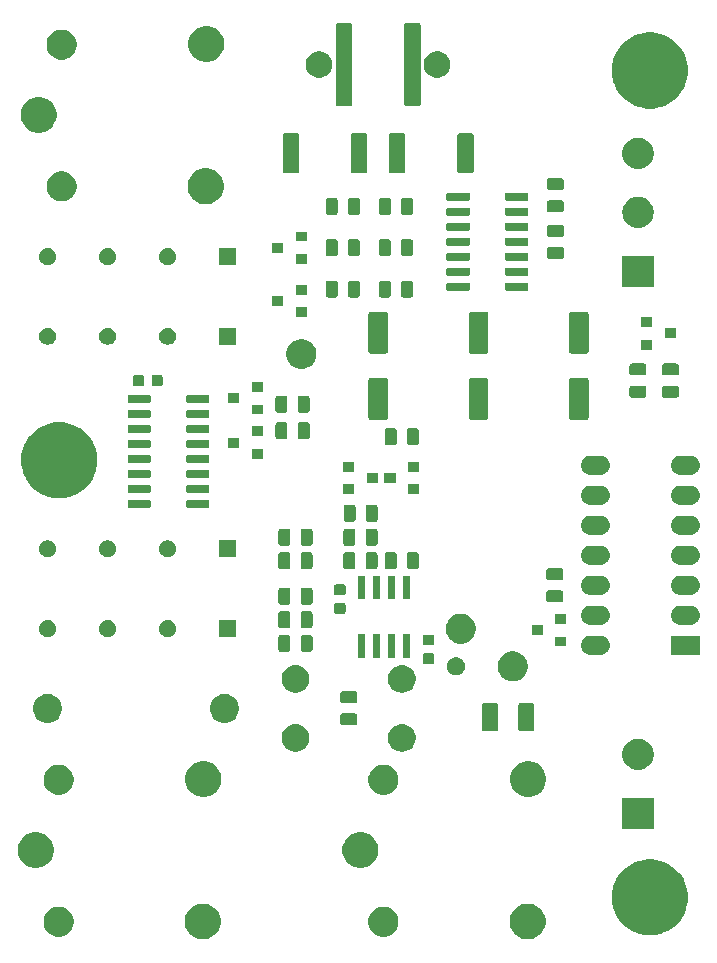
<source format=gbr>
%TF.GenerationSoftware,KiCad,Pcbnew,(5.1.4)-1*%
%TF.CreationDate,2019-11-16T22:30:01-08:00*%
%TF.ProjectId,Keithley1950,4b656974-686c-4657-9931-3935302e6b69,B*%
%TF.SameCoordinates,Original*%
%TF.FileFunction,Soldermask,Top*%
%TF.FilePolarity,Negative*%
%FSLAX46Y46*%
G04 Gerber Fmt 4.6, Leading zero omitted, Abs format (unit mm)*
G04 Created by KiCad (PCBNEW (5.1.4)-1) date 2019-11-16 22:30:01*
%MOMM*%
%LPD*%
G04 APERTURE LIST*
%ADD10C,0.100000*%
G04 APERTURE END LIST*
D10*
G36*
X75093368Y-95588412D02*
G01*
X75369990Y-95702993D01*
X75618944Y-95869339D01*
X75830661Y-96081056D01*
X75997007Y-96330010D01*
X76111588Y-96606632D01*
X76170000Y-96900293D01*
X76170000Y-97199707D01*
X76111588Y-97493368D01*
X75997007Y-97769990D01*
X75830661Y-98018944D01*
X75618944Y-98230661D01*
X75369990Y-98397007D01*
X75093368Y-98511588D01*
X74799707Y-98570000D01*
X74500293Y-98570000D01*
X74206632Y-98511588D01*
X73930010Y-98397007D01*
X73681056Y-98230661D01*
X73469339Y-98018944D01*
X73302993Y-97769990D01*
X73188412Y-97493368D01*
X73130000Y-97199707D01*
X73130000Y-96900293D01*
X73188412Y-96606632D01*
X73302993Y-96330010D01*
X73469339Y-96081056D01*
X73681056Y-95869339D01*
X73930010Y-95702993D01*
X74206632Y-95588412D01*
X74500293Y-95530000D01*
X74799707Y-95530000D01*
X75093368Y-95588412D01*
X75093368Y-95588412D01*
G37*
G36*
X47593368Y-95588412D02*
G01*
X47869990Y-95702993D01*
X48118944Y-95869339D01*
X48330661Y-96081056D01*
X48497007Y-96330010D01*
X48611588Y-96606632D01*
X48670000Y-96900293D01*
X48670000Y-97199707D01*
X48611588Y-97493368D01*
X48497007Y-97769990D01*
X48330661Y-98018944D01*
X48118944Y-98230661D01*
X47869990Y-98397007D01*
X47593368Y-98511588D01*
X47299707Y-98570000D01*
X47000293Y-98570000D01*
X46706632Y-98511588D01*
X46430010Y-98397007D01*
X46181056Y-98230661D01*
X45969339Y-98018944D01*
X45802993Y-97769990D01*
X45688412Y-97493368D01*
X45630000Y-97199707D01*
X45630000Y-96900293D01*
X45688412Y-96606632D01*
X45802993Y-96330010D01*
X45969339Y-96081056D01*
X46181056Y-95869339D01*
X46430010Y-95702993D01*
X46706632Y-95588412D01*
X47000293Y-95530000D01*
X47299707Y-95530000D01*
X47593368Y-95588412D01*
X47593368Y-95588412D01*
G37*
G36*
X35320445Y-95828805D02*
G01*
X35320448Y-95828806D01*
X35320447Y-95828806D01*
X35551570Y-95924540D01*
X35759582Y-96063530D01*
X35936470Y-96240418D01*
X36075460Y-96448430D01*
X36096038Y-96498111D01*
X36171195Y-96679555D01*
X36220000Y-96924916D01*
X36220000Y-97175084D01*
X36171195Y-97420445D01*
X36171194Y-97420447D01*
X36075460Y-97651570D01*
X35936470Y-97859582D01*
X35759582Y-98036470D01*
X35759579Y-98036472D01*
X35759578Y-98036473D01*
X35656292Y-98105486D01*
X35551570Y-98175460D01*
X35372805Y-98249507D01*
X35320445Y-98271195D01*
X35075084Y-98320000D01*
X34824916Y-98320000D01*
X34579555Y-98271195D01*
X34527195Y-98249507D01*
X34348430Y-98175460D01*
X34243708Y-98105486D01*
X34140422Y-98036473D01*
X34140421Y-98036472D01*
X34140418Y-98036470D01*
X33963530Y-97859582D01*
X33824540Y-97651570D01*
X33728806Y-97420447D01*
X33728805Y-97420445D01*
X33680000Y-97175084D01*
X33680000Y-96924916D01*
X33728805Y-96679555D01*
X33803962Y-96498111D01*
X33824540Y-96448430D01*
X33963530Y-96240418D01*
X34140418Y-96063530D01*
X34348430Y-95924540D01*
X34579553Y-95828806D01*
X34579552Y-95828806D01*
X34579555Y-95828805D01*
X34824916Y-95780000D01*
X35075084Y-95780000D01*
X35320445Y-95828805D01*
X35320445Y-95828805D01*
G37*
G36*
X62820445Y-95828805D02*
G01*
X62820448Y-95828806D01*
X62820447Y-95828806D01*
X63051570Y-95924540D01*
X63259582Y-96063530D01*
X63436470Y-96240418D01*
X63575460Y-96448430D01*
X63596038Y-96498111D01*
X63671195Y-96679555D01*
X63720000Y-96924916D01*
X63720000Y-97175084D01*
X63671195Y-97420445D01*
X63671194Y-97420447D01*
X63575460Y-97651570D01*
X63436470Y-97859582D01*
X63259582Y-98036470D01*
X63259579Y-98036472D01*
X63259578Y-98036473D01*
X63156292Y-98105486D01*
X63051570Y-98175460D01*
X62872805Y-98249507D01*
X62820445Y-98271195D01*
X62575084Y-98320000D01*
X62324916Y-98320000D01*
X62079555Y-98271195D01*
X62027195Y-98249507D01*
X61848430Y-98175460D01*
X61743708Y-98105486D01*
X61640422Y-98036473D01*
X61640421Y-98036472D01*
X61640418Y-98036470D01*
X61463530Y-97859582D01*
X61324540Y-97651570D01*
X61228806Y-97420447D01*
X61228805Y-97420445D01*
X61180000Y-97175084D01*
X61180000Y-96924916D01*
X61228805Y-96679555D01*
X61303962Y-96498111D01*
X61324540Y-96448430D01*
X61463530Y-96240418D01*
X61640418Y-96063530D01*
X61848430Y-95924540D01*
X62079553Y-95828806D01*
X62079552Y-95828806D01*
X62079555Y-95828805D01*
X62324916Y-95780000D01*
X62575084Y-95780000D01*
X62820445Y-95828805D01*
X62820445Y-95828805D01*
G37*
G36*
X85420354Y-91800530D02*
G01*
X85939239Y-91903742D01*
X86232240Y-92025108D01*
X86525242Y-92146473D01*
X86906250Y-92401055D01*
X87052635Y-92498866D01*
X87501134Y-92947365D01*
X87520741Y-92976709D01*
X87853527Y-93474758D01*
X87893258Y-93570678D01*
X88096258Y-94060761D01*
X88220000Y-94682859D01*
X88220000Y-95317141D01*
X88096258Y-95939239D01*
X88037515Y-96081056D01*
X87853527Y-96525242D01*
X87602924Y-96900295D01*
X87501134Y-97052635D01*
X87052635Y-97501134D01*
X87020645Y-97522509D01*
X86525242Y-97853527D01*
X86232241Y-97974892D01*
X85939239Y-98096258D01*
X85420354Y-98199470D01*
X85317142Y-98220000D01*
X84682858Y-98220000D01*
X84579646Y-98199470D01*
X84060761Y-98096258D01*
X83767759Y-97974892D01*
X83474758Y-97853527D01*
X82979355Y-97522509D01*
X82947365Y-97501134D01*
X82498866Y-97052635D01*
X82397076Y-96900295D01*
X82146473Y-96525242D01*
X81962485Y-96081056D01*
X81903742Y-95939239D01*
X81780000Y-95317141D01*
X81780000Y-94682859D01*
X81903742Y-94060761D01*
X82106742Y-93570678D01*
X82146473Y-93474758D01*
X82479259Y-92976709D01*
X82498866Y-92947365D01*
X82947365Y-92498866D01*
X83093750Y-92401055D01*
X83474758Y-92146473D01*
X83767759Y-92025108D01*
X84060761Y-91903742D01*
X84579646Y-91800530D01*
X84682858Y-91780000D01*
X85317142Y-91780000D01*
X85420354Y-91800530D01*
X85420354Y-91800530D01*
G37*
G36*
X33443368Y-89538412D02*
G01*
X33719990Y-89652993D01*
X33968944Y-89819339D01*
X34180661Y-90031056D01*
X34347007Y-90280010D01*
X34461588Y-90556632D01*
X34520000Y-90850293D01*
X34520000Y-91149707D01*
X34461588Y-91443368D01*
X34347007Y-91719990D01*
X34180661Y-91968944D01*
X33968944Y-92180661D01*
X33719990Y-92347007D01*
X33443368Y-92461588D01*
X33149707Y-92520000D01*
X32850293Y-92520000D01*
X32556632Y-92461588D01*
X32280010Y-92347007D01*
X32031056Y-92180661D01*
X31819339Y-91968944D01*
X31652993Y-91719990D01*
X31538412Y-91443368D01*
X31480000Y-91149707D01*
X31480000Y-90850293D01*
X31538412Y-90556632D01*
X31652993Y-90280010D01*
X31819339Y-90031056D01*
X32031056Y-89819339D01*
X32280010Y-89652993D01*
X32556632Y-89538412D01*
X32850293Y-89480000D01*
X33149707Y-89480000D01*
X33443368Y-89538412D01*
X33443368Y-89538412D01*
G37*
G36*
X60943368Y-89538412D02*
G01*
X61219990Y-89652993D01*
X61468944Y-89819339D01*
X61680661Y-90031056D01*
X61847007Y-90280010D01*
X61961588Y-90556632D01*
X62020000Y-90850293D01*
X62020000Y-91149707D01*
X61961588Y-91443368D01*
X61847007Y-91719990D01*
X61680661Y-91968944D01*
X61468944Y-92180661D01*
X61219990Y-92347007D01*
X60943368Y-92461588D01*
X60649707Y-92520000D01*
X60350293Y-92520000D01*
X60056632Y-92461588D01*
X59780010Y-92347007D01*
X59531056Y-92180661D01*
X59319339Y-91968944D01*
X59152993Y-91719990D01*
X59038412Y-91443368D01*
X58980000Y-91149707D01*
X58980000Y-90850293D01*
X59038412Y-90556632D01*
X59152993Y-90280010D01*
X59319339Y-90031056D01*
X59531056Y-89819339D01*
X59780010Y-89652993D01*
X60056632Y-89538412D01*
X60350293Y-89480000D01*
X60649707Y-89480000D01*
X60943368Y-89538412D01*
X60943368Y-89538412D01*
G37*
G36*
X85320000Y-89204000D02*
G01*
X82680000Y-89204000D01*
X82680000Y-86564000D01*
X85320000Y-86564000D01*
X85320000Y-89204000D01*
X85320000Y-89204000D01*
G37*
G36*
X47643368Y-83538412D02*
G01*
X47919990Y-83652993D01*
X48168944Y-83819339D01*
X48380661Y-84031056D01*
X48547007Y-84280010D01*
X48661588Y-84556632D01*
X48720000Y-84850293D01*
X48720000Y-85149707D01*
X48661588Y-85443368D01*
X48547007Y-85719990D01*
X48380661Y-85968944D01*
X48168944Y-86180661D01*
X47919990Y-86347007D01*
X47643368Y-86461588D01*
X47349707Y-86520000D01*
X47050293Y-86520000D01*
X46756632Y-86461588D01*
X46480010Y-86347007D01*
X46231056Y-86180661D01*
X46019339Y-85968944D01*
X45852993Y-85719990D01*
X45738412Y-85443368D01*
X45680000Y-85149707D01*
X45680000Y-84850293D01*
X45738412Y-84556632D01*
X45852993Y-84280010D01*
X46019339Y-84031056D01*
X46231056Y-83819339D01*
X46480010Y-83652993D01*
X46756632Y-83538412D01*
X47050293Y-83480000D01*
X47349707Y-83480000D01*
X47643368Y-83538412D01*
X47643368Y-83538412D01*
G37*
G36*
X75143368Y-83538412D02*
G01*
X75419990Y-83652993D01*
X75668944Y-83819339D01*
X75880661Y-84031056D01*
X76047007Y-84280010D01*
X76161588Y-84556632D01*
X76220000Y-84850293D01*
X76220000Y-85149707D01*
X76161588Y-85443368D01*
X76047007Y-85719990D01*
X75880661Y-85968944D01*
X75668944Y-86180661D01*
X75419990Y-86347007D01*
X75143368Y-86461588D01*
X74849707Y-86520000D01*
X74550293Y-86520000D01*
X74256632Y-86461588D01*
X73980010Y-86347007D01*
X73731056Y-86180661D01*
X73519339Y-85968944D01*
X73352993Y-85719990D01*
X73238412Y-85443368D01*
X73180000Y-85149707D01*
X73180000Y-84850293D01*
X73238412Y-84556632D01*
X73352993Y-84280010D01*
X73519339Y-84031056D01*
X73731056Y-83819339D01*
X73980010Y-83652993D01*
X74256632Y-83538412D01*
X74550293Y-83480000D01*
X74849707Y-83480000D01*
X75143368Y-83538412D01*
X75143368Y-83538412D01*
G37*
G36*
X35320445Y-83828805D02*
G01*
X35320448Y-83828806D01*
X35320447Y-83828806D01*
X35551570Y-83924540D01*
X35551571Y-83924541D01*
X35744973Y-84053768D01*
X35759582Y-84063530D01*
X35936470Y-84240418D01*
X36075460Y-84448430D01*
X36120279Y-84556633D01*
X36171195Y-84679555D01*
X36220000Y-84924916D01*
X36220000Y-85175084D01*
X36171195Y-85420445D01*
X36171194Y-85420447D01*
X36075460Y-85651570D01*
X35936470Y-85859582D01*
X35759582Y-86036470D01*
X35551570Y-86175460D01*
X35372805Y-86249507D01*
X35320445Y-86271195D01*
X35075084Y-86320000D01*
X34824916Y-86320000D01*
X34579555Y-86271195D01*
X34527195Y-86249507D01*
X34348430Y-86175460D01*
X34140418Y-86036470D01*
X33963530Y-85859582D01*
X33824540Y-85651570D01*
X33728806Y-85420447D01*
X33728805Y-85420445D01*
X33680000Y-85175084D01*
X33680000Y-84924916D01*
X33728805Y-84679555D01*
X33779721Y-84556633D01*
X33824540Y-84448430D01*
X33963530Y-84240418D01*
X34140418Y-84063530D01*
X34155028Y-84053768D01*
X34348429Y-83924541D01*
X34348430Y-83924540D01*
X34579553Y-83828806D01*
X34579552Y-83828806D01*
X34579555Y-83828805D01*
X34824916Y-83780000D01*
X35075084Y-83780000D01*
X35320445Y-83828805D01*
X35320445Y-83828805D01*
G37*
G36*
X62820445Y-83828805D02*
G01*
X62820448Y-83828806D01*
X62820447Y-83828806D01*
X63051570Y-83924540D01*
X63051571Y-83924541D01*
X63244973Y-84053768D01*
X63259582Y-84063530D01*
X63436470Y-84240418D01*
X63575460Y-84448430D01*
X63620279Y-84556633D01*
X63671195Y-84679555D01*
X63720000Y-84924916D01*
X63720000Y-85175084D01*
X63671195Y-85420445D01*
X63671194Y-85420447D01*
X63575460Y-85651570D01*
X63436470Y-85859582D01*
X63259582Y-86036470D01*
X63051570Y-86175460D01*
X62872805Y-86249507D01*
X62820445Y-86271195D01*
X62575084Y-86320000D01*
X62324916Y-86320000D01*
X62079555Y-86271195D01*
X62027195Y-86249507D01*
X61848430Y-86175460D01*
X61640418Y-86036470D01*
X61463530Y-85859582D01*
X61324540Y-85651570D01*
X61228806Y-85420447D01*
X61228805Y-85420445D01*
X61180000Y-85175084D01*
X61180000Y-84924916D01*
X61228805Y-84679555D01*
X61279721Y-84556633D01*
X61324540Y-84448430D01*
X61463530Y-84240418D01*
X61640418Y-84063530D01*
X61655028Y-84053768D01*
X61848429Y-83924541D01*
X61848430Y-83924540D01*
X62079553Y-83828806D01*
X62079552Y-83828806D01*
X62079555Y-83828805D01*
X62324916Y-83780000D01*
X62575084Y-83780000D01*
X62820445Y-83828805D01*
X62820445Y-83828805D01*
G37*
G36*
X84214629Y-81580832D02*
G01*
X84385029Y-81614726D01*
X84473768Y-81651483D01*
X84625255Y-81714231D01*
X84786490Y-81821965D01*
X84841456Y-81858692D01*
X85025308Y-82042544D01*
X85033098Y-82054203D01*
X85169769Y-82258745D01*
X85231921Y-82408795D01*
X85269274Y-82498971D01*
X85320000Y-82753993D01*
X85320000Y-83014007D01*
X85269274Y-83269029D01*
X85232517Y-83357768D01*
X85169769Y-83509255D01*
X85073726Y-83652993D01*
X85025308Y-83725456D01*
X84841456Y-83909308D01*
X84818658Y-83924541D01*
X84625255Y-84053769D01*
X84473768Y-84116517D01*
X84385029Y-84153274D01*
X84214629Y-84187168D01*
X84130009Y-84204000D01*
X83869991Y-84204000D01*
X83785371Y-84187168D01*
X83614971Y-84153274D01*
X83526232Y-84116517D01*
X83374745Y-84053769D01*
X83181342Y-83924541D01*
X83158544Y-83909308D01*
X82974692Y-83725456D01*
X82926274Y-83652993D01*
X82830231Y-83509255D01*
X82767483Y-83357768D01*
X82730726Y-83269029D01*
X82680000Y-83014007D01*
X82680000Y-82753993D01*
X82730726Y-82498971D01*
X82768079Y-82408795D01*
X82830231Y-82258745D01*
X82966902Y-82054203D01*
X82974692Y-82042544D01*
X83158544Y-81858692D01*
X83213510Y-81821965D01*
X83374745Y-81714231D01*
X83526232Y-81651483D01*
X83614971Y-81614726D01*
X83785371Y-81580832D01*
X83869991Y-81564000D01*
X84130009Y-81564000D01*
X84214629Y-81580832D01*
X84214629Y-81580832D01*
G37*
G36*
X64190582Y-80344988D02*
G01*
X64341278Y-80374963D01*
X64554202Y-80463159D01*
X64745836Y-80591205D01*
X64908795Y-80754164D01*
X65036841Y-80945798D01*
X65125037Y-81158722D01*
X65170000Y-81384766D01*
X65170000Y-81615234D01*
X65125037Y-81841278D01*
X65036841Y-82054202D01*
X64908795Y-82245836D01*
X64745836Y-82408795D01*
X64554202Y-82536841D01*
X64341278Y-82625037D01*
X64190582Y-82655012D01*
X64115235Y-82670000D01*
X63884765Y-82670000D01*
X63809418Y-82655012D01*
X63658722Y-82625037D01*
X63445798Y-82536841D01*
X63254164Y-82408795D01*
X63091205Y-82245836D01*
X62963159Y-82054202D01*
X62874963Y-81841278D01*
X62830000Y-81615234D01*
X62830000Y-81384766D01*
X62874963Y-81158722D01*
X62963159Y-80945798D01*
X63091205Y-80754164D01*
X63254164Y-80591205D01*
X63445798Y-80463159D01*
X63658722Y-80374963D01*
X63809418Y-80344988D01*
X63884765Y-80330000D01*
X64115235Y-80330000D01*
X64190582Y-80344988D01*
X64190582Y-80344988D01*
G37*
G36*
X55190582Y-80344988D02*
G01*
X55341278Y-80374963D01*
X55554202Y-80463159D01*
X55745836Y-80591205D01*
X55908795Y-80754164D01*
X56036841Y-80945798D01*
X56125037Y-81158722D01*
X56170000Y-81384766D01*
X56170000Y-81615234D01*
X56125037Y-81841278D01*
X56036841Y-82054202D01*
X55908795Y-82245836D01*
X55745836Y-82408795D01*
X55554202Y-82536841D01*
X55341278Y-82625037D01*
X55190582Y-82655012D01*
X55115235Y-82670000D01*
X54884765Y-82670000D01*
X54809418Y-82655012D01*
X54658722Y-82625037D01*
X54445798Y-82536841D01*
X54254164Y-82408795D01*
X54091205Y-82245836D01*
X53963159Y-82054202D01*
X53874963Y-81841278D01*
X53830000Y-81615234D01*
X53830000Y-81384766D01*
X53874963Y-81158722D01*
X53963159Y-80945798D01*
X54091205Y-80754164D01*
X54254164Y-80591205D01*
X54445798Y-80463159D01*
X54658722Y-80374963D01*
X54809418Y-80344988D01*
X54884765Y-80330000D01*
X55115235Y-80330000D01*
X55190582Y-80344988D01*
X55190582Y-80344988D01*
G37*
G36*
X75060216Y-78559262D02*
G01*
X75097352Y-78570527D01*
X75131572Y-78588818D01*
X75161566Y-78613434D01*
X75186182Y-78643428D01*
X75204473Y-78677648D01*
X75215738Y-78714784D01*
X75220000Y-78758058D01*
X75220000Y-80741942D01*
X75215738Y-80785216D01*
X75204473Y-80822352D01*
X75186182Y-80856572D01*
X75161566Y-80886566D01*
X75131572Y-80911182D01*
X75097352Y-80929473D01*
X75060216Y-80940738D01*
X75016942Y-80945000D01*
X74058058Y-80945000D01*
X74014784Y-80940738D01*
X73977648Y-80929473D01*
X73943428Y-80911182D01*
X73913434Y-80886566D01*
X73888818Y-80856572D01*
X73870527Y-80822352D01*
X73859262Y-80785216D01*
X73855000Y-80741942D01*
X73855000Y-78758058D01*
X73859262Y-78714784D01*
X73870527Y-78677648D01*
X73888818Y-78643428D01*
X73913434Y-78613434D01*
X73943428Y-78588818D01*
X73977648Y-78570527D01*
X74014784Y-78559262D01*
X74058058Y-78555000D01*
X75016942Y-78555000D01*
X75060216Y-78559262D01*
X75060216Y-78559262D01*
G37*
G36*
X71985216Y-78559262D02*
G01*
X72022352Y-78570527D01*
X72056572Y-78588818D01*
X72086566Y-78613434D01*
X72111182Y-78643428D01*
X72129473Y-78677648D01*
X72140738Y-78714784D01*
X72145000Y-78758058D01*
X72145000Y-80741942D01*
X72140738Y-80785216D01*
X72129473Y-80822352D01*
X72111182Y-80856572D01*
X72086566Y-80886566D01*
X72056572Y-80911182D01*
X72022352Y-80929473D01*
X71985216Y-80940738D01*
X71941942Y-80945000D01*
X70983058Y-80945000D01*
X70939784Y-80940738D01*
X70902648Y-80929473D01*
X70868428Y-80911182D01*
X70838434Y-80886566D01*
X70813818Y-80856572D01*
X70795527Y-80822352D01*
X70784262Y-80785216D01*
X70780000Y-80741942D01*
X70780000Y-78758058D01*
X70784262Y-78714784D01*
X70795527Y-78677648D01*
X70813818Y-78643428D01*
X70838434Y-78613434D01*
X70868428Y-78588818D01*
X70902648Y-78570527D01*
X70939784Y-78559262D01*
X70983058Y-78555000D01*
X71941942Y-78555000D01*
X71985216Y-78559262D01*
X71985216Y-78559262D01*
G37*
G36*
X60053901Y-79434414D02*
G01*
X60092502Y-79446124D01*
X60128080Y-79465141D01*
X60159266Y-79490734D01*
X60184859Y-79521920D01*
X60203876Y-79557498D01*
X60215586Y-79596099D01*
X60220000Y-79640921D01*
X60220000Y-80234079D01*
X60215586Y-80278901D01*
X60203876Y-80317502D01*
X60184859Y-80353080D01*
X60159266Y-80384266D01*
X60128080Y-80409859D01*
X60092502Y-80428876D01*
X60053901Y-80440586D01*
X60009079Y-80445000D01*
X58990921Y-80445000D01*
X58946099Y-80440586D01*
X58907498Y-80428876D01*
X58871920Y-80409859D01*
X58840734Y-80384266D01*
X58815141Y-80353080D01*
X58796124Y-80317502D01*
X58784414Y-80278901D01*
X58780000Y-80234079D01*
X58780000Y-79640921D01*
X58784414Y-79596099D01*
X58796124Y-79557498D01*
X58815141Y-79521920D01*
X58840734Y-79490734D01*
X58871920Y-79465141D01*
X58907498Y-79446124D01*
X58946099Y-79434414D01*
X58990921Y-79430000D01*
X60009079Y-79430000D01*
X60053901Y-79434414D01*
X60053901Y-79434414D01*
G37*
G36*
X49198369Y-77795557D02*
G01*
X49355860Y-77826883D01*
X49437876Y-77860856D01*
X49577887Y-77918850D01*
X49777705Y-78052364D01*
X49777709Y-78052367D01*
X49947633Y-78222291D01*
X49947635Y-78222294D01*
X49947636Y-78222295D01*
X50081150Y-78422113D01*
X50117250Y-78509266D01*
X50173117Y-78644140D01*
X50220000Y-78879842D01*
X50220000Y-79120158D01*
X50173117Y-79355860D01*
X50142407Y-79430000D01*
X50081150Y-79577887D01*
X49947636Y-79777705D01*
X49947633Y-79777709D01*
X49777709Y-79947633D01*
X49777706Y-79947635D01*
X49777705Y-79947636D01*
X49577887Y-80081150D01*
X49437876Y-80139144D01*
X49355860Y-80173117D01*
X49198369Y-80204443D01*
X49120160Y-80220000D01*
X48879840Y-80220000D01*
X48801631Y-80204443D01*
X48644140Y-80173117D01*
X48562124Y-80139144D01*
X48422113Y-80081150D01*
X48222295Y-79947636D01*
X48222294Y-79947635D01*
X48222291Y-79947633D01*
X48052367Y-79777709D01*
X48052364Y-79777705D01*
X47918850Y-79577887D01*
X47857593Y-79430000D01*
X47826883Y-79355860D01*
X47780000Y-79120158D01*
X47780000Y-78879842D01*
X47826883Y-78644140D01*
X47882750Y-78509266D01*
X47918850Y-78422113D01*
X48052364Y-78222295D01*
X48052365Y-78222294D01*
X48052367Y-78222291D01*
X48222291Y-78052367D01*
X48222295Y-78052364D01*
X48422113Y-77918850D01*
X48562124Y-77860856D01*
X48644140Y-77826883D01*
X48801631Y-77795557D01*
X48879840Y-77780000D01*
X49120160Y-77780000D01*
X49198369Y-77795557D01*
X49198369Y-77795557D01*
G37*
G36*
X34198369Y-77795557D02*
G01*
X34355860Y-77826883D01*
X34437876Y-77860856D01*
X34577887Y-77918850D01*
X34777705Y-78052364D01*
X34777709Y-78052367D01*
X34947633Y-78222291D01*
X34947635Y-78222294D01*
X34947636Y-78222295D01*
X35081150Y-78422113D01*
X35117250Y-78509266D01*
X35173117Y-78644140D01*
X35220000Y-78879842D01*
X35220000Y-79120158D01*
X35173117Y-79355860D01*
X35142407Y-79430000D01*
X35081150Y-79577887D01*
X34947636Y-79777705D01*
X34947633Y-79777709D01*
X34777709Y-79947633D01*
X34777706Y-79947635D01*
X34777705Y-79947636D01*
X34577887Y-80081150D01*
X34437876Y-80139144D01*
X34355860Y-80173117D01*
X34198369Y-80204443D01*
X34120160Y-80220000D01*
X33879840Y-80220000D01*
X33801631Y-80204443D01*
X33644140Y-80173117D01*
X33562124Y-80139144D01*
X33422113Y-80081150D01*
X33222295Y-79947636D01*
X33222294Y-79947635D01*
X33222291Y-79947633D01*
X33052367Y-79777709D01*
X33052364Y-79777705D01*
X32918850Y-79577887D01*
X32857593Y-79430000D01*
X32826883Y-79355860D01*
X32780000Y-79120158D01*
X32780000Y-78879842D01*
X32826883Y-78644140D01*
X32882750Y-78509266D01*
X32918850Y-78422113D01*
X33052364Y-78222295D01*
X33052365Y-78222294D01*
X33052367Y-78222291D01*
X33222291Y-78052367D01*
X33222295Y-78052364D01*
X33422113Y-77918850D01*
X33562124Y-77860856D01*
X33644140Y-77826883D01*
X33801631Y-77795557D01*
X33879840Y-77780000D01*
X34120160Y-77780000D01*
X34198369Y-77795557D01*
X34198369Y-77795557D01*
G37*
G36*
X60053901Y-77559414D02*
G01*
X60092502Y-77571124D01*
X60128080Y-77590141D01*
X60159266Y-77615734D01*
X60184859Y-77646920D01*
X60203876Y-77682498D01*
X60215586Y-77721099D01*
X60220000Y-77765921D01*
X60220000Y-78359079D01*
X60215586Y-78403901D01*
X60203876Y-78442502D01*
X60184859Y-78478080D01*
X60159266Y-78509266D01*
X60128080Y-78534859D01*
X60092502Y-78553876D01*
X60053901Y-78565586D01*
X60009079Y-78570000D01*
X58990921Y-78570000D01*
X58946099Y-78565586D01*
X58907498Y-78553876D01*
X58871920Y-78534859D01*
X58840734Y-78509266D01*
X58815141Y-78478080D01*
X58796124Y-78442502D01*
X58784414Y-78403901D01*
X58780000Y-78359079D01*
X58780000Y-77765921D01*
X58784414Y-77721099D01*
X58796124Y-77682498D01*
X58815141Y-77646920D01*
X58840734Y-77615734D01*
X58871920Y-77590141D01*
X58907498Y-77571124D01*
X58946099Y-77559414D01*
X58990921Y-77555000D01*
X60009079Y-77555000D01*
X60053901Y-77559414D01*
X60053901Y-77559414D01*
G37*
G36*
X55190582Y-75344988D02*
G01*
X55341278Y-75374963D01*
X55554202Y-75463159D01*
X55745836Y-75591205D01*
X55908795Y-75754164D01*
X56036841Y-75945798D01*
X56125037Y-76158722D01*
X56170000Y-76384766D01*
X56170000Y-76615234D01*
X56125037Y-76841278D01*
X56036841Y-77054202D01*
X55908795Y-77245836D01*
X55745836Y-77408795D01*
X55554202Y-77536841D01*
X55341278Y-77625037D01*
X55190582Y-77655012D01*
X55115235Y-77670000D01*
X54884765Y-77670000D01*
X54809418Y-77655012D01*
X54658722Y-77625037D01*
X54445798Y-77536841D01*
X54254164Y-77408795D01*
X54091205Y-77245836D01*
X53963159Y-77054202D01*
X53874963Y-76841278D01*
X53830000Y-76615234D01*
X53830000Y-76384766D01*
X53874963Y-76158722D01*
X53963159Y-75945798D01*
X54091205Y-75754164D01*
X54254164Y-75591205D01*
X54445798Y-75463159D01*
X54658722Y-75374963D01*
X54809418Y-75344988D01*
X54884765Y-75330000D01*
X55115235Y-75330000D01*
X55190582Y-75344988D01*
X55190582Y-75344988D01*
G37*
G36*
X64190582Y-75344988D02*
G01*
X64341278Y-75374963D01*
X64554202Y-75463159D01*
X64745836Y-75591205D01*
X64908795Y-75754164D01*
X65036841Y-75945798D01*
X65125037Y-76158722D01*
X65170000Y-76384766D01*
X65170000Y-76615234D01*
X65125037Y-76841278D01*
X65036841Y-77054202D01*
X64908795Y-77245836D01*
X64745836Y-77408795D01*
X64554202Y-77536841D01*
X64341278Y-77625037D01*
X64190582Y-77655012D01*
X64115235Y-77670000D01*
X63884765Y-77670000D01*
X63809418Y-77655012D01*
X63658722Y-77625037D01*
X63445798Y-77536841D01*
X63254164Y-77408795D01*
X63091205Y-77245836D01*
X62963159Y-77054202D01*
X62874963Y-76841278D01*
X62830000Y-76615234D01*
X62830000Y-76384766D01*
X62874963Y-76158722D01*
X62963159Y-75945798D01*
X63091205Y-75754164D01*
X63254164Y-75591205D01*
X63445798Y-75463159D01*
X63658722Y-75374963D01*
X63809418Y-75344988D01*
X63884765Y-75330000D01*
X64115235Y-75330000D01*
X64190582Y-75344988D01*
X64190582Y-75344988D01*
G37*
G36*
X73776445Y-74216805D02*
G01*
X73776448Y-74216806D01*
X73776447Y-74216806D01*
X74007570Y-74312540D01*
X74215582Y-74451530D01*
X74392470Y-74628418D01*
X74392472Y-74628421D01*
X74392473Y-74628422D01*
X74461486Y-74731708D01*
X74531460Y-74836430D01*
X74577323Y-74947153D01*
X74627195Y-75067555D01*
X74676000Y-75312916D01*
X74676000Y-75563084D01*
X74627195Y-75808445D01*
X74627194Y-75808447D01*
X74531460Y-76039570D01*
X74392470Y-76247582D01*
X74215582Y-76424470D01*
X74007570Y-76563460D01*
X73828805Y-76637507D01*
X73776445Y-76659195D01*
X73531084Y-76708000D01*
X73280916Y-76708000D01*
X73035555Y-76659195D01*
X72983195Y-76637507D01*
X72804430Y-76563460D01*
X72596418Y-76424470D01*
X72419530Y-76247582D01*
X72280540Y-76039570D01*
X72184806Y-75808447D01*
X72184805Y-75808445D01*
X72136000Y-75563084D01*
X72136000Y-75312916D01*
X72184805Y-75067555D01*
X72234677Y-74947153D01*
X72280540Y-74836430D01*
X72350514Y-74731708D01*
X72419527Y-74628422D01*
X72419528Y-74628421D01*
X72419530Y-74628418D01*
X72596418Y-74451530D01*
X72804430Y-74312540D01*
X73035553Y-74216806D01*
X73035552Y-74216806D01*
X73035555Y-74216805D01*
X73280916Y-74168000D01*
X73531084Y-74168000D01*
X73776445Y-74216805D01*
X73776445Y-74216805D01*
G37*
G36*
X68804601Y-74697590D02*
G01*
X68926137Y-74747933D01*
X68944735Y-74755636D01*
X69007933Y-74797865D01*
X69070847Y-74839902D01*
X69178098Y-74947153D01*
X69220135Y-75010067D01*
X69262364Y-75073265D01*
X69262365Y-75073268D01*
X69320410Y-75213399D01*
X69350000Y-75362162D01*
X69350000Y-75513838D01*
X69320410Y-75662601D01*
X69270067Y-75784137D01*
X69262364Y-75802735D01*
X69220135Y-75865933D01*
X69178098Y-75928847D01*
X69070847Y-76036098D01*
X69007933Y-76078135D01*
X68944735Y-76120364D01*
X68926137Y-76128067D01*
X68804601Y-76178410D01*
X68655838Y-76208000D01*
X68504162Y-76208000D01*
X68355399Y-76178410D01*
X68233863Y-76128067D01*
X68215265Y-76120364D01*
X68152067Y-76078135D01*
X68089153Y-76036098D01*
X67981902Y-75928847D01*
X67939865Y-75865933D01*
X67897636Y-75802735D01*
X67889933Y-75784137D01*
X67839590Y-75662601D01*
X67810000Y-75513838D01*
X67810000Y-75362162D01*
X67839590Y-75213399D01*
X67897635Y-75073268D01*
X67897636Y-75073265D01*
X67939865Y-75010067D01*
X67981902Y-74947153D01*
X68089153Y-74839902D01*
X68152067Y-74797865D01*
X68215265Y-74755636D01*
X68233863Y-74747933D01*
X68355399Y-74697590D01*
X68504162Y-74668000D01*
X68655838Y-74668000D01*
X68804601Y-74697590D01*
X68804601Y-74697590D01*
G37*
G36*
X66599024Y-74333934D02*
G01*
X66632933Y-74344220D01*
X66664196Y-74360930D01*
X66691589Y-74383411D01*
X66714070Y-74410804D01*
X66730780Y-74442067D01*
X66741066Y-74475976D01*
X66745000Y-74515921D01*
X66745000Y-75059079D01*
X66741066Y-75099024D01*
X66730780Y-75132933D01*
X66714070Y-75164196D01*
X66691589Y-75191589D01*
X66664196Y-75214070D01*
X66632933Y-75230780D01*
X66599024Y-75241066D01*
X66559079Y-75245000D01*
X65940921Y-75245000D01*
X65900976Y-75241066D01*
X65867067Y-75230780D01*
X65835804Y-75214070D01*
X65808411Y-75191589D01*
X65785930Y-75164196D01*
X65769220Y-75132933D01*
X65758934Y-75099024D01*
X65755000Y-75059079D01*
X65755000Y-74515921D01*
X65758934Y-74475976D01*
X65769220Y-74442067D01*
X65785930Y-74410804D01*
X65808411Y-74383411D01*
X65835804Y-74360930D01*
X65867067Y-74344220D01*
X65900976Y-74333934D01*
X65940921Y-74330000D01*
X66559079Y-74330000D01*
X66599024Y-74333934D01*
X66599024Y-74333934D01*
G37*
G36*
X64634361Y-72732613D02*
G01*
X64655373Y-72738987D01*
X64674747Y-72749343D01*
X64691724Y-72763276D01*
X64705657Y-72780253D01*
X64716013Y-72799627D01*
X64722387Y-72820639D01*
X64725000Y-72847171D01*
X64725000Y-74602829D01*
X64722387Y-74629361D01*
X64716013Y-74650373D01*
X64705657Y-74669747D01*
X64691724Y-74686724D01*
X64674747Y-74700657D01*
X64655373Y-74711013D01*
X64634361Y-74717387D01*
X64607829Y-74720000D01*
X64202171Y-74720000D01*
X64175639Y-74717387D01*
X64154627Y-74711013D01*
X64135253Y-74700657D01*
X64118276Y-74686724D01*
X64104343Y-74669747D01*
X64093987Y-74650373D01*
X64087613Y-74629361D01*
X64085000Y-74602829D01*
X64085000Y-72847171D01*
X64087613Y-72820639D01*
X64093987Y-72799627D01*
X64104343Y-72780253D01*
X64118276Y-72763276D01*
X64135253Y-72749343D01*
X64154627Y-72738987D01*
X64175639Y-72732613D01*
X64202171Y-72730000D01*
X64607829Y-72730000D01*
X64634361Y-72732613D01*
X64634361Y-72732613D01*
G37*
G36*
X60824361Y-72732613D02*
G01*
X60845373Y-72738987D01*
X60864747Y-72749343D01*
X60881724Y-72763276D01*
X60895657Y-72780253D01*
X60906013Y-72799627D01*
X60912387Y-72820639D01*
X60915000Y-72847171D01*
X60915000Y-74602829D01*
X60912387Y-74629361D01*
X60906013Y-74650373D01*
X60895657Y-74669747D01*
X60881724Y-74686724D01*
X60864747Y-74700657D01*
X60845373Y-74711013D01*
X60824361Y-74717387D01*
X60797829Y-74720000D01*
X60392171Y-74720000D01*
X60365639Y-74717387D01*
X60344627Y-74711013D01*
X60325253Y-74700657D01*
X60308276Y-74686724D01*
X60294343Y-74669747D01*
X60283987Y-74650373D01*
X60277613Y-74629361D01*
X60275000Y-74602829D01*
X60275000Y-72847171D01*
X60277613Y-72820639D01*
X60283987Y-72799627D01*
X60294343Y-72780253D01*
X60308276Y-72763276D01*
X60325253Y-72749343D01*
X60344627Y-72738987D01*
X60365639Y-72732613D01*
X60392171Y-72730000D01*
X60797829Y-72730000D01*
X60824361Y-72732613D01*
X60824361Y-72732613D01*
G37*
G36*
X63364361Y-72732613D02*
G01*
X63385373Y-72738987D01*
X63404747Y-72749343D01*
X63421724Y-72763276D01*
X63435657Y-72780253D01*
X63446013Y-72799627D01*
X63452387Y-72820639D01*
X63455000Y-72847171D01*
X63455000Y-74602829D01*
X63452387Y-74629361D01*
X63446013Y-74650373D01*
X63435657Y-74669747D01*
X63421724Y-74686724D01*
X63404747Y-74700657D01*
X63385373Y-74711013D01*
X63364361Y-74717387D01*
X63337829Y-74720000D01*
X62932171Y-74720000D01*
X62905639Y-74717387D01*
X62884627Y-74711013D01*
X62865253Y-74700657D01*
X62848276Y-74686724D01*
X62834343Y-74669747D01*
X62823987Y-74650373D01*
X62817613Y-74629361D01*
X62815000Y-74602829D01*
X62815000Y-72847171D01*
X62817613Y-72820639D01*
X62823987Y-72799627D01*
X62834343Y-72780253D01*
X62848276Y-72763276D01*
X62865253Y-72749343D01*
X62884627Y-72738987D01*
X62905639Y-72732613D01*
X62932171Y-72730000D01*
X63337829Y-72730000D01*
X63364361Y-72732613D01*
X63364361Y-72732613D01*
G37*
G36*
X62094361Y-72732613D02*
G01*
X62115373Y-72738987D01*
X62134747Y-72749343D01*
X62151724Y-72763276D01*
X62165657Y-72780253D01*
X62176013Y-72799627D01*
X62182387Y-72820639D01*
X62185000Y-72847171D01*
X62185000Y-74602829D01*
X62182387Y-74629361D01*
X62176013Y-74650373D01*
X62165657Y-74669747D01*
X62151724Y-74686724D01*
X62134747Y-74700657D01*
X62115373Y-74711013D01*
X62094361Y-74717387D01*
X62067829Y-74720000D01*
X61662171Y-74720000D01*
X61635639Y-74717387D01*
X61614627Y-74711013D01*
X61595253Y-74700657D01*
X61578276Y-74686724D01*
X61564343Y-74669747D01*
X61553987Y-74650373D01*
X61547613Y-74629361D01*
X61545000Y-74602829D01*
X61545000Y-72847171D01*
X61547613Y-72820639D01*
X61553987Y-72799627D01*
X61564343Y-72780253D01*
X61578276Y-72763276D01*
X61595253Y-72749343D01*
X61614627Y-72738987D01*
X61635639Y-72732613D01*
X61662171Y-72730000D01*
X62067829Y-72730000D01*
X62094361Y-72732613D01*
X62094361Y-72732613D01*
G37*
G36*
X80940748Y-72851865D02*
G01*
X80940750Y-72851866D01*
X80940753Y-72851866D01*
X81095315Y-72898752D01*
X81095318Y-72898754D01*
X81095319Y-72898754D01*
X81237772Y-72974896D01*
X81362633Y-73077367D01*
X81465104Y-73202228D01*
X81541246Y-73344681D01*
X81541248Y-73344685D01*
X81588134Y-73499247D01*
X81588134Y-73499250D01*
X81588135Y-73499252D01*
X81603967Y-73660000D01*
X81588135Y-73820748D01*
X81588134Y-73820750D01*
X81588134Y-73820753D01*
X81541248Y-73975315D01*
X81541246Y-73975318D01*
X81541246Y-73975319D01*
X81465104Y-74117772D01*
X81362633Y-74242633D01*
X81237772Y-74345104D01*
X81095319Y-74421246D01*
X81095315Y-74421248D01*
X80940753Y-74468134D01*
X80940750Y-74468134D01*
X80940748Y-74468135D01*
X80820278Y-74480000D01*
X79939722Y-74480000D01*
X79819252Y-74468135D01*
X79819250Y-74468134D01*
X79819247Y-74468134D01*
X79664685Y-74421248D01*
X79664681Y-74421246D01*
X79522228Y-74345104D01*
X79397367Y-74242633D01*
X79294896Y-74117772D01*
X79218754Y-73975319D01*
X79218754Y-73975318D01*
X79218752Y-73975315D01*
X79171866Y-73820753D01*
X79171866Y-73820750D01*
X79171865Y-73820748D01*
X79156033Y-73660000D01*
X79171865Y-73499252D01*
X79171866Y-73499250D01*
X79171866Y-73499247D01*
X79218752Y-73344685D01*
X79218754Y-73344681D01*
X79294896Y-73202228D01*
X79397367Y-73077367D01*
X79522228Y-72974896D01*
X79664681Y-72898754D01*
X79664682Y-72898754D01*
X79664685Y-72898752D01*
X79819247Y-72851866D01*
X79819250Y-72851866D01*
X79819252Y-72851865D01*
X79939722Y-72840000D01*
X80820278Y-72840000D01*
X80940748Y-72851865D01*
X80940748Y-72851865D01*
G37*
G36*
X89220000Y-74480000D02*
G01*
X86780000Y-74480000D01*
X86780000Y-72840000D01*
X89220000Y-72840000D01*
X89220000Y-74480000D01*
X89220000Y-74480000D01*
G37*
G36*
X56278901Y-72784414D02*
G01*
X56317502Y-72796124D01*
X56353080Y-72815141D01*
X56384266Y-72840734D01*
X56409859Y-72871920D01*
X56428876Y-72907498D01*
X56440586Y-72946099D01*
X56445000Y-72990921D01*
X56445000Y-74009079D01*
X56440586Y-74053901D01*
X56428876Y-74092502D01*
X56409859Y-74128080D01*
X56384266Y-74159266D01*
X56353080Y-74184859D01*
X56317502Y-74203876D01*
X56278901Y-74215586D01*
X56234079Y-74220000D01*
X55640921Y-74220000D01*
X55596099Y-74215586D01*
X55557498Y-74203876D01*
X55521920Y-74184859D01*
X55490734Y-74159266D01*
X55465141Y-74128080D01*
X55446124Y-74092502D01*
X55434414Y-74053901D01*
X55430000Y-74009079D01*
X55430000Y-72990921D01*
X55434414Y-72946099D01*
X55446124Y-72907498D01*
X55465141Y-72871920D01*
X55490734Y-72840734D01*
X55521920Y-72815141D01*
X55557498Y-72796124D01*
X55596099Y-72784414D01*
X55640921Y-72780000D01*
X56234079Y-72780000D01*
X56278901Y-72784414D01*
X56278901Y-72784414D01*
G37*
G36*
X54403901Y-72784414D02*
G01*
X54442502Y-72796124D01*
X54478080Y-72815141D01*
X54509266Y-72840734D01*
X54534859Y-72871920D01*
X54553876Y-72907498D01*
X54565586Y-72946099D01*
X54570000Y-72990921D01*
X54570000Y-74009079D01*
X54565586Y-74053901D01*
X54553876Y-74092502D01*
X54534859Y-74128080D01*
X54509266Y-74159266D01*
X54478080Y-74184859D01*
X54442502Y-74203876D01*
X54403901Y-74215586D01*
X54359079Y-74220000D01*
X53765921Y-74220000D01*
X53721099Y-74215586D01*
X53682498Y-74203876D01*
X53646920Y-74184859D01*
X53615734Y-74159266D01*
X53590141Y-74128080D01*
X53571124Y-74092502D01*
X53559414Y-74053901D01*
X53555000Y-74009079D01*
X53555000Y-72990921D01*
X53559414Y-72946099D01*
X53571124Y-72907498D01*
X53590141Y-72871920D01*
X53615734Y-72840734D01*
X53646920Y-72815141D01*
X53682498Y-72796124D01*
X53721099Y-72784414D01*
X53765921Y-72780000D01*
X54359079Y-72780000D01*
X54403901Y-72784414D01*
X54403901Y-72784414D01*
G37*
G36*
X77924000Y-73760000D02*
G01*
X76984000Y-73760000D01*
X76984000Y-72920000D01*
X77924000Y-72920000D01*
X77924000Y-73760000D01*
X77924000Y-73760000D01*
G37*
G36*
X66599024Y-72758934D02*
G01*
X66632933Y-72769220D01*
X66664196Y-72785930D01*
X66691589Y-72808411D01*
X66714070Y-72835804D01*
X66730780Y-72867067D01*
X66741066Y-72900976D01*
X66745000Y-72940921D01*
X66745000Y-73484079D01*
X66741066Y-73524024D01*
X66730780Y-73557933D01*
X66714070Y-73589196D01*
X66691589Y-73616589D01*
X66664196Y-73639070D01*
X66632933Y-73655780D01*
X66599024Y-73666066D01*
X66559079Y-73670000D01*
X65940921Y-73670000D01*
X65900976Y-73666066D01*
X65867067Y-73655780D01*
X65835804Y-73639070D01*
X65808411Y-73616589D01*
X65785930Y-73589196D01*
X65769220Y-73557933D01*
X65758934Y-73524024D01*
X65755000Y-73484079D01*
X65755000Y-72940921D01*
X65758934Y-72900976D01*
X65769220Y-72867067D01*
X65785930Y-72835804D01*
X65808411Y-72808411D01*
X65835804Y-72785930D01*
X65867067Y-72769220D01*
X65900976Y-72758934D01*
X65940921Y-72755000D01*
X66559079Y-72755000D01*
X66599024Y-72758934D01*
X66599024Y-72758934D01*
G37*
G36*
X69370445Y-71041805D02*
G01*
X69370448Y-71041806D01*
X69370447Y-71041806D01*
X69601570Y-71137540D01*
X69809582Y-71276530D01*
X69986470Y-71453418D01*
X70125460Y-71661430D01*
X70199507Y-71840195D01*
X70221195Y-71892555D01*
X70270000Y-72137916D01*
X70270000Y-72388084D01*
X70221195Y-72633445D01*
X70221194Y-72633447D01*
X70125460Y-72864570D01*
X70077301Y-72936644D01*
X70041035Y-72990921D01*
X69986470Y-73072582D01*
X69809582Y-73249470D01*
X69601570Y-73388460D01*
X69474123Y-73441250D01*
X69370445Y-73484195D01*
X69125084Y-73533000D01*
X68874916Y-73533000D01*
X68629555Y-73484195D01*
X68525877Y-73441250D01*
X68398430Y-73388460D01*
X68190418Y-73249470D01*
X68013530Y-73072582D01*
X67958966Y-72990921D01*
X67922699Y-72936644D01*
X67874540Y-72864570D01*
X67778806Y-72633447D01*
X67778805Y-72633445D01*
X67730000Y-72388084D01*
X67730000Y-72137916D01*
X67778805Y-71892555D01*
X67800493Y-71840195D01*
X67874540Y-71661430D01*
X68013530Y-71453418D01*
X68190418Y-71276530D01*
X68398430Y-71137540D01*
X68629553Y-71041806D01*
X68629552Y-71041806D01*
X68629555Y-71041805D01*
X68874916Y-70993000D01*
X69125084Y-70993000D01*
X69370445Y-71041805D01*
X69370445Y-71041805D01*
G37*
G36*
X49970000Y-72970000D02*
G01*
X48530000Y-72970000D01*
X48530000Y-71530000D01*
X49970000Y-71530000D01*
X49970000Y-72970000D01*
X49970000Y-72970000D01*
G37*
G36*
X39300016Y-71557669D02*
G01*
X39431048Y-71611944D01*
X39548973Y-71690739D01*
X39649261Y-71791027D01*
X39728056Y-71908952D01*
X39782331Y-72039984D01*
X39810000Y-72179086D01*
X39810000Y-72320914D01*
X39782331Y-72460016D01*
X39728056Y-72591048D01*
X39649261Y-72708973D01*
X39548973Y-72809261D01*
X39431048Y-72888056D01*
X39300016Y-72942331D01*
X39160914Y-72970000D01*
X39019086Y-72970000D01*
X38879984Y-72942331D01*
X38748952Y-72888056D01*
X38631027Y-72809261D01*
X38530739Y-72708973D01*
X38451944Y-72591048D01*
X38397669Y-72460016D01*
X38370000Y-72320914D01*
X38370000Y-72179086D01*
X38397669Y-72039984D01*
X38451944Y-71908952D01*
X38530739Y-71791027D01*
X38631027Y-71690739D01*
X38748952Y-71611944D01*
X38879984Y-71557669D01*
X39019086Y-71530000D01*
X39160914Y-71530000D01*
X39300016Y-71557669D01*
X39300016Y-71557669D01*
G37*
G36*
X44380016Y-71557669D02*
G01*
X44511048Y-71611944D01*
X44628973Y-71690739D01*
X44729261Y-71791027D01*
X44808056Y-71908952D01*
X44862331Y-72039984D01*
X44890000Y-72179086D01*
X44890000Y-72320914D01*
X44862331Y-72460016D01*
X44808056Y-72591048D01*
X44729261Y-72708973D01*
X44628973Y-72809261D01*
X44511048Y-72888056D01*
X44380016Y-72942331D01*
X44240914Y-72970000D01*
X44099086Y-72970000D01*
X43959984Y-72942331D01*
X43828952Y-72888056D01*
X43711027Y-72809261D01*
X43610739Y-72708973D01*
X43531944Y-72591048D01*
X43477669Y-72460016D01*
X43450000Y-72320914D01*
X43450000Y-72179086D01*
X43477669Y-72039984D01*
X43531944Y-71908952D01*
X43610739Y-71791027D01*
X43711027Y-71690739D01*
X43828952Y-71611944D01*
X43959984Y-71557669D01*
X44099086Y-71530000D01*
X44240914Y-71530000D01*
X44380016Y-71557669D01*
X44380016Y-71557669D01*
G37*
G36*
X34220016Y-71557669D02*
G01*
X34351048Y-71611944D01*
X34468973Y-71690739D01*
X34569261Y-71791027D01*
X34648056Y-71908952D01*
X34702331Y-72039984D01*
X34730000Y-72179086D01*
X34730000Y-72320914D01*
X34702331Y-72460016D01*
X34648056Y-72591048D01*
X34569261Y-72708973D01*
X34468973Y-72809261D01*
X34351048Y-72888056D01*
X34220016Y-72942331D01*
X34080914Y-72970000D01*
X33939086Y-72970000D01*
X33799984Y-72942331D01*
X33668952Y-72888056D01*
X33551027Y-72809261D01*
X33450739Y-72708973D01*
X33371944Y-72591048D01*
X33317669Y-72460016D01*
X33290000Y-72320914D01*
X33290000Y-72179086D01*
X33317669Y-72039984D01*
X33371944Y-71908952D01*
X33450739Y-71791027D01*
X33551027Y-71690739D01*
X33668952Y-71611944D01*
X33799984Y-71557669D01*
X33939086Y-71530000D01*
X34080914Y-71530000D01*
X34220016Y-71557669D01*
X34220016Y-71557669D01*
G37*
G36*
X75924000Y-72810000D02*
G01*
X74984000Y-72810000D01*
X74984000Y-71970000D01*
X75924000Y-71970000D01*
X75924000Y-72810000D01*
X75924000Y-72810000D01*
G37*
G36*
X56278901Y-70784414D02*
G01*
X56317502Y-70796124D01*
X56353080Y-70815141D01*
X56384266Y-70840734D01*
X56409859Y-70871920D01*
X56428876Y-70907498D01*
X56440586Y-70946099D01*
X56445000Y-70990921D01*
X56445000Y-72009079D01*
X56440586Y-72053901D01*
X56428876Y-72092502D01*
X56409859Y-72128080D01*
X56384266Y-72159266D01*
X56353080Y-72184859D01*
X56317502Y-72203876D01*
X56278901Y-72215586D01*
X56234079Y-72220000D01*
X55640921Y-72220000D01*
X55596099Y-72215586D01*
X55557498Y-72203876D01*
X55521920Y-72184859D01*
X55490734Y-72159266D01*
X55465141Y-72128080D01*
X55446124Y-72092502D01*
X55434414Y-72053901D01*
X55430000Y-72009079D01*
X55430000Y-70990921D01*
X55434414Y-70946099D01*
X55446124Y-70907498D01*
X55465141Y-70871920D01*
X55490734Y-70840734D01*
X55521920Y-70815141D01*
X55557498Y-70796124D01*
X55596099Y-70784414D01*
X55640921Y-70780000D01*
X56234079Y-70780000D01*
X56278901Y-70784414D01*
X56278901Y-70784414D01*
G37*
G36*
X54403901Y-70784414D02*
G01*
X54442502Y-70796124D01*
X54478080Y-70815141D01*
X54509266Y-70840734D01*
X54534859Y-70871920D01*
X54553876Y-70907498D01*
X54565586Y-70946099D01*
X54570000Y-70990921D01*
X54570000Y-72009079D01*
X54565586Y-72053901D01*
X54553876Y-72092502D01*
X54534859Y-72128080D01*
X54509266Y-72159266D01*
X54478080Y-72184859D01*
X54442502Y-72203876D01*
X54403901Y-72215586D01*
X54359079Y-72220000D01*
X53765921Y-72220000D01*
X53721099Y-72215586D01*
X53682498Y-72203876D01*
X53646920Y-72184859D01*
X53615734Y-72159266D01*
X53590141Y-72128080D01*
X53571124Y-72092502D01*
X53559414Y-72053901D01*
X53555000Y-72009079D01*
X53555000Y-70990921D01*
X53559414Y-70946099D01*
X53571124Y-70907498D01*
X53590141Y-70871920D01*
X53615734Y-70840734D01*
X53646920Y-70815141D01*
X53682498Y-70796124D01*
X53721099Y-70784414D01*
X53765921Y-70780000D01*
X54359079Y-70780000D01*
X54403901Y-70784414D01*
X54403901Y-70784414D01*
G37*
G36*
X80940748Y-70311865D02*
G01*
X80940750Y-70311866D01*
X80940753Y-70311866D01*
X81095315Y-70358752D01*
X81095318Y-70358754D01*
X81095319Y-70358754D01*
X81237772Y-70434896D01*
X81237774Y-70434897D01*
X81237773Y-70434897D01*
X81362633Y-70537367D01*
X81465103Y-70662227D01*
X81541248Y-70804685D01*
X81588134Y-70959247D01*
X81588134Y-70959250D01*
X81588135Y-70959252D01*
X81603967Y-71120000D01*
X81588135Y-71280748D01*
X81588134Y-71280750D01*
X81588134Y-71280753D01*
X81541248Y-71435315D01*
X81541246Y-71435318D01*
X81541246Y-71435319D01*
X81465104Y-71577772D01*
X81362633Y-71702633D01*
X81237772Y-71805104D01*
X81095319Y-71881246D01*
X81095315Y-71881248D01*
X80940753Y-71928134D01*
X80940750Y-71928134D01*
X80940748Y-71928135D01*
X80820278Y-71940000D01*
X79939722Y-71940000D01*
X79819252Y-71928135D01*
X79819250Y-71928134D01*
X79819247Y-71928134D01*
X79664685Y-71881248D01*
X79664681Y-71881246D01*
X79522228Y-71805104D01*
X79397367Y-71702633D01*
X79294896Y-71577772D01*
X79218754Y-71435319D01*
X79218754Y-71435318D01*
X79218752Y-71435315D01*
X79171866Y-71280753D01*
X79171866Y-71280750D01*
X79171865Y-71280748D01*
X79156033Y-71120000D01*
X79171865Y-70959252D01*
X79171866Y-70959250D01*
X79171866Y-70959247D01*
X79218752Y-70804685D01*
X79294897Y-70662227D01*
X79397367Y-70537367D01*
X79522227Y-70434897D01*
X79522226Y-70434897D01*
X79522228Y-70434896D01*
X79664681Y-70358754D01*
X79664682Y-70358754D01*
X79664685Y-70358752D01*
X79819247Y-70311866D01*
X79819250Y-70311866D01*
X79819252Y-70311865D01*
X79939722Y-70300000D01*
X80820278Y-70300000D01*
X80940748Y-70311865D01*
X80940748Y-70311865D01*
G37*
G36*
X88560748Y-70311865D02*
G01*
X88560750Y-70311866D01*
X88560753Y-70311866D01*
X88715315Y-70358752D01*
X88715318Y-70358754D01*
X88715319Y-70358754D01*
X88857772Y-70434896D01*
X88857774Y-70434897D01*
X88857773Y-70434897D01*
X88982633Y-70537367D01*
X89085103Y-70662227D01*
X89161248Y-70804685D01*
X89208134Y-70959247D01*
X89208134Y-70959250D01*
X89208135Y-70959252D01*
X89223967Y-71120000D01*
X89208135Y-71280748D01*
X89208134Y-71280750D01*
X89208134Y-71280753D01*
X89161248Y-71435315D01*
X89161246Y-71435318D01*
X89161246Y-71435319D01*
X89085104Y-71577772D01*
X88982633Y-71702633D01*
X88857772Y-71805104D01*
X88715319Y-71881246D01*
X88715315Y-71881248D01*
X88560753Y-71928134D01*
X88560750Y-71928134D01*
X88560748Y-71928135D01*
X88440278Y-71940000D01*
X87559722Y-71940000D01*
X87439252Y-71928135D01*
X87439250Y-71928134D01*
X87439247Y-71928134D01*
X87284685Y-71881248D01*
X87284681Y-71881246D01*
X87142228Y-71805104D01*
X87017367Y-71702633D01*
X86914896Y-71577772D01*
X86838754Y-71435319D01*
X86838754Y-71435318D01*
X86838752Y-71435315D01*
X86791866Y-71280753D01*
X86791866Y-71280750D01*
X86791865Y-71280748D01*
X86776033Y-71120000D01*
X86791865Y-70959252D01*
X86791866Y-70959250D01*
X86791866Y-70959247D01*
X86838752Y-70804685D01*
X86914897Y-70662227D01*
X87017367Y-70537367D01*
X87142227Y-70434897D01*
X87142226Y-70434897D01*
X87142228Y-70434896D01*
X87284681Y-70358754D01*
X87284682Y-70358754D01*
X87284685Y-70358752D01*
X87439247Y-70311866D01*
X87439250Y-70311866D01*
X87439252Y-70311865D01*
X87559722Y-70300000D01*
X88440278Y-70300000D01*
X88560748Y-70311865D01*
X88560748Y-70311865D01*
G37*
G36*
X77924000Y-71860000D02*
G01*
X76984000Y-71860000D01*
X76984000Y-71020000D01*
X77924000Y-71020000D01*
X77924000Y-71860000D01*
X77924000Y-71860000D01*
G37*
G36*
X59099024Y-70083934D02*
G01*
X59132933Y-70094220D01*
X59164196Y-70110930D01*
X59191589Y-70133411D01*
X59214070Y-70160804D01*
X59230780Y-70192067D01*
X59241066Y-70225976D01*
X59245000Y-70265921D01*
X59245000Y-70809079D01*
X59241066Y-70849024D01*
X59230780Y-70882933D01*
X59214070Y-70914196D01*
X59191589Y-70941589D01*
X59164196Y-70964070D01*
X59132933Y-70980780D01*
X59099024Y-70991066D01*
X59059079Y-70995000D01*
X58440921Y-70995000D01*
X58400976Y-70991066D01*
X58367067Y-70980780D01*
X58335804Y-70964070D01*
X58308411Y-70941589D01*
X58285930Y-70914196D01*
X58269220Y-70882933D01*
X58258934Y-70849024D01*
X58255000Y-70809079D01*
X58255000Y-70265921D01*
X58258934Y-70225976D01*
X58269220Y-70192067D01*
X58285930Y-70160804D01*
X58308411Y-70133411D01*
X58335804Y-70110930D01*
X58367067Y-70094220D01*
X58400976Y-70083934D01*
X58440921Y-70080000D01*
X59059079Y-70080000D01*
X59099024Y-70083934D01*
X59099024Y-70083934D01*
G37*
G36*
X56278901Y-68784414D02*
G01*
X56317502Y-68796124D01*
X56353080Y-68815141D01*
X56384266Y-68840734D01*
X56409859Y-68871920D01*
X56428876Y-68907498D01*
X56440586Y-68946099D01*
X56445000Y-68990921D01*
X56445000Y-70009079D01*
X56440586Y-70053901D01*
X56428876Y-70092502D01*
X56409859Y-70128080D01*
X56384266Y-70159266D01*
X56353080Y-70184859D01*
X56317502Y-70203876D01*
X56278901Y-70215586D01*
X56234079Y-70220000D01*
X55640921Y-70220000D01*
X55596099Y-70215586D01*
X55557498Y-70203876D01*
X55521920Y-70184859D01*
X55490734Y-70159266D01*
X55465141Y-70128080D01*
X55446124Y-70092502D01*
X55434414Y-70053901D01*
X55430000Y-70009079D01*
X55430000Y-68990921D01*
X55434414Y-68946099D01*
X55446124Y-68907498D01*
X55465141Y-68871920D01*
X55490734Y-68840734D01*
X55521920Y-68815141D01*
X55557498Y-68796124D01*
X55596099Y-68784414D01*
X55640921Y-68780000D01*
X56234079Y-68780000D01*
X56278901Y-68784414D01*
X56278901Y-68784414D01*
G37*
G36*
X54403901Y-68784414D02*
G01*
X54442502Y-68796124D01*
X54478080Y-68815141D01*
X54509266Y-68840734D01*
X54534859Y-68871920D01*
X54553876Y-68907498D01*
X54565586Y-68946099D01*
X54570000Y-68990921D01*
X54570000Y-70009079D01*
X54565586Y-70053901D01*
X54553876Y-70092502D01*
X54534859Y-70128080D01*
X54509266Y-70159266D01*
X54478080Y-70184859D01*
X54442502Y-70203876D01*
X54403901Y-70215586D01*
X54359079Y-70220000D01*
X53765921Y-70220000D01*
X53721099Y-70215586D01*
X53682498Y-70203876D01*
X53646920Y-70184859D01*
X53615734Y-70159266D01*
X53590141Y-70128080D01*
X53571124Y-70092502D01*
X53559414Y-70053901D01*
X53555000Y-70009079D01*
X53555000Y-68990921D01*
X53559414Y-68946099D01*
X53571124Y-68907498D01*
X53590141Y-68871920D01*
X53615734Y-68840734D01*
X53646920Y-68815141D01*
X53682498Y-68796124D01*
X53721099Y-68784414D01*
X53765921Y-68780000D01*
X54359079Y-68780000D01*
X54403901Y-68784414D01*
X54403901Y-68784414D01*
G37*
G36*
X77515901Y-69014414D02*
G01*
X77554502Y-69026124D01*
X77590080Y-69045141D01*
X77621266Y-69070734D01*
X77646859Y-69101920D01*
X77665876Y-69137498D01*
X77677586Y-69176099D01*
X77682000Y-69220921D01*
X77682000Y-69814079D01*
X77677586Y-69858901D01*
X77665876Y-69897502D01*
X77646859Y-69933080D01*
X77621266Y-69964266D01*
X77590080Y-69989859D01*
X77554502Y-70008876D01*
X77515901Y-70020586D01*
X77471079Y-70025000D01*
X76452921Y-70025000D01*
X76408099Y-70020586D01*
X76369498Y-70008876D01*
X76333920Y-69989859D01*
X76302734Y-69964266D01*
X76277141Y-69933080D01*
X76258124Y-69897502D01*
X76246414Y-69858901D01*
X76242000Y-69814079D01*
X76242000Y-69220921D01*
X76246414Y-69176099D01*
X76258124Y-69137498D01*
X76277141Y-69101920D01*
X76302734Y-69070734D01*
X76333920Y-69045141D01*
X76369498Y-69026124D01*
X76408099Y-69014414D01*
X76452921Y-69010000D01*
X77471079Y-69010000D01*
X77515901Y-69014414D01*
X77515901Y-69014414D01*
G37*
G36*
X62094361Y-67782613D02*
G01*
X62115373Y-67788987D01*
X62134747Y-67799343D01*
X62151724Y-67813276D01*
X62165657Y-67830253D01*
X62176013Y-67849627D01*
X62182387Y-67870639D01*
X62185000Y-67897171D01*
X62185000Y-69652829D01*
X62182387Y-69679361D01*
X62176013Y-69700373D01*
X62165657Y-69719747D01*
X62151724Y-69736724D01*
X62134747Y-69750657D01*
X62115373Y-69761013D01*
X62094361Y-69767387D01*
X62067829Y-69770000D01*
X61662171Y-69770000D01*
X61635639Y-69767387D01*
X61614627Y-69761013D01*
X61595253Y-69750657D01*
X61578276Y-69736724D01*
X61564343Y-69719747D01*
X61553987Y-69700373D01*
X61547613Y-69679361D01*
X61545000Y-69652829D01*
X61545000Y-67897171D01*
X61547613Y-67870639D01*
X61553987Y-67849627D01*
X61564343Y-67830253D01*
X61578276Y-67813276D01*
X61595253Y-67799343D01*
X61614627Y-67788987D01*
X61635639Y-67782613D01*
X61662171Y-67780000D01*
X62067829Y-67780000D01*
X62094361Y-67782613D01*
X62094361Y-67782613D01*
G37*
G36*
X63364361Y-67782613D02*
G01*
X63385373Y-67788987D01*
X63404747Y-67799343D01*
X63421724Y-67813276D01*
X63435657Y-67830253D01*
X63446013Y-67849627D01*
X63452387Y-67870639D01*
X63455000Y-67897171D01*
X63455000Y-69652829D01*
X63452387Y-69679361D01*
X63446013Y-69700373D01*
X63435657Y-69719747D01*
X63421724Y-69736724D01*
X63404747Y-69750657D01*
X63385373Y-69761013D01*
X63364361Y-69767387D01*
X63337829Y-69770000D01*
X62932171Y-69770000D01*
X62905639Y-69767387D01*
X62884627Y-69761013D01*
X62865253Y-69750657D01*
X62848276Y-69736724D01*
X62834343Y-69719747D01*
X62823987Y-69700373D01*
X62817613Y-69679361D01*
X62815000Y-69652829D01*
X62815000Y-67897171D01*
X62817613Y-67870639D01*
X62823987Y-67849627D01*
X62834343Y-67830253D01*
X62848276Y-67813276D01*
X62865253Y-67799343D01*
X62884627Y-67788987D01*
X62905639Y-67782613D01*
X62932171Y-67780000D01*
X63337829Y-67780000D01*
X63364361Y-67782613D01*
X63364361Y-67782613D01*
G37*
G36*
X64634361Y-67782613D02*
G01*
X64655373Y-67788987D01*
X64674747Y-67799343D01*
X64691724Y-67813276D01*
X64705657Y-67830253D01*
X64716013Y-67849627D01*
X64722387Y-67870639D01*
X64725000Y-67897171D01*
X64725000Y-69652829D01*
X64722387Y-69679361D01*
X64716013Y-69700373D01*
X64705657Y-69719747D01*
X64691724Y-69736724D01*
X64674747Y-69750657D01*
X64655373Y-69761013D01*
X64634361Y-69767387D01*
X64607829Y-69770000D01*
X64202171Y-69770000D01*
X64175639Y-69767387D01*
X64154627Y-69761013D01*
X64135253Y-69750657D01*
X64118276Y-69736724D01*
X64104343Y-69719747D01*
X64093987Y-69700373D01*
X64087613Y-69679361D01*
X64085000Y-69652829D01*
X64085000Y-67897171D01*
X64087613Y-67870639D01*
X64093987Y-67849627D01*
X64104343Y-67830253D01*
X64118276Y-67813276D01*
X64135253Y-67799343D01*
X64154627Y-67788987D01*
X64175639Y-67782613D01*
X64202171Y-67780000D01*
X64607829Y-67780000D01*
X64634361Y-67782613D01*
X64634361Y-67782613D01*
G37*
G36*
X60824361Y-67782613D02*
G01*
X60845373Y-67788987D01*
X60864747Y-67799343D01*
X60881724Y-67813276D01*
X60895657Y-67830253D01*
X60906013Y-67849627D01*
X60912387Y-67870639D01*
X60915000Y-67897171D01*
X60915000Y-69652829D01*
X60912387Y-69679361D01*
X60906013Y-69700373D01*
X60895657Y-69719747D01*
X60881724Y-69736724D01*
X60864747Y-69750657D01*
X60845373Y-69761013D01*
X60824361Y-69767387D01*
X60797829Y-69770000D01*
X60392171Y-69770000D01*
X60365639Y-69767387D01*
X60344627Y-69761013D01*
X60325253Y-69750657D01*
X60308276Y-69736724D01*
X60294343Y-69719747D01*
X60283987Y-69700373D01*
X60277613Y-69679361D01*
X60275000Y-69652829D01*
X60275000Y-67897171D01*
X60277613Y-67870639D01*
X60283987Y-67849627D01*
X60294343Y-67830253D01*
X60308276Y-67813276D01*
X60325253Y-67799343D01*
X60344627Y-67788987D01*
X60365639Y-67782613D01*
X60392171Y-67780000D01*
X60797829Y-67780000D01*
X60824361Y-67782613D01*
X60824361Y-67782613D01*
G37*
G36*
X59099024Y-68508934D02*
G01*
X59132933Y-68519220D01*
X59164196Y-68535930D01*
X59191589Y-68558411D01*
X59214070Y-68585804D01*
X59230780Y-68617067D01*
X59241066Y-68650976D01*
X59245000Y-68690921D01*
X59245000Y-69234079D01*
X59241066Y-69274024D01*
X59230780Y-69307933D01*
X59214070Y-69339196D01*
X59191589Y-69366589D01*
X59164196Y-69389070D01*
X59132933Y-69405780D01*
X59099024Y-69416066D01*
X59059079Y-69420000D01*
X58440921Y-69420000D01*
X58400976Y-69416066D01*
X58367067Y-69405780D01*
X58335804Y-69389070D01*
X58308411Y-69366589D01*
X58285930Y-69339196D01*
X58269220Y-69307933D01*
X58258934Y-69274024D01*
X58255000Y-69234079D01*
X58255000Y-68690921D01*
X58258934Y-68650976D01*
X58269220Y-68617067D01*
X58285930Y-68585804D01*
X58308411Y-68558411D01*
X58335804Y-68535930D01*
X58367067Y-68519220D01*
X58400976Y-68508934D01*
X58440921Y-68505000D01*
X59059079Y-68505000D01*
X59099024Y-68508934D01*
X59099024Y-68508934D01*
G37*
G36*
X88560748Y-67771865D02*
G01*
X88560750Y-67771866D01*
X88560753Y-67771866D01*
X88715315Y-67818752D01*
X88715318Y-67818754D01*
X88715319Y-67818754D01*
X88857772Y-67894896D01*
X88982633Y-67997367D01*
X89085104Y-68122228D01*
X89097342Y-68145124D01*
X89161248Y-68264685D01*
X89208134Y-68419247D01*
X89208134Y-68419250D01*
X89208135Y-68419252D01*
X89223967Y-68580000D01*
X89208135Y-68740748D01*
X89208134Y-68740750D01*
X89208134Y-68740753D01*
X89161248Y-68895315D01*
X89161246Y-68895318D01*
X89161246Y-68895319D01*
X89085104Y-69037772D01*
X88982633Y-69162633D01*
X88857772Y-69265104D01*
X88758179Y-69318337D01*
X88715315Y-69341248D01*
X88560753Y-69388134D01*
X88560750Y-69388134D01*
X88560748Y-69388135D01*
X88440278Y-69400000D01*
X87559722Y-69400000D01*
X87439252Y-69388135D01*
X87439250Y-69388134D01*
X87439247Y-69388134D01*
X87284685Y-69341248D01*
X87241821Y-69318337D01*
X87142228Y-69265104D01*
X87017367Y-69162633D01*
X86914896Y-69037772D01*
X86838754Y-68895319D01*
X86838754Y-68895318D01*
X86838752Y-68895315D01*
X86791866Y-68740753D01*
X86791866Y-68740750D01*
X86791865Y-68740748D01*
X86776033Y-68580000D01*
X86791865Y-68419252D01*
X86791866Y-68419250D01*
X86791866Y-68419247D01*
X86838752Y-68264685D01*
X86902658Y-68145124D01*
X86914896Y-68122228D01*
X87017367Y-67997367D01*
X87142228Y-67894896D01*
X87284681Y-67818754D01*
X87284682Y-67818754D01*
X87284685Y-67818752D01*
X87439247Y-67771866D01*
X87439250Y-67771866D01*
X87439252Y-67771865D01*
X87559722Y-67760000D01*
X88440278Y-67760000D01*
X88560748Y-67771865D01*
X88560748Y-67771865D01*
G37*
G36*
X80940748Y-67771865D02*
G01*
X80940750Y-67771866D01*
X80940753Y-67771866D01*
X81095315Y-67818752D01*
X81095318Y-67818754D01*
X81095319Y-67818754D01*
X81237772Y-67894896D01*
X81362633Y-67997367D01*
X81465104Y-68122228D01*
X81477342Y-68145124D01*
X81541248Y-68264685D01*
X81588134Y-68419247D01*
X81588134Y-68419250D01*
X81588135Y-68419252D01*
X81603967Y-68580000D01*
X81588135Y-68740748D01*
X81588134Y-68740750D01*
X81588134Y-68740753D01*
X81541248Y-68895315D01*
X81541246Y-68895318D01*
X81541246Y-68895319D01*
X81465104Y-69037772D01*
X81362633Y-69162633D01*
X81237772Y-69265104D01*
X81138179Y-69318337D01*
X81095315Y-69341248D01*
X80940753Y-69388134D01*
X80940750Y-69388134D01*
X80940748Y-69388135D01*
X80820278Y-69400000D01*
X79939722Y-69400000D01*
X79819252Y-69388135D01*
X79819250Y-69388134D01*
X79819247Y-69388134D01*
X79664685Y-69341248D01*
X79621821Y-69318337D01*
X79522228Y-69265104D01*
X79397367Y-69162633D01*
X79294896Y-69037772D01*
X79218754Y-68895319D01*
X79218754Y-68895318D01*
X79218752Y-68895315D01*
X79171866Y-68740753D01*
X79171866Y-68740750D01*
X79171865Y-68740748D01*
X79156033Y-68580000D01*
X79171865Y-68419252D01*
X79171866Y-68419250D01*
X79171866Y-68419247D01*
X79218752Y-68264685D01*
X79282658Y-68145124D01*
X79294896Y-68122228D01*
X79397367Y-67997367D01*
X79522228Y-67894896D01*
X79664681Y-67818754D01*
X79664682Y-67818754D01*
X79664685Y-67818752D01*
X79819247Y-67771866D01*
X79819250Y-67771866D01*
X79819252Y-67771865D01*
X79939722Y-67760000D01*
X80820278Y-67760000D01*
X80940748Y-67771865D01*
X80940748Y-67771865D01*
G37*
G36*
X77515901Y-67139414D02*
G01*
X77554502Y-67151124D01*
X77590080Y-67170141D01*
X77621266Y-67195734D01*
X77646859Y-67226920D01*
X77665876Y-67262498D01*
X77677586Y-67301099D01*
X77682000Y-67345921D01*
X77682000Y-67939079D01*
X77677586Y-67983901D01*
X77665876Y-68022502D01*
X77646859Y-68058080D01*
X77621266Y-68089266D01*
X77590080Y-68114859D01*
X77554502Y-68133876D01*
X77515901Y-68145586D01*
X77471079Y-68150000D01*
X76452921Y-68150000D01*
X76408099Y-68145586D01*
X76369498Y-68133876D01*
X76333920Y-68114859D01*
X76302734Y-68089266D01*
X76277141Y-68058080D01*
X76258124Y-68022502D01*
X76246414Y-67983901D01*
X76242000Y-67939079D01*
X76242000Y-67345921D01*
X76246414Y-67301099D01*
X76258124Y-67262498D01*
X76277141Y-67226920D01*
X76302734Y-67195734D01*
X76333920Y-67170141D01*
X76369498Y-67151124D01*
X76408099Y-67139414D01*
X76452921Y-67135000D01*
X77471079Y-67135000D01*
X77515901Y-67139414D01*
X77515901Y-67139414D01*
G37*
G36*
X54403901Y-65784414D02*
G01*
X54442502Y-65796124D01*
X54478080Y-65815141D01*
X54509266Y-65840734D01*
X54534859Y-65871920D01*
X54553876Y-65907498D01*
X54565586Y-65946099D01*
X54570000Y-65990921D01*
X54570000Y-67009079D01*
X54565586Y-67053901D01*
X54553876Y-67092502D01*
X54534859Y-67128080D01*
X54509266Y-67159266D01*
X54478080Y-67184859D01*
X54442502Y-67203876D01*
X54403901Y-67215586D01*
X54359079Y-67220000D01*
X53765921Y-67220000D01*
X53721099Y-67215586D01*
X53682498Y-67203876D01*
X53646920Y-67184859D01*
X53615734Y-67159266D01*
X53590141Y-67128080D01*
X53571124Y-67092502D01*
X53559414Y-67053901D01*
X53555000Y-67009079D01*
X53555000Y-65990921D01*
X53559414Y-65946099D01*
X53571124Y-65907498D01*
X53590141Y-65871920D01*
X53615734Y-65840734D01*
X53646920Y-65815141D01*
X53682498Y-65796124D01*
X53721099Y-65784414D01*
X53765921Y-65780000D01*
X54359079Y-65780000D01*
X54403901Y-65784414D01*
X54403901Y-65784414D01*
G37*
G36*
X65278901Y-65784414D02*
G01*
X65317502Y-65796124D01*
X65353080Y-65815141D01*
X65384266Y-65840734D01*
X65409859Y-65871920D01*
X65428876Y-65907498D01*
X65440586Y-65946099D01*
X65445000Y-65990921D01*
X65445000Y-67009079D01*
X65440586Y-67053901D01*
X65428876Y-67092502D01*
X65409859Y-67128080D01*
X65384266Y-67159266D01*
X65353080Y-67184859D01*
X65317502Y-67203876D01*
X65278901Y-67215586D01*
X65234079Y-67220000D01*
X64640921Y-67220000D01*
X64596099Y-67215586D01*
X64557498Y-67203876D01*
X64521920Y-67184859D01*
X64490734Y-67159266D01*
X64465141Y-67128080D01*
X64446124Y-67092502D01*
X64434414Y-67053901D01*
X64430000Y-67009079D01*
X64430000Y-65990921D01*
X64434414Y-65946099D01*
X64446124Y-65907498D01*
X64465141Y-65871920D01*
X64490734Y-65840734D01*
X64521920Y-65815141D01*
X64557498Y-65796124D01*
X64596099Y-65784414D01*
X64640921Y-65780000D01*
X65234079Y-65780000D01*
X65278901Y-65784414D01*
X65278901Y-65784414D01*
G37*
G36*
X63403901Y-65784414D02*
G01*
X63442502Y-65796124D01*
X63478080Y-65815141D01*
X63509266Y-65840734D01*
X63534859Y-65871920D01*
X63553876Y-65907498D01*
X63565586Y-65946099D01*
X63570000Y-65990921D01*
X63570000Y-67009079D01*
X63565586Y-67053901D01*
X63553876Y-67092502D01*
X63534859Y-67128080D01*
X63509266Y-67159266D01*
X63478080Y-67184859D01*
X63442502Y-67203876D01*
X63403901Y-67215586D01*
X63359079Y-67220000D01*
X62765921Y-67220000D01*
X62721099Y-67215586D01*
X62682498Y-67203876D01*
X62646920Y-67184859D01*
X62615734Y-67159266D01*
X62590141Y-67128080D01*
X62571124Y-67092502D01*
X62559414Y-67053901D01*
X62555000Y-67009079D01*
X62555000Y-65990921D01*
X62559414Y-65946099D01*
X62571124Y-65907498D01*
X62590141Y-65871920D01*
X62615734Y-65840734D01*
X62646920Y-65815141D01*
X62682498Y-65796124D01*
X62721099Y-65784414D01*
X62765921Y-65780000D01*
X63359079Y-65780000D01*
X63403901Y-65784414D01*
X63403901Y-65784414D01*
G37*
G36*
X56278901Y-65784414D02*
G01*
X56317502Y-65796124D01*
X56353080Y-65815141D01*
X56384266Y-65840734D01*
X56409859Y-65871920D01*
X56428876Y-65907498D01*
X56440586Y-65946099D01*
X56445000Y-65990921D01*
X56445000Y-67009079D01*
X56440586Y-67053901D01*
X56428876Y-67092502D01*
X56409859Y-67128080D01*
X56384266Y-67159266D01*
X56353080Y-67184859D01*
X56317502Y-67203876D01*
X56278901Y-67215586D01*
X56234079Y-67220000D01*
X55640921Y-67220000D01*
X55596099Y-67215586D01*
X55557498Y-67203876D01*
X55521920Y-67184859D01*
X55490734Y-67159266D01*
X55465141Y-67128080D01*
X55446124Y-67092502D01*
X55434414Y-67053901D01*
X55430000Y-67009079D01*
X55430000Y-65990921D01*
X55434414Y-65946099D01*
X55446124Y-65907498D01*
X55465141Y-65871920D01*
X55490734Y-65840734D01*
X55521920Y-65815141D01*
X55557498Y-65796124D01*
X55596099Y-65784414D01*
X55640921Y-65780000D01*
X56234079Y-65780000D01*
X56278901Y-65784414D01*
X56278901Y-65784414D01*
G37*
G36*
X59903901Y-65784414D02*
G01*
X59942502Y-65796124D01*
X59978080Y-65815141D01*
X60009266Y-65840734D01*
X60034859Y-65871920D01*
X60053876Y-65907498D01*
X60065586Y-65946099D01*
X60070000Y-65990921D01*
X60070000Y-67009079D01*
X60065586Y-67053901D01*
X60053876Y-67092502D01*
X60034859Y-67128080D01*
X60009266Y-67159266D01*
X59978080Y-67184859D01*
X59942502Y-67203876D01*
X59903901Y-67215586D01*
X59859079Y-67220000D01*
X59265921Y-67220000D01*
X59221099Y-67215586D01*
X59182498Y-67203876D01*
X59146920Y-67184859D01*
X59115734Y-67159266D01*
X59090141Y-67128080D01*
X59071124Y-67092502D01*
X59059414Y-67053901D01*
X59055000Y-67009079D01*
X59055000Y-65990921D01*
X59059414Y-65946099D01*
X59071124Y-65907498D01*
X59090141Y-65871920D01*
X59115734Y-65840734D01*
X59146920Y-65815141D01*
X59182498Y-65796124D01*
X59221099Y-65784414D01*
X59265921Y-65780000D01*
X59859079Y-65780000D01*
X59903901Y-65784414D01*
X59903901Y-65784414D01*
G37*
G36*
X61778901Y-65784414D02*
G01*
X61817502Y-65796124D01*
X61853080Y-65815141D01*
X61884266Y-65840734D01*
X61909859Y-65871920D01*
X61928876Y-65907498D01*
X61940586Y-65946099D01*
X61945000Y-65990921D01*
X61945000Y-67009079D01*
X61940586Y-67053901D01*
X61928876Y-67092502D01*
X61909859Y-67128080D01*
X61884266Y-67159266D01*
X61853080Y-67184859D01*
X61817502Y-67203876D01*
X61778901Y-67215586D01*
X61734079Y-67220000D01*
X61140921Y-67220000D01*
X61096099Y-67215586D01*
X61057498Y-67203876D01*
X61021920Y-67184859D01*
X60990734Y-67159266D01*
X60965141Y-67128080D01*
X60946124Y-67092502D01*
X60934414Y-67053901D01*
X60930000Y-67009079D01*
X60930000Y-65990921D01*
X60934414Y-65946099D01*
X60946124Y-65907498D01*
X60965141Y-65871920D01*
X60990734Y-65840734D01*
X61021920Y-65815141D01*
X61057498Y-65796124D01*
X61096099Y-65784414D01*
X61140921Y-65780000D01*
X61734079Y-65780000D01*
X61778901Y-65784414D01*
X61778901Y-65784414D01*
G37*
G36*
X88560748Y-65231865D02*
G01*
X88560750Y-65231866D01*
X88560753Y-65231866D01*
X88715315Y-65278752D01*
X88715318Y-65278754D01*
X88715319Y-65278754D01*
X88857772Y-65354896D01*
X88857774Y-65354897D01*
X88857773Y-65354897D01*
X88982633Y-65457367D01*
X89085103Y-65582227D01*
X89161248Y-65724685D01*
X89208134Y-65879247D01*
X89208134Y-65879250D01*
X89208135Y-65879252D01*
X89223967Y-66040000D01*
X89208135Y-66200748D01*
X89208134Y-66200750D01*
X89208134Y-66200753D01*
X89161248Y-66355315D01*
X89161246Y-66355318D01*
X89161246Y-66355319D01*
X89085104Y-66497772D01*
X88982633Y-66622633D01*
X88857772Y-66725104D01*
X88715319Y-66801246D01*
X88715315Y-66801248D01*
X88560753Y-66848134D01*
X88560750Y-66848134D01*
X88560748Y-66848135D01*
X88440278Y-66860000D01*
X87559722Y-66860000D01*
X87439252Y-66848135D01*
X87439250Y-66848134D01*
X87439247Y-66848134D01*
X87284685Y-66801248D01*
X87284681Y-66801246D01*
X87142228Y-66725104D01*
X87017367Y-66622633D01*
X86914896Y-66497772D01*
X86838754Y-66355319D01*
X86838754Y-66355318D01*
X86838752Y-66355315D01*
X86791866Y-66200753D01*
X86791866Y-66200750D01*
X86791865Y-66200748D01*
X86776033Y-66040000D01*
X86791865Y-65879252D01*
X86791866Y-65879250D01*
X86791866Y-65879247D01*
X86838752Y-65724685D01*
X86914897Y-65582227D01*
X87017367Y-65457367D01*
X87142227Y-65354897D01*
X87142226Y-65354897D01*
X87142228Y-65354896D01*
X87284681Y-65278754D01*
X87284682Y-65278754D01*
X87284685Y-65278752D01*
X87439247Y-65231866D01*
X87439250Y-65231866D01*
X87439252Y-65231865D01*
X87559722Y-65220000D01*
X88440278Y-65220000D01*
X88560748Y-65231865D01*
X88560748Y-65231865D01*
G37*
G36*
X80940748Y-65231865D02*
G01*
X80940750Y-65231866D01*
X80940753Y-65231866D01*
X81095315Y-65278752D01*
X81095318Y-65278754D01*
X81095319Y-65278754D01*
X81237772Y-65354896D01*
X81237774Y-65354897D01*
X81237773Y-65354897D01*
X81362633Y-65457367D01*
X81465103Y-65582227D01*
X81541248Y-65724685D01*
X81588134Y-65879247D01*
X81588134Y-65879250D01*
X81588135Y-65879252D01*
X81603967Y-66040000D01*
X81588135Y-66200748D01*
X81588134Y-66200750D01*
X81588134Y-66200753D01*
X81541248Y-66355315D01*
X81541246Y-66355318D01*
X81541246Y-66355319D01*
X81465104Y-66497772D01*
X81362633Y-66622633D01*
X81237772Y-66725104D01*
X81095319Y-66801246D01*
X81095315Y-66801248D01*
X80940753Y-66848134D01*
X80940750Y-66848134D01*
X80940748Y-66848135D01*
X80820278Y-66860000D01*
X79939722Y-66860000D01*
X79819252Y-66848135D01*
X79819250Y-66848134D01*
X79819247Y-66848134D01*
X79664685Y-66801248D01*
X79664681Y-66801246D01*
X79522228Y-66725104D01*
X79397367Y-66622633D01*
X79294896Y-66497772D01*
X79218754Y-66355319D01*
X79218754Y-66355318D01*
X79218752Y-66355315D01*
X79171866Y-66200753D01*
X79171866Y-66200750D01*
X79171865Y-66200748D01*
X79156033Y-66040000D01*
X79171865Y-65879252D01*
X79171866Y-65879250D01*
X79171866Y-65879247D01*
X79218752Y-65724685D01*
X79294897Y-65582227D01*
X79397367Y-65457367D01*
X79522227Y-65354897D01*
X79522226Y-65354897D01*
X79522228Y-65354896D01*
X79664681Y-65278754D01*
X79664682Y-65278754D01*
X79664685Y-65278752D01*
X79819247Y-65231866D01*
X79819250Y-65231866D01*
X79819252Y-65231865D01*
X79939722Y-65220000D01*
X80820278Y-65220000D01*
X80940748Y-65231865D01*
X80940748Y-65231865D01*
G37*
G36*
X44380016Y-64807669D02*
G01*
X44511048Y-64861944D01*
X44628973Y-64940739D01*
X44729261Y-65041027D01*
X44808056Y-65158952D01*
X44862331Y-65289984D01*
X44890000Y-65429086D01*
X44890000Y-65570914D01*
X44862331Y-65710016D01*
X44808056Y-65841048D01*
X44729261Y-65958973D01*
X44628973Y-66059261D01*
X44511048Y-66138056D01*
X44380016Y-66192331D01*
X44240914Y-66220000D01*
X44099086Y-66220000D01*
X43959984Y-66192331D01*
X43828952Y-66138056D01*
X43711027Y-66059261D01*
X43610739Y-65958973D01*
X43531944Y-65841048D01*
X43477669Y-65710016D01*
X43450000Y-65570914D01*
X43450000Y-65429086D01*
X43477669Y-65289984D01*
X43531944Y-65158952D01*
X43610739Y-65041027D01*
X43711027Y-64940739D01*
X43828952Y-64861944D01*
X43959984Y-64807669D01*
X44099086Y-64780000D01*
X44240914Y-64780000D01*
X44380016Y-64807669D01*
X44380016Y-64807669D01*
G37*
G36*
X49970000Y-66220000D02*
G01*
X48530000Y-66220000D01*
X48530000Y-64780000D01*
X49970000Y-64780000D01*
X49970000Y-66220000D01*
X49970000Y-66220000D01*
G37*
G36*
X39300016Y-64807669D02*
G01*
X39431048Y-64861944D01*
X39548973Y-64940739D01*
X39649261Y-65041027D01*
X39728056Y-65158952D01*
X39782331Y-65289984D01*
X39810000Y-65429086D01*
X39810000Y-65570914D01*
X39782331Y-65710016D01*
X39728056Y-65841048D01*
X39649261Y-65958973D01*
X39548973Y-66059261D01*
X39431048Y-66138056D01*
X39300016Y-66192331D01*
X39160914Y-66220000D01*
X39019086Y-66220000D01*
X38879984Y-66192331D01*
X38748952Y-66138056D01*
X38631027Y-66059261D01*
X38530739Y-65958973D01*
X38451944Y-65841048D01*
X38397669Y-65710016D01*
X38370000Y-65570914D01*
X38370000Y-65429086D01*
X38397669Y-65289984D01*
X38451944Y-65158952D01*
X38530739Y-65041027D01*
X38631027Y-64940739D01*
X38748952Y-64861944D01*
X38879984Y-64807669D01*
X39019086Y-64780000D01*
X39160914Y-64780000D01*
X39300016Y-64807669D01*
X39300016Y-64807669D01*
G37*
G36*
X34220016Y-64807669D02*
G01*
X34351048Y-64861944D01*
X34468973Y-64940739D01*
X34569261Y-65041027D01*
X34648056Y-65158952D01*
X34702331Y-65289984D01*
X34730000Y-65429086D01*
X34730000Y-65570914D01*
X34702331Y-65710016D01*
X34648056Y-65841048D01*
X34569261Y-65958973D01*
X34468973Y-66059261D01*
X34351048Y-66138056D01*
X34220016Y-66192331D01*
X34080914Y-66220000D01*
X33939086Y-66220000D01*
X33799984Y-66192331D01*
X33668952Y-66138056D01*
X33551027Y-66059261D01*
X33450739Y-65958973D01*
X33371944Y-65841048D01*
X33317669Y-65710016D01*
X33290000Y-65570914D01*
X33290000Y-65429086D01*
X33317669Y-65289984D01*
X33371944Y-65158952D01*
X33450739Y-65041027D01*
X33551027Y-64940739D01*
X33668952Y-64861944D01*
X33799984Y-64807669D01*
X33939086Y-64780000D01*
X34080914Y-64780000D01*
X34220016Y-64807669D01*
X34220016Y-64807669D01*
G37*
G36*
X61778901Y-63800414D02*
G01*
X61817502Y-63812124D01*
X61853080Y-63831141D01*
X61884266Y-63856734D01*
X61909859Y-63887920D01*
X61928876Y-63923498D01*
X61940586Y-63962099D01*
X61945000Y-64006921D01*
X61945000Y-65025079D01*
X61940586Y-65069901D01*
X61928876Y-65108502D01*
X61909859Y-65144080D01*
X61884266Y-65175266D01*
X61853080Y-65200859D01*
X61817502Y-65219876D01*
X61778901Y-65231586D01*
X61734079Y-65236000D01*
X61140921Y-65236000D01*
X61096099Y-65231586D01*
X61057498Y-65219876D01*
X61021920Y-65200859D01*
X60990734Y-65175266D01*
X60965141Y-65144080D01*
X60946124Y-65108502D01*
X60934414Y-65069901D01*
X60930000Y-65025079D01*
X60930000Y-64006921D01*
X60934414Y-63962099D01*
X60946124Y-63923498D01*
X60965141Y-63887920D01*
X60990734Y-63856734D01*
X61021920Y-63831141D01*
X61057498Y-63812124D01*
X61096099Y-63800414D01*
X61140921Y-63796000D01*
X61734079Y-63796000D01*
X61778901Y-63800414D01*
X61778901Y-63800414D01*
G37*
G36*
X59903901Y-63800414D02*
G01*
X59942502Y-63812124D01*
X59978080Y-63831141D01*
X60009266Y-63856734D01*
X60034859Y-63887920D01*
X60053876Y-63923498D01*
X60065586Y-63962099D01*
X60070000Y-64006921D01*
X60070000Y-65025079D01*
X60065586Y-65069901D01*
X60053876Y-65108502D01*
X60034859Y-65144080D01*
X60009266Y-65175266D01*
X59978080Y-65200859D01*
X59942502Y-65219876D01*
X59903901Y-65231586D01*
X59859079Y-65236000D01*
X59265921Y-65236000D01*
X59221099Y-65231586D01*
X59182498Y-65219876D01*
X59146920Y-65200859D01*
X59115734Y-65175266D01*
X59090141Y-65144080D01*
X59071124Y-65108502D01*
X59059414Y-65069901D01*
X59055000Y-65025079D01*
X59055000Y-64006921D01*
X59059414Y-63962099D01*
X59071124Y-63923498D01*
X59090141Y-63887920D01*
X59115734Y-63856734D01*
X59146920Y-63831141D01*
X59182498Y-63812124D01*
X59221099Y-63800414D01*
X59265921Y-63796000D01*
X59859079Y-63796000D01*
X59903901Y-63800414D01*
X59903901Y-63800414D01*
G37*
G36*
X56278901Y-63784414D02*
G01*
X56317502Y-63796124D01*
X56353080Y-63815141D01*
X56384266Y-63840734D01*
X56409859Y-63871920D01*
X56428876Y-63907498D01*
X56440586Y-63946099D01*
X56445000Y-63990921D01*
X56445000Y-65009079D01*
X56440586Y-65053901D01*
X56428876Y-65092502D01*
X56409859Y-65128080D01*
X56384266Y-65159266D01*
X56353080Y-65184859D01*
X56317502Y-65203876D01*
X56278901Y-65215586D01*
X56234079Y-65220000D01*
X55640921Y-65220000D01*
X55596099Y-65215586D01*
X55557498Y-65203876D01*
X55521920Y-65184859D01*
X55490734Y-65159266D01*
X55465141Y-65128080D01*
X55446124Y-65092502D01*
X55434414Y-65053901D01*
X55430000Y-65009079D01*
X55430000Y-63990921D01*
X55434414Y-63946099D01*
X55446124Y-63907498D01*
X55465141Y-63871920D01*
X55490734Y-63840734D01*
X55521920Y-63815141D01*
X55557498Y-63796124D01*
X55596099Y-63784414D01*
X55640921Y-63780000D01*
X56234079Y-63780000D01*
X56278901Y-63784414D01*
X56278901Y-63784414D01*
G37*
G36*
X54403901Y-63784414D02*
G01*
X54442502Y-63796124D01*
X54478080Y-63815141D01*
X54509266Y-63840734D01*
X54534859Y-63871920D01*
X54553876Y-63907498D01*
X54565586Y-63946099D01*
X54570000Y-63990921D01*
X54570000Y-65009079D01*
X54565586Y-65053901D01*
X54553876Y-65092502D01*
X54534859Y-65128080D01*
X54509266Y-65159266D01*
X54478080Y-65184859D01*
X54442502Y-65203876D01*
X54403901Y-65215586D01*
X54359079Y-65220000D01*
X53765921Y-65220000D01*
X53721099Y-65215586D01*
X53682498Y-65203876D01*
X53646920Y-65184859D01*
X53615734Y-65159266D01*
X53590141Y-65128080D01*
X53571124Y-65092502D01*
X53559414Y-65053901D01*
X53555000Y-65009079D01*
X53555000Y-63990921D01*
X53559414Y-63946099D01*
X53571124Y-63907498D01*
X53590141Y-63871920D01*
X53615734Y-63840734D01*
X53646920Y-63815141D01*
X53682498Y-63796124D01*
X53721099Y-63784414D01*
X53765921Y-63780000D01*
X54359079Y-63780000D01*
X54403901Y-63784414D01*
X54403901Y-63784414D01*
G37*
G36*
X88560748Y-62691865D02*
G01*
X88560750Y-62691866D01*
X88560753Y-62691866D01*
X88715315Y-62738752D01*
X88715318Y-62738754D01*
X88715319Y-62738754D01*
X88857772Y-62814896D01*
X88982633Y-62917367D01*
X89085104Y-63042228D01*
X89139109Y-63143266D01*
X89161248Y-63184685D01*
X89208134Y-63339247D01*
X89208134Y-63339250D01*
X89208135Y-63339252D01*
X89223967Y-63500000D01*
X89208135Y-63660748D01*
X89208134Y-63660750D01*
X89208134Y-63660753D01*
X89161248Y-63815315D01*
X89161247Y-63815316D01*
X89161246Y-63815319D01*
X89085104Y-63957772D01*
X88982633Y-64082633D01*
X88857772Y-64185104D01*
X88715319Y-64261246D01*
X88715315Y-64261248D01*
X88560753Y-64308134D01*
X88560750Y-64308134D01*
X88560748Y-64308135D01*
X88440278Y-64320000D01*
X87559722Y-64320000D01*
X87439252Y-64308135D01*
X87439250Y-64308134D01*
X87439247Y-64308134D01*
X87284685Y-64261248D01*
X87284681Y-64261246D01*
X87142228Y-64185104D01*
X87017367Y-64082633D01*
X86914896Y-63957772D01*
X86838754Y-63815319D01*
X86838753Y-63815316D01*
X86838752Y-63815315D01*
X86791866Y-63660753D01*
X86791866Y-63660750D01*
X86791865Y-63660748D01*
X86776033Y-63500000D01*
X86791865Y-63339252D01*
X86791866Y-63339250D01*
X86791866Y-63339247D01*
X86838752Y-63184685D01*
X86860891Y-63143266D01*
X86914896Y-63042228D01*
X87017367Y-62917367D01*
X87142228Y-62814896D01*
X87284681Y-62738754D01*
X87284682Y-62738754D01*
X87284685Y-62738752D01*
X87439247Y-62691866D01*
X87439250Y-62691866D01*
X87439252Y-62691865D01*
X87559722Y-62680000D01*
X88440278Y-62680000D01*
X88560748Y-62691865D01*
X88560748Y-62691865D01*
G37*
G36*
X80940748Y-62691865D02*
G01*
X80940750Y-62691866D01*
X80940753Y-62691866D01*
X81095315Y-62738752D01*
X81095318Y-62738754D01*
X81095319Y-62738754D01*
X81237772Y-62814896D01*
X81362633Y-62917367D01*
X81465104Y-63042228D01*
X81519109Y-63143266D01*
X81541248Y-63184685D01*
X81588134Y-63339247D01*
X81588134Y-63339250D01*
X81588135Y-63339252D01*
X81603967Y-63500000D01*
X81588135Y-63660748D01*
X81588134Y-63660750D01*
X81588134Y-63660753D01*
X81541248Y-63815315D01*
X81541247Y-63815316D01*
X81541246Y-63815319D01*
X81465104Y-63957772D01*
X81362633Y-64082633D01*
X81237772Y-64185104D01*
X81095319Y-64261246D01*
X81095315Y-64261248D01*
X80940753Y-64308134D01*
X80940750Y-64308134D01*
X80940748Y-64308135D01*
X80820278Y-64320000D01*
X79939722Y-64320000D01*
X79819252Y-64308135D01*
X79819250Y-64308134D01*
X79819247Y-64308134D01*
X79664685Y-64261248D01*
X79664681Y-64261246D01*
X79522228Y-64185104D01*
X79397367Y-64082633D01*
X79294896Y-63957772D01*
X79218754Y-63815319D01*
X79218753Y-63815316D01*
X79218752Y-63815315D01*
X79171866Y-63660753D01*
X79171866Y-63660750D01*
X79171865Y-63660748D01*
X79156033Y-63500000D01*
X79171865Y-63339252D01*
X79171866Y-63339250D01*
X79171866Y-63339247D01*
X79218752Y-63184685D01*
X79240891Y-63143266D01*
X79294896Y-63042228D01*
X79397367Y-62917367D01*
X79522228Y-62814896D01*
X79664681Y-62738754D01*
X79664682Y-62738754D01*
X79664685Y-62738752D01*
X79819247Y-62691866D01*
X79819250Y-62691866D01*
X79819252Y-62691865D01*
X79939722Y-62680000D01*
X80820278Y-62680000D01*
X80940748Y-62691865D01*
X80940748Y-62691865D01*
G37*
G36*
X61794401Y-61768414D02*
G01*
X61833002Y-61780124D01*
X61868580Y-61799141D01*
X61899766Y-61824734D01*
X61925359Y-61855920D01*
X61944376Y-61891498D01*
X61956086Y-61930099D01*
X61960500Y-61974921D01*
X61960500Y-62993079D01*
X61956086Y-63037901D01*
X61944376Y-63076502D01*
X61925359Y-63112080D01*
X61899766Y-63143266D01*
X61868580Y-63168859D01*
X61833002Y-63187876D01*
X61794401Y-63199586D01*
X61749579Y-63204000D01*
X61156421Y-63204000D01*
X61111599Y-63199586D01*
X61072998Y-63187876D01*
X61037420Y-63168859D01*
X61006234Y-63143266D01*
X60980641Y-63112080D01*
X60961624Y-63076502D01*
X60949914Y-63037901D01*
X60945500Y-62993079D01*
X60945500Y-61974921D01*
X60949914Y-61930099D01*
X60961624Y-61891498D01*
X60980641Y-61855920D01*
X61006234Y-61824734D01*
X61037420Y-61799141D01*
X61072998Y-61780124D01*
X61111599Y-61768414D01*
X61156421Y-61764000D01*
X61749579Y-61764000D01*
X61794401Y-61768414D01*
X61794401Y-61768414D01*
G37*
G36*
X59919401Y-61768414D02*
G01*
X59958002Y-61780124D01*
X59993580Y-61799141D01*
X60024766Y-61824734D01*
X60050359Y-61855920D01*
X60069376Y-61891498D01*
X60081086Y-61930099D01*
X60085500Y-61974921D01*
X60085500Y-62993079D01*
X60081086Y-63037901D01*
X60069376Y-63076502D01*
X60050359Y-63112080D01*
X60024766Y-63143266D01*
X59993580Y-63168859D01*
X59958002Y-63187876D01*
X59919401Y-63199586D01*
X59874579Y-63204000D01*
X59281421Y-63204000D01*
X59236599Y-63199586D01*
X59197998Y-63187876D01*
X59162420Y-63168859D01*
X59131234Y-63143266D01*
X59105641Y-63112080D01*
X59086624Y-63076502D01*
X59074914Y-63037901D01*
X59070500Y-62993079D01*
X59070500Y-61974921D01*
X59074914Y-61930099D01*
X59086624Y-61891498D01*
X59105641Y-61855920D01*
X59131234Y-61824734D01*
X59162420Y-61799141D01*
X59197998Y-61780124D01*
X59236599Y-61768414D01*
X59281421Y-61764000D01*
X59874579Y-61764000D01*
X59919401Y-61768414D01*
X59919401Y-61768414D01*
G37*
G36*
X42679361Y-61377613D02*
G01*
X42700373Y-61383987D01*
X42719747Y-61394343D01*
X42736724Y-61408276D01*
X42750657Y-61425253D01*
X42761013Y-61444627D01*
X42767387Y-61465639D01*
X42770000Y-61492171D01*
X42770000Y-61897829D01*
X42767387Y-61924361D01*
X42761013Y-61945373D01*
X42750657Y-61964747D01*
X42736724Y-61981724D01*
X42719747Y-61995657D01*
X42700373Y-62006013D01*
X42679361Y-62012387D01*
X42652829Y-62015000D01*
X40897171Y-62015000D01*
X40870639Y-62012387D01*
X40849627Y-62006013D01*
X40830253Y-61995657D01*
X40813276Y-61981724D01*
X40799343Y-61964747D01*
X40788987Y-61945373D01*
X40782613Y-61924361D01*
X40780000Y-61897829D01*
X40780000Y-61492171D01*
X40782613Y-61465639D01*
X40788987Y-61444627D01*
X40799343Y-61425253D01*
X40813276Y-61408276D01*
X40830253Y-61394343D01*
X40849627Y-61383987D01*
X40870639Y-61377613D01*
X40897171Y-61375000D01*
X42652829Y-61375000D01*
X42679361Y-61377613D01*
X42679361Y-61377613D01*
G37*
G36*
X47629361Y-61377613D02*
G01*
X47650373Y-61383987D01*
X47669747Y-61394343D01*
X47686724Y-61408276D01*
X47700657Y-61425253D01*
X47711013Y-61444627D01*
X47717387Y-61465639D01*
X47720000Y-61492171D01*
X47720000Y-61897829D01*
X47717387Y-61924361D01*
X47711013Y-61945373D01*
X47700657Y-61964747D01*
X47686724Y-61981724D01*
X47669747Y-61995657D01*
X47650373Y-62006013D01*
X47629361Y-62012387D01*
X47602829Y-62015000D01*
X45847171Y-62015000D01*
X45820639Y-62012387D01*
X45799627Y-62006013D01*
X45780253Y-61995657D01*
X45763276Y-61981724D01*
X45749343Y-61964747D01*
X45738987Y-61945373D01*
X45732613Y-61924361D01*
X45730000Y-61897829D01*
X45730000Y-61492171D01*
X45732613Y-61465639D01*
X45738987Y-61444627D01*
X45749343Y-61425253D01*
X45763276Y-61408276D01*
X45780253Y-61394343D01*
X45799627Y-61383987D01*
X45820639Y-61377613D01*
X45847171Y-61375000D01*
X47602829Y-61375000D01*
X47629361Y-61377613D01*
X47629361Y-61377613D01*
G37*
G36*
X80940748Y-60151865D02*
G01*
X80940750Y-60151866D01*
X80940753Y-60151866D01*
X81095315Y-60198752D01*
X81095318Y-60198754D01*
X81095319Y-60198754D01*
X81237772Y-60274896D01*
X81362633Y-60377367D01*
X81465104Y-60502228D01*
X81541246Y-60644681D01*
X81541248Y-60644685D01*
X81588134Y-60799247D01*
X81588134Y-60799250D01*
X81588135Y-60799252D01*
X81603967Y-60960000D01*
X81588135Y-61120748D01*
X81588134Y-61120750D01*
X81588134Y-61120753D01*
X81541248Y-61275315D01*
X81541246Y-61275318D01*
X81541246Y-61275319D01*
X81465104Y-61417772D01*
X81362633Y-61542633D01*
X81237772Y-61645104D01*
X81095319Y-61721246D01*
X81095315Y-61721248D01*
X80940753Y-61768134D01*
X80940750Y-61768134D01*
X80940748Y-61768135D01*
X80820278Y-61780000D01*
X79939722Y-61780000D01*
X79819252Y-61768135D01*
X79819250Y-61768134D01*
X79819247Y-61768134D01*
X79664685Y-61721248D01*
X79664681Y-61721246D01*
X79522228Y-61645104D01*
X79397367Y-61542633D01*
X79294896Y-61417772D01*
X79218754Y-61275319D01*
X79218754Y-61275318D01*
X79218752Y-61275315D01*
X79171866Y-61120753D01*
X79171866Y-61120750D01*
X79171865Y-61120748D01*
X79156033Y-60960000D01*
X79171865Y-60799252D01*
X79171866Y-60799250D01*
X79171866Y-60799247D01*
X79218752Y-60644685D01*
X79218754Y-60644681D01*
X79294896Y-60502228D01*
X79397367Y-60377367D01*
X79522228Y-60274896D01*
X79664681Y-60198754D01*
X79664682Y-60198754D01*
X79664685Y-60198752D01*
X79819247Y-60151866D01*
X79819250Y-60151866D01*
X79819252Y-60151865D01*
X79939722Y-60140000D01*
X80820278Y-60140000D01*
X80940748Y-60151865D01*
X80940748Y-60151865D01*
G37*
G36*
X88560748Y-60151865D02*
G01*
X88560750Y-60151866D01*
X88560753Y-60151866D01*
X88715315Y-60198752D01*
X88715318Y-60198754D01*
X88715319Y-60198754D01*
X88857772Y-60274896D01*
X88982633Y-60377367D01*
X89085104Y-60502228D01*
X89161246Y-60644681D01*
X89161248Y-60644685D01*
X89208134Y-60799247D01*
X89208134Y-60799250D01*
X89208135Y-60799252D01*
X89223967Y-60960000D01*
X89208135Y-61120748D01*
X89208134Y-61120750D01*
X89208134Y-61120753D01*
X89161248Y-61275315D01*
X89161246Y-61275318D01*
X89161246Y-61275319D01*
X89085104Y-61417772D01*
X88982633Y-61542633D01*
X88857772Y-61645104D01*
X88715319Y-61721246D01*
X88715315Y-61721248D01*
X88560753Y-61768134D01*
X88560750Y-61768134D01*
X88560748Y-61768135D01*
X88440278Y-61780000D01*
X87559722Y-61780000D01*
X87439252Y-61768135D01*
X87439250Y-61768134D01*
X87439247Y-61768134D01*
X87284685Y-61721248D01*
X87284681Y-61721246D01*
X87142228Y-61645104D01*
X87017367Y-61542633D01*
X86914896Y-61417772D01*
X86838754Y-61275319D01*
X86838754Y-61275318D01*
X86838752Y-61275315D01*
X86791866Y-61120753D01*
X86791866Y-61120750D01*
X86791865Y-61120748D01*
X86776033Y-60960000D01*
X86791865Y-60799252D01*
X86791866Y-60799250D01*
X86791866Y-60799247D01*
X86838752Y-60644685D01*
X86838754Y-60644681D01*
X86914896Y-60502228D01*
X87017367Y-60377367D01*
X87142228Y-60274896D01*
X87284681Y-60198754D01*
X87284682Y-60198754D01*
X87284685Y-60198752D01*
X87439247Y-60151866D01*
X87439250Y-60151866D01*
X87439252Y-60151865D01*
X87559722Y-60140000D01*
X88440278Y-60140000D01*
X88560748Y-60151865D01*
X88560748Y-60151865D01*
G37*
G36*
X35414250Y-54799316D02*
G01*
X35939239Y-54903742D01*
X36149706Y-54990921D01*
X36525242Y-55146473D01*
X36893857Y-55392774D01*
X37052635Y-55498866D01*
X37501134Y-55947365D01*
X37520741Y-55976709D01*
X37853527Y-56474758D01*
X37949643Y-56706803D01*
X38096258Y-57060761D01*
X38196557Y-57565000D01*
X38206553Y-57615253D01*
X38220000Y-57682859D01*
X38220000Y-58317141D01*
X38096258Y-58939239D01*
X38037952Y-59080000D01*
X37853527Y-59525242D01*
X37820582Y-59574547D01*
X37501134Y-60052635D01*
X37052635Y-60501134D01*
X37020645Y-60522509D01*
X36525242Y-60853527D01*
X36268193Y-60960000D01*
X35939239Y-61096258D01*
X35420354Y-61199470D01*
X35317142Y-61220000D01*
X34682858Y-61220000D01*
X34579646Y-61199470D01*
X34060761Y-61096258D01*
X33731807Y-60960000D01*
X33474758Y-60853527D01*
X32979355Y-60522509D01*
X32947365Y-60501134D01*
X32498866Y-60052635D01*
X32179418Y-59574547D01*
X32146473Y-59525242D01*
X31962048Y-59080000D01*
X31903742Y-58939239D01*
X31780000Y-58317141D01*
X31780000Y-57682859D01*
X31793448Y-57615253D01*
X31803443Y-57565000D01*
X31903742Y-57060761D01*
X32050357Y-56706803D01*
X32146473Y-56474758D01*
X32479259Y-55976709D01*
X32498866Y-55947365D01*
X32947365Y-55498866D01*
X33106143Y-55392774D01*
X33474758Y-55146473D01*
X33850294Y-54990921D01*
X34060761Y-54903742D01*
X34585750Y-54799316D01*
X34682858Y-54780000D01*
X35317142Y-54780000D01*
X35414250Y-54799316D01*
X35414250Y-54799316D01*
G37*
G36*
X65470000Y-60870000D02*
G01*
X64530000Y-60870000D01*
X64530000Y-60030000D01*
X65470000Y-60030000D01*
X65470000Y-60870000D01*
X65470000Y-60870000D01*
G37*
G36*
X59970000Y-60870000D02*
G01*
X59030000Y-60870000D01*
X59030000Y-60030000D01*
X59970000Y-60030000D01*
X59970000Y-60870000D01*
X59970000Y-60870000D01*
G37*
G36*
X47629361Y-60107613D02*
G01*
X47650373Y-60113987D01*
X47669747Y-60124343D01*
X47686724Y-60138276D01*
X47700657Y-60155253D01*
X47711013Y-60174627D01*
X47717387Y-60195639D01*
X47720000Y-60222171D01*
X47720000Y-60627829D01*
X47717387Y-60654361D01*
X47711013Y-60675373D01*
X47700657Y-60694747D01*
X47686724Y-60711724D01*
X47669747Y-60725657D01*
X47650373Y-60736013D01*
X47629361Y-60742387D01*
X47602829Y-60745000D01*
X45847171Y-60745000D01*
X45820639Y-60742387D01*
X45799627Y-60736013D01*
X45780253Y-60725657D01*
X45763276Y-60711724D01*
X45749343Y-60694747D01*
X45738987Y-60675373D01*
X45732613Y-60654361D01*
X45730000Y-60627829D01*
X45730000Y-60222171D01*
X45732613Y-60195639D01*
X45738987Y-60174627D01*
X45749343Y-60155253D01*
X45763276Y-60138276D01*
X45780253Y-60124343D01*
X45799627Y-60113987D01*
X45820639Y-60107613D01*
X45847171Y-60105000D01*
X47602829Y-60105000D01*
X47629361Y-60107613D01*
X47629361Y-60107613D01*
G37*
G36*
X42679361Y-60107613D02*
G01*
X42700373Y-60113987D01*
X42719747Y-60124343D01*
X42736724Y-60138276D01*
X42750657Y-60155253D01*
X42761013Y-60174627D01*
X42767387Y-60195639D01*
X42770000Y-60222171D01*
X42770000Y-60627829D01*
X42767387Y-60654361D01*
X42761013Y-60675373D01*
X42750657Y-60694747D01*
X42736724Y-60711724D01*
X42719747Y-60725657D01*
X42700373Y-60736013D01*
X42679361Y-60742387D01*
X42652829Y-60745000D01*
X40897171Y-60745000D01*
X40870639Y-60742387D01*
X40849627Y-60736013D01*
X40830253Y-60725657D01*
X40813276Y-60711724D01*
X40799343Y-60694747D01*
X40788987Y-60675373D01*
X40782613Y-60654361D01*
X40780000Y-60627829D01*
X40780000Y-60222171D01*
X40782613Y-60195639D01*
X40788987Y-60174627D01*
X40799343Y-60155253D01*
X40813276Y-60138276D01*
X40830253Y-60124343D01*
X40849627Y-60113987D01*
X40870639Y-60107613D01*
X40897171Y-60105000D01*
X42652829Y-60105000D01*
X42679361Y-60107613D01*
X42679361Y-60107613D01*
G37*
G36*
X63470000Y-59920000D02*
G01*
X62530000Y-59920000D01*
X62530000Y-59080000D01*
X63470000Y-59080000D01*
X63470000Y-59920000D01*
X63470000Y-59920000D01*
G37*
G36*
X61970000Y-59920000D02*
G01*
X61030000Y-59920000D01*
X61030000Y-59080000D01*
X61970000Y-59080000D01*
X61970000Y-59920000D01*
X61970000Y-59920000D01*
G37*
G36*
X47629361Y-58837613D02*
G01*
X47650373Y-58843987D01*
X47669747Y-58854343D01*
X47686724Y-58868276D01*
X47700657Y-58885253D01*
X47711013Y-58904627D01*
X47717387Y-58925639D01*
X47720000Y-58952171D01*
X47720000Y-59357829D01*
X47717387Y-59384361D01*
X47711013Y-59405373D01*
X47700657Y-59424747D01*
X47686724Y-59441724D01*
X47669747Y-59455657D01*
X47650373Y-59466013D01*
X47629361Y-59472387D01*
X47602829Y-59475000D01*
X45847171Y-59475000D01*
X45820639Y-59472387D01*
X45799627Y-59466013D01*
X45780253Y-59455657D01*
X45763276Y-59441724D01*
X45749343Y-59424747D01*
X45738987Y-59405373D01*
X45732613Y-59384361D01*
X45730000Y-59357829D01*
X45730000Y-58952171D01*
X45732613Y-58925639D01*
X45738987Y-58904627D01*
X45749343Y-58885253D01*
X45763276Y-58868276D01*
X45780253Y-58854343D01*
X45799627Y-58843987D01*
X45820639Y-58837613D01*
X45847171Y-58835000D01*
X47602829Y-58835000D01*
X47629361Y-58837613D01*
X47629361Y-58837613D01*
G37*
G36*
X42679361Y-58837613D02*
G01*
X42700373Y-58843987D01*
X42719747Y-58854343D01*
X42736724Y-58868276D01*
X42750657Y-58885253D01*
X42761013Y-58904627D01*
X42767387Y-58925639D01*
X42770000Y-58952171D01*
X42770000Y-59357829D01*
X42767387Y-59384361D01*
X42761013Y-59405373D01*
X42750657Y-59424747D01*
X42736724Y-59441724D01*
X42719747Y-59455657D01*
X42700373Y-59466013D01*
X42679361Y-59472387D01*
X42652829Y-59475000D01*
X40897171Y-59475000D01*
X40870639Y-59472387D01*
X40849627Y-59466013D01*
X40830253Y-59455657D01*
X40813276Y-59441724D01*
X40799343Y-59424747D01*
X40788987Y-59405373D01*
X40782613Y-59384361D01*
X40780000Y-59357829D01*
X40780000Y-58952171D01*
X40782613Y-58925639D01*
X40788987Y-58904627D01*
X40799343Y-58885253D01*
X40813276Y-58868276D01*
X40830253Y-58854343D01*
X40849627Y-58843987D01*
X40870639Y-58837613D01*
X40897171Y-58835000D01*
X42652829Y-58835000D01*
X42679361Y-58837613D01*
X42679361Y-58837613D01*
G37*
G36*
X80940748Y-57611865D02*
G01*
X80940750Y-57611866D01*
X80940753Y-57611866D01*
X81095315Y-57658752D01*
X81095318Y-57658754D01*
X81095319Y-57658754D01*
X81237772Y-57734896D01*
X81362633Y-57837367D01*
X81465104Y-57962228D01*
X81541246Y-58104681D01*
X81541248Y-58104685D01*
X81588134Y-58259247D01*
X81588134Y-58259250D01*
X81588135Y-58259252D01*
X81603967Y-58420000D01*
X81588135Y-58580748D01*
X81588134Y-58580750D01*
X81588134Y-58580753D01*
X81541248Y-58735315D01*
X81541246Y-58735318D01*
X81541246Y-58735319D01*
X81465104Y-58877772D01*
X81362633Y-59002633D01*
X81237772Y-59105104D01*
X81095319Y-59181246D01*
X81095315Y-59181248D01*
X80940753Y-59228134D01*
X80940750Y-59228134D01*
X80940748Y-59228135D01*
X80820278Y-59240000D01*
X79939722Y-59240000D01*
X79819252Y-59228135D01*
X79819250Y-59228134D01*
X79819247Y-59228134D01*
X79664685Y-59181248D01*
X79664681Y-59181246D01*
X79522228Y-59105104D01*
X79397367Y-59002633D01*
X79294896Y-58877772D01*
X79218754Y-58735319D01*
X79218754Y-58735318D01*
X79218752Y-58735315D01*
X79171866Y-58580753D01*
X79171866Y-58580750D01*
X79171865Y-58580748D01*
X79156033Y-58420000D01*
X79171865Y-58259252D01*
X79171866Y-58259250D01*
X79171866Y-58259247D01*
X79218752Y-58104685D01*
X79218754Y-58104681D01*
X79294896Y-57962228D01*
X79397367Y-57837367D01*
X79522228Y-57734896D01*
X79664681Y-57658754D01*
X79664682Y-57658754D01*
X79664685Y-57658752D01*
X79819247Y-57611866D01*
X79819250Y-57611866D01*
X79819252Y-57611865D01*
X79939722Y-57600000D01*
X80820278Y-57600000D01*
X80940748Y-57611865D01*
X80940748Y-57611865D01*
G37*
G36*
X88560748Y-57611865D02*
G01*
X88560750Y-57611866D01*
X88560753Y-57611866D01*
X88715315Y-57658752D01*
X88715318Y-57658754D01*
X88715319Y-57658754D01*
X88857772Y-57734896D01*
X88982633Y-57837367D01*
X89085104Y-57962228D01*
X89161246Y-58104681D01*
X89161248Y-58104685D01*
X89208134Y-58259247D01*
X89208134Y-58259250D01*
X89208135Y-58259252D01*
X89223967Y-58420000D01*
X89208135Y-58580748D01*
X89208134Y-58580750D01*
X89208134Y-58580753D01*
X89161248Y-58735315D01*
X89161246Y-58735318D01*
X89161246Y-58735319D01*
X89085104Y-58877772D01*
X88982633Y-59002633D01*
X88857772Y-59105104D01*
X88715319Y-59181246D01*
X88715315Y-59181248D01*
X88560753Y-59228134D01*
X88560750Y-59228134D01*
X88560748Y-59228135D01*
X88440278Y-59240000D01*
X87559722Y-59240000D01*
X87439252Y-59228135D01*
X87439250Y-59228134D01*
X87439247Y-59228134D01*
X87284685Y-59181248D01*
X87284681Y-59181246D01*
X87142228Y-59105104D01*
X87017367Y-59002633D01*
X86914896Y-58877772D01*
X86838754Y-58735319D01*
X86838754Y-58735318D01*
X86838752Y-58735315D01*
X86791866Y-58580753D01*
X86791866Y-58580750D01*
X86791865Y-58580748D01*
X86776033Y-58420000D01*
X86791865Y-58259252D01*
X86791866Y-58259250D01*
X86791866Y-58259247D01*
X86838752Y-58104685D01*
X86838754Y-58104681D01*
X86914896Y-57962228D01*
X87017367Y-57837367D01*
X87142228Y-57734896D01*
X87284681Y-57658754D01*
X87284682Y-57658754D01*
X87284685Y-57658752D01*
X87439247Y-57611866D01*
X87439250Y-57611866D01*
X87439252Y-57611865D01*
X87559722Y-57600000D01*
X88440278Y-57600000D01*
X88560748Y-57611865D01*
X88560748Y-57611865D01*
G37*
G36*
X65470000Y-58970000D02*
G01*
X64530000Y-58970000D01*
X64530000Y-58130000D01*
X65470000Y-58130000D01*
X65470000Y-58970000D01*
X65470000Y-58970000D01*
G37*
G36*
X59970000Y-58970000D02*
G01*
X59030000Y-58970000D01*
X59030000Y-58130000D01*
X59970000Y-58130000D01*
X59970000Y-58970000D01*
X59970000Y-58970000D01*
G37*
G36*
X42679361Y-57567613D02*
G01*
X42700373Y-57573987D01*
X42719747Y-57584343D01*
X42736724Y-57598276D01*
X42750657Y-57615253D01*
X42761013Y-57634627D01*
X42767387Y-57655639D01*
X42770000Y-57682171D01*
X42770000Y-58087829D01*
X42767387Y-58114361D01*
X42761013Y-58135373D01*
X42750657Y-58154747D01*
X42736724Y-58171724D01*
X42719747Y-58185657D01*
X42700373Y-58196013D01*
X42679361Y-58202387D01*
X42652829Y-58205000D01*
X40897171Y-58205000D01*
X40870639Y-58202387D01*
X40849627Y-58196013D01*
X40830253Y-58185657D01*
X40813276Y-58171724D01*
X40799343Y-58154747D01*
X40788987Y-58135373D01*
X40782613Y-58114361D01*
X40780000Y-58087829D01*
X40780000Y-57682171D01*
X40782613Y-57655639D01*
X40788987Y-57634627D01*
X40799343Y-57615253D01*
X40813276Y-57598276D01*
X40830253Y-57584343D01*
X40849627Y-57573987D01*
X40870639Y-57567613D01*
X40897171Y-57565000D01*
X42652829Y-57565000D01*
X42679361Y-57567613D01*
X42679361Y-57567613D01*
G37*
G36*
X47629361Y-57567613D02*
G01*
X47650373Y-57573987D01*
X47669747Y-57584343D01*
X47686724Y-57598276D01*
X47700657Y-57615253D01*
X47711013Y-57634627D01*
X47717387Y-57655639D01*
X47720000Y-57682171D01*
X47720000Y-58087829D01*
X47717387Y-58114361D01*
X47711013Y-58135373D01*
X47700657Y-58154747D01*
X47686724Y-58171724D01*
X47669747Y-58185657D01*
X47650373Y-58196013D01*
X47629361Y-58202387D01*
X47602829Y-58205000D01*
X45847171Y-58205000D01*
X45820639Y-58202387D01*
X45799627Y-58196013D01*
X45780253Y-58185657D01*
X45763276Y-58171724D01*
X45749343Y-58154747D01*
X45738987Y-58135373D01*
X45732613Y-58114361D01*
X45730000Y-58087829D01*
X45730000Y-57682171D01*
X45732613Y-57655639D01*
X45738987Y-57634627D01*
X45749343Y-57615253D01*
X45763276Y-57598276D01*
X45780253Y-57584343D01*
X45799627Y-57573987D01*
X45820639Y-57567613D01*
X45847171Y-57565000D01*
X47602829Y-57565000D01*
X47629361Y-57567613D01*
X47629361Y-57567613D01*
G37*
G36*
X52220000Y-57870000D02*
G01*
X51280000Y-57870000D01*
X51280000Y-57030000D01*
X52220000Y-57030000D01*
X52220000Y-57870000D01*
X52220000Y-57870000D01*
G37*
G36*
X47629361Y-56297613D02*
G01*
X47650373Y-56303987D01*
X47669747Y-56314343D01*
X47686724Y-56328276D01*
X47700657Y-56345253D01*
X47711013Y-56364627D01*
X47717387Y-56385639D01*
X47720000Y-56412171D01*
X47720000Y-56817829D01*
X47717387Y-56844361D01*
X47711013Y-56865373D01*
X47700657Y-56884747D01*
X47686724Y-56901724D01*
X47669747Y-56915657D01*
X47650373Y-56926013D01*
X47629361Y-56932387D01*
X47602829Y-56935000D01*
X45847171Y-56935000D01*
X45820639Y-56932387D01*
X45799627Y-56926013D01*
X45780253Y-56915657D01*
X45763276Y-56901724D01*
X45749343Y-56884747D01*
X45738987Y-56865373D01*
X45732613Y-56844361D01*
X45730000Y-56817829D01*
X45730000Y-56412171D01*
X45732613Y-56385639D01*
X45738987Y-56364627D01*
X45749343Y-56345253D01*
X45763276Y-56328276D01*
X45780253Y-56314343D01*
X45799627Y-56303987D01*
X45820639Y-56297613D01*
X45847171Y-56295000D01*
X47602829Y-56295000D01*
X47629361Y-56297613D01*
X47629361Y-56297613D01*
G37*
G36*
X42679361Y-56297613D02*
G01*
X42700373Y-56303987D01*
X42719747Y-56314343D01*
X42736724Y-56328276D01*
X42750657Y-56345253D01*
X42761013Y-56364627D01*
X42767387Y-56385639D01*
X42770000Y-56412171D01*
X42770000Y-56817829D01*
X42767387Y-56844361D01*
X42761013Y-56865373D01*
X42750657Y-56884747D01*
X42736724Y-56901724D01*
X42719747Y-56915657D01*
X42700373Y-56926013D01*
X42679361Y-56932387D01*
X42652829Y-56935000D01*
X40897171Y-56935000D01*
X40870639Y-56932387D01*
X40849627Y-56926013D01*
X40830253Y-56915657D01*
X40813276Y-56901724D01*
X40799343Y-56884747D01*
X40788987Y-56865373D01*
X40782613Y-56844361D01*
X40780000Y-56817829D01*
X40780000Y-56412171D01*
X40782613Y-56385639D01*
X40788987Y-56364627D01*
X40799343Y-56345253D01*
X40813276Y-56328276D01*
X40830253Y-56314343D01*
X40849627Y-56303987D01*
X40870639Y-56297613D01*
X40897171Y-56295000D01*
X42652829Y-56295000D01*
X42679361Y-56297613D01*
X42679361Y-56297613D01*
G37*
G36*
X50220000Y-56920000D02*
G01*
X49280000Y-56920000D01*
X49280000Y-56080000D01*
X50220000Y-56080000D01*
X50220000Y-56920000D01*
X50220000Y-56920000D01*
G37*
G36*
X65278901Y-55284414D02*
G01*
X65317502Y-55296124D01*
X65353080Y-55315141D01*
X65384266Y-55340734D01*
X65409859Y-55371920D01*
X65428876Y-55407498D01*
X65440586Y-55446099D01*
X65445000Y-55490921D01*
X65445000Y-56509079D01*
X65440586Y-56553901D01*
X65428876Y-56592502D01*
X65409859Y-56628080D01*
X65384266Y-56659266D01*
X65353080Y-56684859D01*
X65317502Y-56703876D01*
X65278901Y-56715586D01*
X65234079Y-56720000D01*
X64640921Y-56720000D01*
X64596099Y-56715586D01*
X64557498Y-56703876D01*
X64521920Y-56684859D01*
X64490734Y-56659266D01*
X64465141Y-56628080D01*
X64446124Y-56592502D01*
X64434414Y-56553901D01*
X64430000Y-56509079D01*
X64430000Y-55490921D01*
X64434414Y-55446099D01*
X64446124Y-55407498D01*
X64465141Y-55371920D01*
X64490734Y-55340734D01*
X64521920Y-55315141D01*
X64557498Y-55296124D01*
X64596099Y-55284414D01*
X64640921Y-55280000D01*
X65234079Y-55280000D01*
X65278901Y-55284414D01*
X65278901Y-55284414D01*
G37*
G36*
X63403901Y-55284414D02*
G01*
X63442502Y-55296124D01*
X63478080Y-55315141D01*
X63509266Y-55340734D01*
X63534859Y-55371920D01*
X63553876Y-55407498D01*
X63565586Y-55446099D01*
X63570000Y-55490921D01*
X63570000Y-56509079D01*
X63565586Y-56553901D01*
X63553876Y-56592502D01*
X63534859Y-56628080D01*
X63509266Y-56659266D01*
X63478080Y-56684859D01*
X63442502Y-56703876D01*
X63403901Y-56715586D01*
X63359079Y-56720000D01*
X62765921Y-56720000D01*
X62721099Y-56715586D01*
X62682498Y-56703876D01*
X62646920Y-56684859D01*
X62615734Y-56659266D01*
X62590141Y-56628080D01*
X62571124Y-56592502D01*
X62559414Y-56553901D01*
X62555000Y-56509079D01*
X62555000Y-55490921D01*
X62559414Y-55446099D01*
X62571124Y-55407498D01*
X62590141Y-55371920D01*
X62615734Y-55340734D01*
X62646920Y-55315141D01*
X62682498Y-55296124D01*
X62721099Y-55284414D01*
X62765921Y-55280000D01*
X63359079Y-55280000D01*
X63403901Y-55284414D01*
X63403901Y-55284414D01*
G37*
G36*
X56028901Y-54784414D02*
G01*
X56067502Y-54796124D01*
X56103080Y-54815141D01*
X56134266Y-54840734D01*
X56159859Y-54871920D01*
X56178876Y-54907498D01*
X56190586Y-54946099D01*
X56195000Y-54990921D01*
X56195000Y-56009079D01*
X56190586Y-56053901D01*
X56178876Y-56092502D01*
X56159859Y-56128080D01*
X56134266Y-56159266D01*
X56103080Y-56184859D01*
X56067502Y-56203876D01*
X56028901Y-56215586D01*
X55984079Y-56220000D01*
X55390921Y-56220000D01*
X55346099Y-56215586D01*
X55307498Y-56203876D01*
X55271920Y-56184859D01*
X55240734Y-56159266D01*
X55215141Y-56128080D01*
X55196124Y-56092502D01*
X55184414Y-56053901D01*
X55180000Y-56009079D01*
X55180000Y-54990921D01*
X55184414Y-54946099D01*
X55196124Y-54907498D01*
X55215141Y-54871920D01*
X55240734Y-54840734D01*
X55271920Y-54815141D01*
X55307498Y-54796124D01*
X55346099Y-54784414D01*
X55390921Y-54780000D01*
X55984079Y-54780000D01*
X56028901Y-54784414D01*
X56028901Y-54784414D01*
G37*
G36*
X54153901Y-54784414D02*
G01*
X54192502Y-54796124D01*
X54228080Y-54815141D01*
X54259266Y-54840734D01*
X54284859Y-54871920D01*
X54303876Y-54907498D01*
X54315586Y-54946099D01*
X54320000Y-54990921D01*
X54320000Y-56009079D01*
X54315586Y-56053901D01*
X54303876Y-56092502D01*
X54284859Y-56128080D01*
X54259266Y-56159266D01*
X54228080Y-56184859D01*
X54192502Y-56203876D01*
X54153901Y-56215586D01*
X54109079Y-56220000D01*
X53515921Y-56220000D01*
X53471099Y-56215586D01*
X53432498Y-56203876D01*
X53396920Y-56184859D01*
X53365734Y-56159266D01*
X53340141Y-56128080D01*
X53321124Y-56092502D01*
X53309414Y-56053901D01*
X53305000Y-56009079D01*
X53305000Y-54990921D01*
X53309414Y-54946099D01*
X53321124Y-54907498D01*
X53340141Y-54871920D01*
X53365734Y-54840734D01*
X53396920Y-54815141D01*
X53432498Y-54796124D01*
X53471099Y-54784414D01*
X53515921Y-54780000D01*
X54109079Y-54780000D01*
X54153901Y-54784414D01*
X54153901Y-54784414D01*
G37*
G36*
X52220000Y-55970000D02*
G01*
X51280000Y-55970000D01*
X51280000Y-55130000D01*
X52220000Y-55130000D01*
X52220000Y-55970000D01*
X52220000Y-55970000D01*
G37*
G36*
X47629361Y-55027613D02*
G01*
X47650373Y-55033987D01*
X47669747Y-55044343D01*
X47686724Y-55058276D01*
X47700657Y-55075253D01*
X47711013Y-55094627D01*
X47717387Y-55115639D01*
X47720000Y-55142171D01*
X47720000Y-55547829D01*
X47717387Y-55574361D01*
X47711013Y-55595373D01*
X47700657Y-55614747D01*
X47686724Y-55631724D01*
X47669747Y-55645657D01*
X47650373Y-55656013D01*
X47629361Y-55662387D01*
X47602829Y-55665000D01*
X45847171Y-55665000D01*
X45820639Y-55662387D01*
X45799627Y-55656013D01*
X45780253Y-55645657D01*
X45763276Y-55631724D01*
X45749343Y-55614747D01*
X45738987Y-55595373D01*
X45732613Y-55574361D01*
X45730000Y-55547829D01*
X45730000Y-55142171D01*
X45732613Y-55115639D01*
X45738987Y-55094627D01*
X45749343Y-55075253D01*
X45763276Y-55058276D01*
X45780253Y-55044343D01*
X45799627Y-55033987D01*
X45820639Y-55027613D01*
X45847171Y-55025000D01*
X47602829Y-55025000D01*
X47629361Y-55027613D01*
X47629361Y-55027613D01*
G37*
G36*
X42679361Y-55027613D02*
G01*
X42700373Y-55033987D01*
X42719747Y-55044343D01*
X42736724Y-55058276D01*
X42750657Y-55075253D01*
X42761013Y-55094627D01*
X42767387Y-55115639D01*
X42770000Y-55142171D01*
X42770000Y-55547829D01*
X42767387Y-55574361D01*
X42761013Y-55595373D01*
X42750657Y-55614747D01*
X42736724Y-55631724D01*
X42719747Y-55645657D01*
X42700373Y-55656013D01*
X42679361Y-55662387D01*
X42652829Y-55665000D01*
X40897171Y-55665000D01*
X40870639Y-55662387D01*
X40849627Y-55656013D01*
X40830253Y-55645657D01*
X40813276Y-55631724D01*
X40799343Y-55614747D01*
X40788987Y-55595373D01*
X40782613Y-55574361D01*
X40780000Y-55547829D01*
X40780000Y-55142171D01*
X40782613Y-55115639D01*
X40788987Y-55094627D01*
X40799343Y-55075253D01*
X40813276Y-55058276D01*
X40830253Y-55044343D01*
X40849627Y-55033987D01*
X40870639Y-55027613D01*
X40897171Y-55025000D01*
X42652829Y-55025000D01*
X42679361Y-55027613D01*
X42679361Y-55027613D01*
G37*
G36*
X62666224Y-51034120D02*
G01*
X62701956Y-51044960D01*
X62734885Y-51062560D01*
X62763751Y-51086249D01*
X62787440Y-51115115D01*
X62805040Y-51148044D01*
X62815880Y-51183776D01*
X62820000Y-51225609D01*
X62820000Y-54374391D01*
X62815880Y-54416224D01*
X62805040Y-54451956D01*
X62787440Y-54484885D01*
X62763751Y-54513751D01*
X62734885Y-54537440D01*
X62701956Y-54555040D01*
X62666224Y-54565880D01*
X62624391Y-54570000D01*
X61375609Y-54570000D01*
X61333776Y-54565880D01*
X61298044Y-54555040D01*
X61265115Y-54537440D01*
X61236249Y-54513751D01*
X61212560Y-54484885D01*
X61194960Y-54451956D01*
X61184120Y-54416224D01*
X61180000Y-54374391D01*
X61180000Y-51225609D01*
X61184120Y-51183776D01*
X61194960Y-51148044D01*
X61212560Y-51115115D01*
X61236249Y-51086249D01*
X61265115Y-51062560D01*
X61298044Y-51044960D01*
X61333776Y-51034120D01*
X61375609Y-51030000D01*
X62624391Y-51030000D01*
X62666224Y-51034120D01*
X62666224Y-51034120D01*
G37*
G36*
X71166224Y-51034120D02*
G01*
X71201956Y-51044960D01*
X71234885Y-51062560D01*
X71263751Y-51086249D01*
X71287440Y-51115115D01*
X71305040Y-51148044D01*
X71315880Y-51183776D01*
X71320000Y-51225609D01*
X71320000Y-54374391D01*
X71315880Y-54416224D01*
X71305040Y-54451956D01*
X71287440Y-54484885D01*
X71263751Y-54513751D01*
X71234885Y-54537440D01*
X71201956Y-54555040D01*
X71166224Y-54565880D01*
X71124391Y-54570000D01*
X69875609Y-54570000D01*
X69833776Y-54565880D01*
X69798044Y-54555040D01*
X69765115Y-54537440D01*
X69736249Y-54513751D01*
X69712560Y-54484885D01*
X69694960Y-54451956D01*
X69684120Y-54416224D01*
X69680000Y-54374391D01*
X69680000Y-51225609D01*
X69684120Y-51183776D01*
X69694960Y-51148044D01*
X69712560Y-51115115D01*
X69736249Y-51086249D01*
X69765115Y-51062560D01*
X69798044Y-51044960D01*
X69833776Y-51034120D01*
X69875609Y-51030000D01*
X71124391Y-51030000D01*
X71166224Y-51034120D01*
X71166224Y-51034120D01*
G37*
G36*
X79666224Y-51034120D02*
G01*
X79701956Y-51044960D01*
X79734885Y-51062560D01*
X79763751Y-51086249D01*
X79787440Y-51115115D01*
X79805040Y-51148044D01*
X79815880Y-51183776D01*
X79820000Y-51225609D01*
X79820000Y-54374391D01*
X79815880Y-54416224D01*
X79805040Y-54451956D01*
X79787440Y-54484885D01*
X79763751Y-54513751D01*
X79734885Y-54537440D01*
X79701956Y-54555040D01*
X79666224Y-54565880D01*
X79624391Y-54570000D01*
X78375609Y-54570000D01*
X78333776Y-54565880D01*
X78298044Y-54555040D01*
X78265115Y-54537440D01*
X78236249Y-54513751D01*
X78212560Y-54484885D01*
X78194960Y-54451956D01*
X78184120Y-54416224D01*
X78180000Y-54374391D01*
X78180000Y-51225609D01*
X78184120Y-51183776D01*
X78194960Y-51148044D01*
X78212560Y-51115115D01*
X78236249Y-51086249D01*
X78265115Y-51062560D01*
X78298044Y-51044960D01*
X78333776Y-51034120D01*
X78375609Y-51030000D01*
X79624391Y-51030000D01*
X79666224Y-51034120D01*
X79666224Y-51034120D01*
G37*
G36*
X47629361Y-53757613D02*
G01*
X47650373Y-53763987D01*
X47669747Y-53774343D01*
X47686724Y-53788276D01*
X47700657Y-53805253D01*
X47711013Y-53824627D01*
X47717387Y-53845639D01*
X47720000Y-53872171D01*
X47720000Y-54277829D01*
X47717387Y-54304361D01*
X47711013Y-54325373D01*
X47700657Y-54344747D01*
X47686724Y-54361724D01*
X47669747Y-54375657D01*
X47650373Y-54386013D01*
X47629361Y-54392387D01*
X47602829Y-54395000D01*
X45847171Y-54395000D01*
X45820639Y-54392387D01*
X45799627Y-54386013D01*
X45780253Y-54375657D01*
X45763276Y-54361724D01*
X45749343Y-54344747D01*
X45738987Y-54325373D01*
X45732613Y-54304361D01*
X45730000Y-54277829D01*
X45730000Y-53872171D01*
X45732613Y-53845639D01*
X45738987Y-53824627D01*
X45749343Y-53805253D01*
X45763276Y-53788276D01*
X45780253Y-53774343D01*
X45799627Y-53763987D01*
X45820639Y-53757613D01*
X45847171Y-53755000D01*
X47602829Y-53755000D01*
X47629361Y-53757613D01*
X47629361Y-53757613D01*
G37*
G36*
X42679361Y-53757613D02*
G01*
X42700373Y-53763987D01*
X42719747Y-53774343D01*
X42736724Y-53788276D01*
X42750657Y-53805253D01*
X42761013Y-53824627D01*
X42767387Y-53845639D01*
X42770000Y-53872171D01*
X42770000Y-54277829D01*
X42767387Y-54304361D01*
X42761013Y-54325373D01*
X42750657Y-54344747D01*
X42736724Y-54361724D01*
X42719747Y-54375657D01*
X42700373Y-54386013D01*
X42679361Y-54392387D01*
X42652829Y-54395000D01*
X40897171Y-54395000D01*
X40870639Y-54392387D01*
X40849627Y-54386013D01*
X40830253Y-54375657D01*
X40813276Y-54361724D01*
X40799343Y-54344747D01*
X40788987Y-54325373D01*
X40782613Y-54304361D01*
X40780000Y-54277829D01*
X40780000Y-53872171D01*
X40782613Y-53845639D01*
X40788987Y-53824627D01*
X40799343Y-53805253D01*
X40813276Y-53788276D01*
X40830253Y-53774343D01*
X40849627Y-53763987D01*
X40870639Y-53757613D01*
X40897171Y-53755000D01*
X42652829Y-53755000D01*
X42679361Y-53757613D01*
X42679361Y-53757613D01*
G37*
G36*
X52220000Y-54120000D02*
G01*
X51280000Y-54120000D01*
X51280000Y-53280000D01*
X52220000Y-53280000D01*
X52220000Y-54120000D01*
X52220000Y-54120000D01*
G37*
G36*
X56028901Y-52534414D02*
G01*
X56067502Y-52546124D01*
X56103080Y-52565141D01*
X56134266Y-52590734D01*
X56159859Y-52621920D01*
X56178876Y-52657498D01*
X56190586Y-52696099D01*
X56195000Y-52740921D01*
X56195000Y-53759079D01*
X56190586Y-53803901D01*
X56178876Y-53842502D01*
X56159859Y-53878080D01*
X56134266Y-53909266D01*
X56103080Y-53934859D01*
X56067502Y-53953876D01*
X56028901Y-53965586D01*
X55984079Y-53970000D01*
X55390921Y-53970000D01*
X55346099Y-53965586D01*
X55307498Y-53953876D01*
X55271920Y-53934859D01*
X55240734Y-53909266D01*
X55215141Y-53878080D01*
X55196124Y-53842502D01*
X55184414Y-53803901D01*
X55180000Y-53759079D01*
X55180000Y-52740921D01*
X55184414Y-52696099D01*
X55196124Y-52657498D01*
X55215141Y-52621920D01*
X55240734Y-52590734D01*
X55271920Y-52565141D01*
X55307498Y-52546124D01*
X55346099Y-52534414D01*
X55390921Y-52530000D01*
X55984079Y-52530000D01*
X56028901Y-52534414D01*
X56028901Y-52534414D01*
G37*
G36*
X54153901Y-52534414D02*
G01*
X54192502Y-52546124D01*
X54228080Y-52565141D01*
X54259266Y-52590734D01*
X54284859Y-52621920D01*
X54303876Y-52657498D01*
X54315586Y-52696099D01*
X54320000Y-52740921D01*
X54320000Y-53759079D01*
X54315586Y-53803901D01*
X54303876Y-53842502D01*
X54284859Y-53878080D01*
X54259266Y-53909266D01*
X54228080Y-53934859D01*
X54192502Y-53953876D01*
X54153901Y-53965586D01*
X54109079Y-53970000D01*
X53515921Y-53970000D01*
X53471099Y-53965586D01*
X53432498Y-53953876D01*
X53396920Y-53934859D01*
X53365734Y-53909266D01*
X53340141Y-53878080D01*
X53321124Y-53842502D01*
X53309414Y-53803901D01*
X53305000Y-53759079D01*
X53305000Y-52740921D01*
X53309414Y-52696099D01*
X53321124Y-52657498D01*
X53340141Y-52621920D01*
X53365734Y-52590734D01*
X53396920Y-52565141D01*
X53432498Y-52546124D01*
X53471099Y-52534414D01*
X53515921Y-52530000D01*
X54109079Y-52530000D01*
X54153901Y-52534414D01*
X54153901Y-52534414D01*
G37*
G36*
X50220000Y-53170000D02*
G01*
X49280000Y-53170000D01*
X49280000Y-52330000D01*
X50220000Y-52330000D01*
X50220000Y-53170000D01*
X50220000Y-53170000D01*
G37*
G36*
X47629361Y-52487613D02*
G01*
X47650373Y-52493987D01*
X47669747Y-52504343D01*
X47686724Y-52518276D01*
X47700657Y-52535253D01*
X47711013Y-52554627D01*
X47717387Y-52575639D01*
X47720000Y-52602171D01*
X47720000Y-53007829D01*
X47717387Y-53034361D01*
X47711013Y-53055373D01*
X47700657Y-53074747D01*
X47686724Y-53091724D01*
X47669747Y-53105657D01*
X47650373Y-53116013D01*
X47629361Y-53122387D01*
X47602829Y-53125000D01*
X45847171Y-53125000D01*
X45820639Y-53122387D01*
X45799627Y-53116013D01*
X45780253Y-53105657D01*
X45763276Y-53091724D01*
X45749343Y-53074747D01*
X45738987Y-53055373D01*
X45732613Y-53034361D01*
X45730000Y-53007829D01*
X45730000Y-52602171D01*
X45732613Y-52575639D01*
X45738987Y-52554627D01*
X45749343Y-52535253D01*
X45763276Y-52518276D01*
X45780253Y-52504343D01*
X45799627Y-52493987D01*
X45820639Y-52487613D01*
X45847171Y-52485000D01*
X47602829Y-52485000D01*
X47629361Y-52487613D01*
X47629361Y-52487613D01*
G37*
G36*
X42679361Y-52487613D02*
G01*
X42700373Y-52493987D01*
X42719747Y-52504343D01*
X42736724Y-52518276D01*
X42750657Y-52535253D01*
X42761013Y-52554627D01*
X42767387Y-52575639D01*
X42770000Y-52602171D01*
X42770000Y-53007829D01*
X42767387Y-53034361D01*
X42761013Y-53055373D01*
X42750657Y-53074747D01*
X42736724Y-53091724D01*
X42719747Y-53105657D01*
X42700373Y-53116013D01*
X42679361Y-53122387D01*
X42652829Y-53125000D01*
X40897171Y-53125000D01*
X40870639Y-53122387D01*
X40849627Y-53116013D01*
X40830253Y-53105657D01*
X40813276Y-53091724D01*
X40799343Y-53074747D01*
X40788987Y-53055373D01*
X40782613Y-53034361D01*
X40780000Y-53007829D01*
X40780000Y-52602171D01*
X40782613Y-52575639D01*
X40788987Y-52554627D01*
X40799343Y-52535253D01*
X40813276Y-52518276D01*
X40830253Y-52504343D01*
X40849627Y-52493987D01*
X40870639Y-52487613D01*
X40897171Y-52485000D01*
X42652829Y-52485000D01*
X42679361Y-52487613D01*
X42679361Y-52487613D01*
G37*
G36*
X84553901Y-51684414D02*
G01*
X84592502Y-51696124D01*
X84628080Y-51715141D01*
X84659266Y-51740734D01*
X84684859Y-51771920D01*
X84703876Y-51807498D01*
X84715586Y-51846099D01*
X84720000Y-51890921D01*
X84720000Y-52484079D01*
X84715586Y-52528901D01*
X84703876Y-52567502D01*
X84684859Y-52603080D01*
X84659266Y-52634266D01*
X84628080Y-52659859D01*
X84592502Y-52678876D01*
X84553901Y-52690586D01*
X84509079Y-52695000D01*
X83490921Y-52695000D01*
X83446099Y-52690586D01*
X83407498Y-52678876D01*
X83371920Y-52659859D01*
X83340734Y-52634266D01*
X83315141Y-52603080D01*
X83296124Y-52567502D01*
X83284414Y-52528901D01*
X83280000Y-52484079D01*
X83280000Y-51890921D01*
X83284414Y-51846099D01*
X83296124Y-51807498D01*
X83315141Y-51771920D01*
X83340734Y-51740734D01*
X83371920Y-51715141D01*
X83407498Y-51696124D01*
X83446099Y-51684414D01*
X83490921Y-51680000D01*
X84509079Y-51680000D01*
X84553901Y-51684414D01*
X84553901Y-51684414D01*
G37*
G36*
X87303901Y-51684414D02*
G01*
X87342502Y-51696124D01*
X87378080Y-51715141D01*
X87409266Y-51740734D01*
X87434859Y-51771920D01*
X87453876Y-51807498D01*
X87465586Y-51846099D01*
X87470000Y-51890921D01*
X87470000Y-52484079D01*
X87465586Y-52528901D01*
X87453876Y-52567502D01*
X87434859Y-52603080D01*
X87409266Y-52634266D01*
X87378080Y-52659859D01*
X87342502Y-52678876D01*
X87303901Y-52690586D01*
X87259079Y-52695000D01*
X86240921Y-52695000D01*
X86196099Y-52690586D01*
X86157498Y-52678876D01*
X86121920Y-52659859D01*
X86090734Y-52634266D01*
X86065141Y-52603080D01*
X86046124Y-52567502D01*
X86034414Y-52528901D01*
X86030000Y-52484079D01*
X86030000Y-51890921D01*
X86034414Y-51846099D01*
X86046124Y-51807498D01*
X86065141Y-51771920D01*
X86090734Y-51740734D01*
X86121920Y-51715141D01*
X86157498Y-51696124D01*
X86196099Y-51684414D01*
X86240921Y-51680000D01*
X87259079Y-51680000D01*
X87303901Y-51684414D01*
X87303901Y-51684414D01*
G37*
G36*
X52220000Y-52220000D02*
G01*
X51280000Y-52220000D01*
X51280000Y-51380000D01*
X52220000Y-51380000D01*
X52220000Y-52220000D01*
X52220000Y-52220000D01*
G37*
G36*
X42024024Y-50758934D02*
G01*
X42057933Y-50769220D01*
X42089196Y-50785930D01*
X42116589Y-50808411D01*
X42139070Y-50835804D01*
X42155780Y-50867067D01*
X42166066Y-50900976D01*
X42170000Y-50940921D01*
X42170000Y-51559079D01*
X42166066Y-51599024D01*
X42155780Y-51632933D01*
X42139070Y-51664196D01*
X42116589Y-51691589D01*
X42089196Y-51714070D01*
X42057933Y-51730780D01*
X42024024Y-51741066D01*
X41984079Y-51745000D01*
X41440921Y-51745000D01*
X41400976Y-51741066D01*
X41367067Y-51730780D01*
X41335804Y-51714070D01*
X41308411Y-51691589D01*
X41285930Y-51664196D01*
X41269220Y-51632933D01*
X41258934Y-51599024D01*
X41255000Y-51559079D01*
X41255000Y-50940921D01*
X41258934Y-50900976D01*
X41269220Y-50867067D01*
X41285930Y-50835804D01*
X41308411Y-50808411D01*
X41335804Y-50785930D01*
X41367067Y-50769220D01*
X41400976Y-50758934D01*
X41440921Y-50755000D01*
X41984079Y-50755000D01*
X42024024Y-50758934D01*
X42024024Y-50758934D01*
G37*
G36*
X43599024Y-50758934D02*
G01*
X43632933Y-50769220D01*
X43664196Y-50785930D01*
X43691589Y-50808411D01*
X43714070Y-50835804D01*
X43730780Y-50867067D01*
X43741066Y-50900976D01*
X43745000Y-50940921D01*
X43745000Y-51559079D01*
X43741066Y-51599024D01*
X43730780Y-51632933D01*
X43714070Y-51664196D01*
X43691589Y-51691589D01*
X43664196Y-51714070D01*
X43632933Y-51730780D01*
X43599024Y-51741066D01*
X43559079Y-51745000D01*
X43015921Y-51745000D01*
X42975976Y-51741066D01*
X42942067Y-51730780D01*
X42910804Y-51714070D01*
X42883411Y-51691589D01*
X42860930Y-51664196D01*
X42844220Y-51632933D01*
X42833934Y-51599024D01*
X42830000Y-51559079D01*
X42830000Y-50940921D01*
X42833934Y-50900976D01*
X42844220Y-50867067D01*
X42860930Y-50835804D01*
X42883411Y-50808411D01*
X42910804Y-50785930D01*
X42942067Y-50769220D01*
X42975976Y-50758934D01*
X43015921Y-50755000D01*
X43559079Y-50755000D01*
X43599024Y-50758934D01*
X43599024Y-50758934D01*
G37*
G36*
X87303901Y-49809414D02*
G01*
X87342502Y-49821124D01*
X87378080Y-49840141D01*
X87409266Y-49865734D01*
X87434859Y-49896920D01*
X87453876Y-49932498D01*
X87465586Y-49971099D01*
X87470000Y-50015921D01*
X87470000Y-50609079D01*
X87465586Y-50653901D01*
X87453876Y-50692502D01*
X87434859Y-50728080D01*
X87409266Y-50759266D01*
X87378080Y-50784859D01*
X87342502Y-50803876D01*
X87303901Y-50815586D01*
X87259079Y-50820000D01*
X86240921Y-50820000D01*
X86196099Y-50815586D01*
X86157498Y-50803876D01*
X86121920Y-50784859D01*
X86090734Y-50759266D01*
X86065141Y-50728080D01*
X86046124Y-50692502D01*
X86034414Y-50653901D01*
X86030000Y-50609079D01*
X86030000Y-50015921D01*
X86034414Y-49971099D01*
X86046124Y-49932498D01*
X86065141Y-49896920D01*
X86090734Y-49865734D01*
X86121920Y-49840141D01*
X86157498Y-49821124D01*
X86196099Y-49809414D01*
X86240921Y-49805000D01*
X87259079Y-49805000D01*
X87303901Y-49809414D01*
X87303901Y-49809414D01*
G37*
G36*
X84553901Y-49809414D02*
G01*
X84592502Y-49821124D01*
X84628080Y-49840141D01*
X84659266Y-49865734D01*
X84684859Y-49896920D01*
X84703876Y-49932498D01*
X84715586Y-49971099D01*
X84720000Y-50015921D01*
X84720000Y-50609079D01*
X84715586Y-50653901D01*
X84703876Y-50692502D01*
X84684859Y-50728080D01*
X84659266Y-50759266D01*
X84628080Y-50784859D01*
X84592502Y-50803876D01*
X84553901Y-50815586D01*
X84509079Y-50820000D01*
X83490921Y-50820000D01*
X83446099Y-50815586D01*
X83407498Y-50803876D01*
X83371920Y-50784859D01*
X83340734Y-50759266D01*
X83315141Y-50728080D01*
X83296124Y-50692502D01*
X83284414Y-50653901D01*
X83280000Y-50609079D01*
X83280000Y-50015921D01*
X83284414Y-49971099D01*
X83296124Y-49932498D01*
X83315141Y-49896920D01*
X83340734Y-49865734D01*
X83371920Y-49840141D01*
X83407498Y-49821124D01*
X83446099Y-49809414D01*
X83490921Y-49805000D01*
X84509079Y-49805000D01*
X84553901Y-49809414D01*
X84553901Y-49809414D01*
G37*
G36*
X55870445Y-47778805D02*
G01*
X55870448Y-47778806D01*
X55870447Y-47778806D01*
X56101570Y-47874540D01*
X56309582Y-48013530D01*
X56486470Y-48190418D01*
X56486472Y-48190421D01*
X56486473Y-48190422D01*
X56506236Y-48220000D01*
X56625460Y-48398430D01*
X56699507Y-48577195D01*
X56721195Y-48629555D01*
X56770000Y-48874916D01*
X56770000Y-49125084D01*
X56721195Y-49370445D01*
X56721194Y-49370447D01*
X56625460Y-49601570D01*
X56625459Y-49601571D01*
X56486583Y-49809414D01*
X56486470Y-49809582D01*
X56309582Y-49986470D01*
X56101570Y-50125460D01*
X55922805Y-50199507D01*
X55870445Y-50221195D01*
X55625084Y-50270000D01*
X55374916Y-50270000D01*
X55129555Y-50221195D01*
X55077195Y-50199507D01*
X54898430Y-50125460D01*
X54690418Y-49986470D01*
X54513530Y-49809582D01*
X54513418Y-49809414D01*
X54374541Y-49601571D01*
X54374540Y-49601570D01*
X54278806Y-49370447D01*
X54278805Y-49370445D01*
X54230000Y-49125084D01*
X54230000Y-48874916D01*
X54278805Y-48629555D01*
X54300493Y-48577195D01*
X54374540Y-48398430D01*
X54493764Y-48220000D01*
X54513527Y-48190422D01*
X54513528Y-48190421D01*
X54513530Y-48190418D01*
X54690418Y-48013530D01*
X54898430Y-47874540D01*
X55129553Y-47778806D01*
X55129552Y-47778806D01*
X55129555Y-47778805D01*
X55374916Y-47730000D01*
X55625084Y-47730000D01*
X55870445Y-47778805D01*
X55870445Y-47778805D01*
G37*
G36*
X79666224Y-45434120D02*
G01*
X79701956Y-45444960D01*
X79734885Y-45462560D01*
X79763751Y-45486249D01*
X79787440Y-45515115D01*
X79805040Y-45548044D01*
X79815880Y-45583776D01*
X79820000Y-45625609D01*
X79820000Y-48774391D01*
X79815880Y-48816224D01*
X79805040Y-48851956D01*
X79787440Y-48884885D01*
X79763751Y-48913751D01*
X79734885Y-48937440D01*
X79701956Y-48955040D01*
X79666224Y-48965880D01*
X79624391Y-48970000D01*
X78375609Y-48970000D01*
X78333776Y-48965880D01*
X78298044Y-48955040D01*
X78265115Y-48937440D01*
X78236249Y-48913751D01*
X78212560Y-48884885D01*
X78194960Y-48851956D01*
X78184120Y-48816224D01*
X78180000Y-48774391D01*
X78180000Y-45625609D01*
X78184120Y-45583776D01*
X78194960Y-45548044D01*
X78212560Y-45515115D01*
X78236249Y-45486249D01*
X78265115Y-45462560D01*
X78298044Y-45444960D01*
X78333776Y-45434120D01*
X78375609Y-45430000D01*
X79624391Y-45430000D01*
X79666224Y-45434120D01*
X79666224Y-45434120D01*
G37*
G36*
X71166224Y-45434120D02*
G01*
X71201956Y-45444960D01*
X71234885Y-45462560D01*
X71263751Y-45486249D01*
X71287440Y-45515115D01*
X71305040Y-45548044D01*
X71315880Y-45583776D01*
X71320000Y-45625609D01*
X71320000Y-48774391D01*
X71315880Y-48816224D01*
X71305040Y-48851956D01*
X71287440Y-48884885D01*
X71263751Y-48913751D01*
X71234885Y-48937440D01*
X71201956Y-48955040D01*
X71166224Y-48965880D01*
X71124391Y-48970000D01*
X69875609Y-48970000D01*
X69833776Y-48965880D01*
X69798044Y-48955040D01*
X69765115Y-48937440D01*
X69736249Y-48913751D01*
X69712560Y-48884885D01*
X69694960Y-48851956D01*
X69684120Y-48816224D01*
X69680000Y-48774391D01*
X69680000Y-45625609D01*
X69684120Y-45583776D01*
X69694960Y-45548044D01*
X69712560Y-45515115D01*
X69736249Y-45486249D01*
X69765115Y-45462560D01*
X69798044Y-45444960D01*
X69833776Y-45434120D01*
X69875609Y-45430000D01*
X71124391Y-45430000D01*
X71166224Y-45434120D01*
X71166224Y-45434120D01*
G37*
G36*
X62666224Y-45434120D02*
G01*
X62701956Y-45444960D01*
X62734885Y-45462560D01*
X62763751Y-45486249D01*
X62787440Y-45515115D01*
X62805040Y-45548044D01*
X62815880Y-45583776D01*
X62820000Y-45625609D01*
X62820000Y-48774391D01*
X62815880Y-48816224D01*
X62805040Y-48851956D01*
X62787440Y-48884885D01*
X62763751Y-48913751D01*
X62734885Y-48937440D01*
X62701956Y-48955040D01*
X62666224Y-48965880D01*
X62624391Y-48970000D01*
X61375609Y-48970000D01*
X61333776Y-48965880D01*
X61298044Y-48955040D01*
X61265115Y-48937440D01*
X61236249Y-48913751D01*
X61212560Y-48884885D01*
X61194960Y-48851956D01*
X61184120Y-48816224D01*
X61180000Y-48774391D01*
X61180000Y-45625609D01*
X61184120Y-45583776D01*
X61194960Y-45548044D01*
X61212560Y-45515115D01*
X61236249Y-45486249D01*
X61265115Y-45462560D01*
X61298044Y-45444960D01*
X61333776Y-45434120D01*
X61375609Y-45430000D01*
X62624391Y-45430000D01*
X62666224Y-45434120D01*
X62666224Y-45434120D01*
G37*
G36*
X85220000Y-48620000D02*
G01*
X84280000Y-48620000D01*
X84280000Y-47780000D01*
X85220000Y-47780000D01*
X85220000Y-48620000D01*
X85220000Y-48620000D01*
G37*
G36*
X49970000Y-48220000D02*
G01*
X48530000Y-48220000D01*
X48530000Y-46780000D01*
X49970000Y-46780000D01*
X49970000Y-48220000D01*
X49970000Y-48220000D01*
G37*
G36*
X44380016Y-46807669D02*
G01*
X44511048Y-46861944D01*
X44628973Y-46940739D01*
X44729261Y-47041027D01*
X44808056Y-47158952D01*
X44862331Y-47289984D01*
X44890000Y-47429086D01*
X44890000Y-47570914D01*
X44862331Y-47710016D01*
X44808056Y-47841048D01*
X44729261Y-47958973D01*
X44628973Y-48059261D01*
X44511048Y-48138056D01*
X44380016Y-48192331D01*
X44240914Y-48220000D01*
X44099086Y-48220000D01*
X43959984Y-48192331D01*
X43828952Y-48138056D01*
X43711027Y-48059261D01*
X43610739Y-47958973D01*
X43531944Y-47841048D01*
X43477669Y-47710016D01*
X43450000Y-47570914D01*
X43450000Y-47429086D01*
X43477669Y-47289984D01*
X43531944Y-47158952D01*
X43610739Y-47041027D01*
X43711027Y-46940739D01*
X43828952Y-46861944D01*
X43959984Y-46807669D01*
X44099086Y-46780000D01*
X44240914Y-46780000D01*
X44380016Y-46807669D01*
X44380016Y-46807669D01*
G37*
G36*
X39300016Y-46807669D02*
G01*
X39431048Y-46861944D01*
X39548973Y-46940739D01*
X39649261Y-47041027D01*
X39728056Y-47158952D01*
X39782331Y-47289984D01*
X39810000Y-47429086D01*
X39810000Y-47570914D01*
X39782331Y-47710016D01*
X39728056Y-47841048D01*
X39649261Y-47958973D01*
X39548973Y-48059261D01*
X39431048Y-48138056D01*
X39300016Y-48192331D01*
X39160914Y-48220000D01*
X39019086Y-48220000D01*
X38879984Y-48192331D01*
X38748952Y-48138056D01*
X38631027Y-48059261D01*
X38530739Y-47958973D01*
X38451944Y-47841048D01*
X38397669Y-47710016D01*
X38370000Y-47570914D01*
X38370000Y-47429086D01*
X38397669Y-47289984D01*
X38451944Y-47158952D01*
X38530739Y-47041027D01*
X38631027Y-46940739D01*
X38748952Y-46861944D01*
X38879984Y-46807669D01*
X39019086Y-46780000D01*
X39160914Y-46780000D01*
X39300016Y-46807669D01*
X39300016Y-46807669D01*
G37*
G36*
X34220016Y-46807669D02*
G01*
X34351048Y-46861944D01*
X34468973Y-46940739D01*
X34569261Y-47041027D01*
X34648056Y-47158952D01*
X34702331Y-47289984D01*
X34730000Y-47429086D01*
X34730000Y-47570914D01*
X34702331Y-47710016D01*
X34648056Y-47841048D01*
X34569261Y-47958973D01*
X34468973Y-48059261D01*
X34351048Y-48138056D01*
X34220016Y-48192331D01*
X34080914Y-48220000D01*
X33939086Y-48220000D01*
X33799984Y-48192331D01*
X33668952Y-48138056D01*
X33551027Y-48059261D01*
X33450739Y-47958973D01*
X33371944Y-47841048D01*
X33317669Y-47710016D01*
X33290000Y-47570914D01*
X33290000Y-47429086D01*
X33317669Y-47289984D01*
X33371944Y-47158952D01*
X33450739Y-47041027D01*
X33551027Y-46940739D01*
X33668952Y-46861944D01*
X33799984Y-46807669D01*
X33939086Y-46780000D01*
X34080914Y-46780000D01*
X34220016Y-46807669D01*
X34220016Y-46807669D01*
G37*
G36*
X87220000Y-47670000D02*
G01*
X86280000Y-47670000D01*
X86280000Y-46830000D01*
X87220000Y-46830000D01*
X87220000Y-47670000D01*
X87220000Y-47670000D01*
G37*
G36*
X85220000Y-46720000D02*
G01*
X84280000Y-46720000D01*
X84280000Y-45880000D01*
X85220000Y-45880000D01*
X85220000Y-46720000D01*
X85220000Y-46720000D01*
G37*
G36*
X55970000Y-45870000D02*
G01*
X55030000Y-45870000D01*
X55030000Y-45030000D01*
X55970000Y-45030000D01*
X55970000Y-45870000D01*
X55970000Y-45870000D01*
G37*
G36*
X53970000Y-44920000D02*
G01*
X53030000Y-44920000D01*
X53030000Y-44080000D01*
X53970000Y-44080000D01*
X53970000Y-44920000D01*
X53970000Y-44920000D01*
G37*
G36*
X64778901Y-42784414D02*
G01*
X64817502Y-42796124D01*
X64853080Y-42815141D01*
X64884266Y-42840734D01*
X64909859Y-42871920D01*
X64928876Y-42907498D01*
X64940586Y-42946099D01*
X64945000Y-42990921D01*
X64945000Y-44009079D01*
X64940586Y-44053901D01*
X64928876Y-44092502D01*
X64909859Y-44128080D01*
X64884266Y-44159266D01*
X64853080Y-44184859D01*
X64817502Y-44203876D01*
X64778901Y-44215586D01*
X64734079Y-44220000D01*
X64140921Y-44220000D01*
X64096099Y-44215586D01*
X64057498Y-44203876D01*
X64021920Y-44184859D01*
X63990734Y-44159266D01*
X63965141Y-44128080D01*
X63946124Y-44092502D01*
X63934414Y-44053901D01*
X63930000Y-44009079D01*
X63930000Y-42990921D01*
X63934414Y-42946099D01*
X63946124Y-42907498D01*
X63965141Y-42871920D01*
X63990734Y-42840734D01*
X64021920Y-42815141D01*
X64057498Y-42796124D01*
X64096099Y-42784414D01*
X64140921Y-42780000D01*
X64734079Y-42780000D01*
X64778901Y-42784414D01*
X64778901Y-42784414D01*
G37*
G36*
X62903901Y-42784414D02*
G01*
X62942502Y-42796124D01*
X62978080Y-42815141D01*
X63009266Y-42840734D01*
X63034859Y-42871920D01*
X63053876Y-42907498D01*
X63065586Y-42946099D01*
X63070000Y-42990921D01*
X63070000Y-44009079D01*
X63065586Y-44053901D01*
X63053876Y-44092502D01*
X63034859Y-44128080D01*
X63009266Y-44159266D01*
X62978080Y-44184859D01*
X62942502Y-44203876D01*
X62903901Y-44215586D01*
X62859079Y-44220000D01*
X62265921Y-44220000D01*
X62221099Y-44215586D01*
X62182498Y-44203876D01*
X62146920Y-44184859D01*
X62115734Y-44159266D01*
X62090141Y-44128080D01*
X62071124Y-44092502D01*
X62059414Y-44053901D01*
X62055000Y-44009079D01*
X62055000Y-42990921D01*
X62059414Y-42946099D01*
X62071124Y-42907498D01*
X62090141Y-42871920D01*
X62115734Y-42840734D01*
X62146920Y-42815141D01*
X62182498Y-42796124D01*
X62221099Y-42784414D01*
X62265921Y-42780000D01*
X62859079Y-42780000D01*
X62903901Y-42784414D01*
X62903901Y-42784414D01*
G37*
G36*
X60278901Y-42784414D02*
G01*
X60317502Y-42796124D01*
X60353080Y-42815141D01*
X60384266Y-42840734D01*
X60409859Y-42871920D01*
X60428876Y-42907498D01*
X60440586Y-42946099D01*
X60445000Y-42990921D01*
X60445000Y-44009079D01*
X60440586Y-44053901D01*
X60428876Y-44092502D01*
X60409859Y-44128080D01*
X60384266Y-44159266D01*
X60353080Y-44184859D01*
X60317502Y-44203876D01*
X60278901Y-44215586D01*
X60234079Y-44220000D01*
X59640921Y-44220000D01*
X59596099Y-44215586D01*
X59557498Y-44203876D01*
X59521920Y-44184859D01*
X59490734Y-44159266D01*
X59465141Y-44128080D01*
X59446124Y-44092502D01*
X59434414Y-44053901D01*
X59430000Y-44009079D01*
X59430000Y-42990921D01*
X59434414Y-42946099D01*
X59446124Y-42907498D01*
X59465141Y-42871920D01*
X59490734Y-42840734D01*
X59521920Y-42815141D01*
X59557498Y-42796124D01*
X59596099Y-42784414D01*
X59640921Y-42780000D01*
X60234079Y-42780000D01*
X60278901Y-42784414D01*
X60278901Y-42784414D01*
G37*
G36*
X58403901Y-42784414D02*
G01*
X58442502Y-42796124D01*
X58478080Y-42815141D01*
X58509266Y-42840734D01*
X58534859Y-42871920D01*
X58553876Y-42907498D01*
X58565586Y-42946099D01*
X58570000Y-42990921D01*
X58570000Y-44009079D01*
X58565586Y-44053901D01*
X58553876Y-44092502D01*
X58534859Y-44128080D01*
X58509266Y-44159266D01*
X58478080Y-44184859D01*
X58442502Y-44203876D01*
X58403901Y-44215586D01*
X58359079Y-44220000D01*
X57765921Y-44220000D01*
X57721099Y-44215586D01*
X57682498Y-44203876D01*
X57646920Y-44184859D01*
X57615734Y-44159266D01*
X57590141Y-44128080D01*
X57571124Y-44092502D01*
X57559414Y-44053901D01*
X57555000Y-44009079D01*
X57555000Y-42990921D01*
X57559414Y-42946099D01*
X57571124Y-42907498D01*
X57590141Y-42871920D01*
X57615734Y-42840734D01*
X57646920Y-42815141D01*
X57682498Y-42796124D01*
X57721099Y-42784414D01*
X57765921Y-42780000D01*
X58359079Y-42780000D01*
X58403901Y-42784414D01*
X58403901Y-42784414D01*
G37*
G36*
X55970000Y-43970000D02*
G01*
X55030000Y-43970000D01*
X55030000Y-43130000D01*
X55970000Y-43130000D01*
X55970000Y-43970000D01*
X55970000Y-43970000D01*
G37*
G36*
X69679361Y-42992613D02*
G01*
X69700373Y-42998987D01*
X69719747Y-43009343D01*
X69736724Y-43023276D01*
X69750657Y-43040253D01*
X69761013Y-43059627D01*
X69767387Y-43080639D01*
X69770000Y-43107171D01*
X69770000Y-43512829D01*
X69767387Y-43539361D01*
X69761013Y-43560373D01*
X69750657Y-43579747D01*
X69736724Y-43596724D01*
X69719747Y-43610657D01*
X69700373Y-43621013D01*
X69679361Y-43627387D01*
X69652829Y-43630000D01*
X67897171Y-43630000D01*
X67870639Y-43627387D01*
X67849627Y-43621013D01*
X67830253Y-43610657D01*
X67813276Y-43596724D01*
X67799343Y-43579747D01*
X67788987Y-43560373D01*
X67782613Y-43539361D01*
X67780000Y-43512829D01*
X67780000Y-43107171D01*
X67782613Y-43080639D01*
X67788987Y-43059627D01*
X67799343Y-43040253D01*
X67813276Y-43023276D01*
X67830253Y-43009343D01*
X67849627Y-42998987D01*
X67870639Y-42992613D01*
X67897171Y-42990000D01*
X69652829Y-42990000D01*
X69679361Y-42992613D01*
X69679361Y-42992613D01*
G37*
G36*
X74629361Y-42992613D02*
G01*
X74650373Y-42998987D01*
X74669747Y-43009343D01*
X74686724Y-43023276D01*
X74700657Y-43040253D01*
X74711013Y-43059627D01*
X74717387Y-43080639D01*
X74720000Y-43107171D01*
X74720000Y-43512829D01*
X74717387Y-43539361D01*
X74711013Y-43560373D01*
X74700657Y-43579747D01*
X74686724Y-43596724D01*
X74669747Y-43610657D01*
X74650373Y-43621013D01*
X74629361Y-43627387D01*
X74602829Y-43630000D01*
X72847171Y-43630000D01*
X72820639Y-43627387D01*
X72799627Y-43621013D01*
X72780253Y-43610657D01*
X72763276Y-43596724D01*
X72749343Y-43579747D01*
X72738987Y-43560373D01*
X72732613Y-43539361D01*
X72730000Y-43512829D01*
X72730000Y-43107171D01*
X72732613Y-43080639D01*
X72738987Y-43059627D01*
X72749343Y-43040253D01*
X72763276Y-43023276D01*
X72780253Y-43009343D01*
X72799627Y-42998987D01*
X72820639Y-42992613D01*
X72847171Y-42990000D01*
X74602829Y-42990000D01*
X74629361Y-42992613D01*
X74629361Y-42992613D01*
G37*
G36*
X85320000Y-43320000D02*
G01*
X82680000Y-43320000D01*
X82680000Y-40680000D01*
X85320000Y-40680000D01*
X85320000Y-43320000D01*
X85320000Y-43320000D01*
G37*
G36*
X69679361Y-41722613D02*
G01*
X69700373Y-41728987D01*
X69719747Y-41739343D01*
X69736724Y-41753276D01*
X69750657Y-41770253D01*
X69761013Y-41789627D01*
X69767387Y-41810639D01*
X69770000Y-41837171D01*
X69770000Y-42242829D01*
X69767387Y-42269361D01*
X69761013Y-42290373D01*
X69750657Y-42309747D01*
X69736724Y-42326724D01*
X69719747Y-42340657D01*
X69700373Y-42351013D01*
X69679361Y-42357387D01*
X69652829Y-42360000D01*
X67897171Y-42360000D01*
X67870639Y-42357387D01*
X67849627Y-42351013D01*
X67830253Y-42340657D01*
X67813276Y-42326724D01*
X67799343Y-42309747D01*
X67788987Y-42290373D01*
X67782613Y-42269361D01*
X67780000Y-42242829D01*
X67780000Y-41837171D01*
X67782613Y-41810639D01*
X67788987Y-41789627D01*
X67799343Y-41770253D01*
X67813276Y-41753276D01*
X67830253Y-41739343D01*
X67849627Y-41728987D01*
X67870639Y-41722613D01*
X67897171Y-41720000D01*
X69652829Y-41720000D01*
X69679361Y-41722613D01*
X69679361Y-41722613D01*
G37*
G36*
X74629361Y-41722613D02*
G01*
X74650373Y-41728987D01*
X74669747Y-41739343D01*
X74686724Y-41753276D01*
X74700657Y-41770253D01*
X74711013Y-41789627D01*
X74717387Y-41810639D01*
X74720000Y-41837171D01*
X74720000Y-42242829D01*
X74717387Y-42269361D01*
X74711013Y-42290373D01*
X74700657Y-42309747D01*
X74686724Y-42326724D01*
X74669747Y-42340657D01*
X74650373Y-42351013D01*
X74629361Y-42357387D01*
X74602829Y-42360000D01*
X72847171Y-42360000D01*
X72820639Y-42357387D01*
X72799627Y-42351013D01*
X72780253Y-42340657D01*
X72763276Y-42326724D01*
X72749343Y-42309747D01*
X72738987Y-42290373D01*
X72732613Y-42269361D01*
X72730000Y-42242829D01*
X72730000Y-41837171D01*
X72732613Y-41810639D01*
X72738987Y-41789627D01*
X72749343Y-41770253D01*
X72763276Y-41753276D01*
X72780253Y-41739343D01*
X72799627Y-41728987D01*
X72820639Y-41722613D01*
X72847171Y-41720000D01*
X74602829Y-41720000D01*
X74629361Y-41722613D01*
X74629361Y-41722613D01*
G37*
G36*
X39300016Y-40057669D02*
G01*
X39431048Y-40111944D01*
X39548973Y-40190739D01*
X39649261Y-40291027D01*
X39728056Y-40408952D01*
X39782331Y-40539984D01*
X39810000Y-40679086D01*
X39810000Y-40820914D01*
X39782331Y-40960016D01*
X39728056Y-41091048D01*
X39649261Y-41208973D01*
X39548973Y-41309261D01*
X39431048Y-41388056D01*
X39300016Y-41442331D01*
X39160914Y-41470000D01*
X39019086Y-41470000D01*
X38879984Y-41442331D01*
X38748952Y-41388056D01*
X38631027Y-41309261D01*
X38530739Y-41208973D01*
X38451944Y-41091048D01*
X38397669Y-40960016D01*
X38370000Y-40820914D01*
X38370000Y-40679086D01*
X38397669Y-40539984D01*
X38451944Y-40408952D01*
X38530739Y-40291027D01*
X38631027Y-40190739D01*
X38748952Y-40111944D01*
X38879984Y-40057669D01*
X39019086Y-40030000D01*
X39160914Y-40030000D01*
X39300016Y-40057669D01*
X39300016Y-40057669D01*
G37*
G36*
X34220016Y-40057669D02*
G01*
X34351048Y-40111944D01*
X34468973Y-40190739D01*
X34569261Y-40291027D01*
X34648056Y-40408952D01*
X34702331Y-40539984D01*
X34730000Y-40679086D01*
X34730000Y-40820914D01*
X34702331Y-40960016D01*
X34648056Y-41091048D01*
X34569261Y-41208973D01*
X34468973Y-41309261D01*
X34351048Y-41388056D01*
X34220016Y-41442331D01*
X34080914Y-41470000D01*
X33939086Y-41470000D01*
X33799984Y-41442331D01*
X33668952Y-41388056D01*
X33551027Y-41309261D01*
X33450739Y-41208973D01*
X33371944Y-41091048D01*
X33317669Y-40960016D01*
X33290000Y-40820914D01*
X33290000Y-40679086D01*
X33317669Y-40539984D01*
X33371944Y-40408952D01*
X33450739Y-40291027D01*
X33551027Y-40190739D01*
X33668952Y-40111944D01*
X33799984Y-40057669D01*
X33939086Y-40030000D01*
X34080914Y-40030000D01*
X34220016Y-40057669D01*
X34220016Y-40057669D01*
G37*
G36*
X44380016Y-40057669D02*
G01*
X44511048Y-40111944D01*
X44628973Y-40190739D01*
X44729261Y-40291027D01*
X44808056Y-40408952D01*
X44862331Y-40539984D01*
X44890000Y-40679086D01*
X44890000Y-40820914D01*
X44862331Y-40960016D01*
X44808056Y-41091048D01*
X44729261Y-41208973D01*
X44628973Y-41309261D01*
X44511048Y-41388056D01*
X44380016Y-41442331D01*
X44240914Y-41470000D01*
X44099086Y-41470000D01*
X43959984Y-41442331D01*
X43828952Y-41388056D01*
X43711027Y-41309261D01*
X43610739Y-41208973D01*
X43531944Y-41091048D01*
X43477669Y-40960016D01*
X43450000Y-40820914D01*
X43450000Y-40679086D01*
X43477669Y-40539984D01*
X43531944Y-40408952D01*
X43610739Y-40291027D01*
X43711027Y-40190739D01*
X43828952Y-40111944D01*
X43959984Y-40057669D01*
X44099086Y-40030000D01*
X44240914Y-40030000D01*
X44380016Y-40057669D01*
X44380016Y-40057669D01*
G37*
G36*
X49970000Y-41470000D02*
G01*
X48530000Y-41470000D01*
X48530000Y-40030000D01*
X49970000Y-40030000D01*
X49970000Y-41470000D01*
X49970000Y-41470000D01*
G37*
G36*
X55970000Y-41370000D02*
G01*
X55030000Y-41370000D01*
X55030000Y-40530000D01*
X55970000Y-40530000D01*
X55970000Y-41370000D01*
X55970000Y-41370000D01*
G37*
G36*
X74629361Y-40452613D02*
G01*
X74650373Y-40458987D01*
X74669747Y-40469343D01*
X74686724Y-40483276D01*
X74700657Y-40500253D01*
X74711013Y-40519627D01*
X74717387Y-40540639D01*
X74720000Y-40567171D01*
X74720000Y-40972829D01*
X74717387Y-40999361D01*
X74711013Y-41020373D01*
X74700657Y-41039747D01*
X74686724Y-41056724D01*
X74669747Y-41070657D01*
X74650373Y-41081013D01*
X74629361Y-41087387D01*
X74602829Y-41090000D01*
X72847171Y-41090000D01*
X72820639Y-41087387D01*
X72799627Y-41081013D01*
X72780253Y-41070657D01*
X72763276Y-41056724D01*
X72749343Y-41039747D01*
X72738987Y-41020373D01*
X72732613Y-40999361D01*
X72730000Y-40972829D01*
X72730000Y-40567171D01*
X72732613Y-40540639D01*
X72738987Y-40519627D01*
X72749343Y-40500253D01*
X72763276Y-40483276D01*
X72780253Y-40469343D01*
X72799627Y-40458987D01*
X72820639Y-40452613D01*
X72847171Y-40450000D01*
X74602829Y-40450000D01*
X74629361Y-40452613D01*
X74629361Y-40452613D01*
G37*
G36*
X69679361Y-40452613D02*
G01*
X69700373Y-40458987D01*
X69719747Y-40469343D01*
X69736724Y-40483276D01*
X69750657Y-40500253D01*
X69761013Y-40519627D01*
X69767387Y-40540639D01*
X69770000Y-40567171D01*
X69770000Y-40972829D01*
X69767387Y-40999361D01*
X69761013Y-41020373D01*
X69750657Y-41039747D01*
X69736724Y-41056724D01*
X69719747Y-41070657D01*
X69700373Y-41081013D01*
X69679361Y-41087387D01*
X69652829Y-41090000D01*
X67897171Y-41090000D01*
X67870639Y-41087387D01*
X67849627Y-41081013D01*
X67830253Y-41070657D01*
X67813276Y-41056724D01*
X67799343Y-41039747D01*
X67788987Y-41020373D01*
X67782613Y-40999361D01*
X67780000Y-40972829D01*
X67780000Y-40567171D01*
X67782613Y-40540639D01*
X67788987Y-40519627D01*
X67799343Y-40500253D01*
X67813276Y-40483276D01*
X67830253Y-40469343D01*
X67849627Y-40458987D01*
X67870639Y-40452613D01*
X67897171Y-40450000D01*
X69652829Y-40450000D01*
X69679361Y-40452613D01*
X69679361Y-40452613D01*
G37*
G36*
X77553901Y-39934414D02*
G01*
X77592502Y-39946124D01*
X77628080Y-39965141D01*
X77659266Y-39990734D01*
X77684859Y-40021920D01*
X77703876Y-40057498D01*
X77715586Y-40096099D01*
X77720000Y-40140921D01*
X77720000Y-40734079D01*
X77715586Y-40778901D01*
X77703876Y-40817502D01*
X77684859Y-40853080D01*
X77659266Y-40884266D01*
X77628080Y-40909859D01*
X77592502Y-40928876D01*
X77553901Y-40940586D01*
X77509079Y-40945000D01*
X76490921Y-40945000D01*
X76446099Y-40940586D01*
X76407498Y-40928876D01*
X76371920Y-40909859D01*
X76340734Y-40884266D01*
X76315141Y-40853080D01*
X76296124Y-40817502D01*
X76284414Y-40778901D01*
X76280000Y-40734079D01*
X76280000Y-40140921D01*
X76284414Y-40096099D01*
X76296124Y-40057498D01*
X76315141Y-40021920D01*
X76340734Y-39990734D01*
X76371920Y-39965141D01*
X76407498Y-39946124D01*
X76446099Y-39934414D01*
X76490921Y-39930000D01*
X77509079Y-39930000D01*
X77553901Y-39934414D01*
X77553901Y-39934414D01*
G37*
G36*
X62903901Y-39284414D02*
G01*
X62942502Y-39296124D01*
X62978080Y-39315141D01*
X63009266Y-39340734D01*
X63034859Y-39371920D01*
X63053876Y-39407498D01*
X63065586Y-39446099D01*
X63070000Y-39490921D01*
X63070000Y-40509079D01*
X63065586Y-40553901D01*
X63053876Y-40592502D01*
X63034859Y-40628080D01*
X63009266Y-40659266D01*
X62978080Y-40684859D01*
X62942502Y-40703876D01*
X62903901Y-40715586D01*
X62859079Y-40720000D01*
X62265921Y-40720000D01*
X62221099Y-40715586D01*
X62182498Y-40703876D01*
X62146920Y-40684859D01*
X62115734Y-40659266D01*
X62090141Y-40628080D01*
X62071124Y-40592502D01*
X62059414Y-40553901D01*
X62055000Y-40509079D01*
X62055000Y-39490921D01*
X62059414Y-39446099D01*
X62071124Y-39407498D01*
X62090141Y-39371920D01*
X62115734Y-39340734D01*
X62146920Y-39315141D01*
X62182498Y-39296124D01*
X62221099Y-39284414D01*
X62265921Y-39280000D01*
X62859079Y-39280000D01*
X62903901Y-39284414D01*
X62903901Y-39284414D01*
G37*
G36*
X58403901Y-39284414D02*
G01*
X58442502Y-39296124D01*
X58478080Y-39315141D01*
X58509266Y-39340734D01*
X58534859Y-39371920D01*
X58553876Y-39407498D01*
X58565586Y-39446099D01*
X58570000Y-39490921D01*
X58570000Y-40509079D01*
X58565586Y-40553901D01*
X58553876Y-40592502D01*
X58534859Y-40628080D01*
X58509266Y-40659266D01*
X58478080Y-40684859D01*
X58442502Y-40703876D01*
X58403901Y-40715586D01*
X58359079Y-40720000D01*
X57765921Y-40720000D01*
X57721099Y-40715586D01*
X57682498Y-40703876D01*
X57646920Y-40684859D01*
X57615734Y-40659266D01*
X57590141Y-40628080D01*
X57571124Y-40592502D01*
X57559414Y-40553901D01*
X57555000Y-40509079D01*
X57555000Y-39490921D01*
X57559414Y-39446099D01*
X57571124Y-39407498D01*
X57590141Y-39371920D01*
X57615734Y-39340734D01*
X57646920Y-39315141D01*
X57682498Y-39296124D01*
X57721099Y-39284414D01*
X57765921Y-39280000D01*
X58359079Y-39280000D01*
X58403901Y-39284414D01*
X58403901Y-39284414D01*
G37*
G36*
X60278901Y-39284414D02*
G01*
X60317502Y-39296124D01*
X60353080Y-39315141D01*
X60384266Y-39340734D01*
X60409859Y-39371920D01*
X60428876Y-39407498D01*
X60440586Y-39446099D01*
X60445000Y-39490921D01*
X60445000Y-40509079D01*
X60440586Y-40553901D01*
X60428876Y-40592502D01*
X60409859Y-40628080D01*
X60384266Y-40659266D01*
X60353080Y-40684859D01*
X60317502Y-40703876D01*
X60278901Y-40715586D01*
X60234079Y-40720000D01*
X59640921Y-40720000D01*
X59596099Y-40715586D01*
X59557498Y-40703876D01*
X59521920Y-40684859D01*
X59490734Y-40659266D01*
X59465141Y-40628080D01*
X59446124Y-40592502D01*
X59434414Y-40553901D01*
X59430000Y-40509079D01*
X59430000Y-39490921D01*
X59434414Y-39446099D01*
X59446124Y-39407498D01*
X59465141Y-39371920D01*
X59490734Y-39340734D01*
X59521920Y-39315141D01*
X59557498Y-39296124D01*
X59596099Y-39284414D01*
X59640921Y-39280000D01*
X60234079Y-39280000D01*
X60278901Y-39284414D01*
X60278901Y-39284414D01*
G37*
G36*
X64778901Y-39284414D02*
G01*
X64817502Y-39296124D01*
X64853080Y-39315141D01*
X64884266Y-39340734D01*
X64909859Y-39371920D01*
X64928876Y-39407498D01*
X64940586Y-39446099D01*
X64945000Y-39490921D01*
X64945000Y-40509079D01*
X64940586Y-40553901D01*
X64928876Y-40592502D01*
X64909859Y-40628080D01*
X64884266Y-40659266D01*
X64853080Y-40684859D01*
X64817502Y-40703876D01*
X64778901Y-40715586D01*
X64734079Y-40720000D01*
X64140921Y-40720000D01*
X64096099Y-40715586D01*
X64057498Y-40703876D01*
X64021920Y-40684859D01*
X63990734Y-40659266D01*
X63965141Y-40628080D01*
X63946124Y-40592502D01*
X63934414Y-40553901D01*
X63930000Y-40509079D01*
X63930000Y-39490921D01*
X63934414Y-39446099D01*
X63946124Y-39407498D01*
X63965141Y-39371920D01*
X63990734Y-39340734D01*
X64021920Y-39315141D01*
X64057498Y-39296124D01*
X64096099Y-39284414D01*
X64140921Y-39280000D01*
X64734079Y-39280000D01*
X64778901Y-39284414D01*
X64778901Y-39284414D01*
G37*
G36*
X53970000Y-40420000D02*
G01*
X53030000Y-40420000D01*
X53030000Y-39580000D01*
X53970000Y-39580000D01*
X53970000Y-40420000D01*
X53970000Y-40420000D01*
G37*
G36*
X74629361Y-39182613D02*
G01*
X74650373Y-39188987D01*
X74669747Y-39199343D01*
X74686724Y-39213276D01*
X74700657Y-39230253D01*
X74711013Y-39249627D01*
X74717387Y-39270639D01*
X74720000Y-39297171D01*
X74720000Y-39702829D01*
X74717387Y-39729361D01*
X74711013Y-39750373D01*
X74700657Y-39769747D01*
X74686724Y-39786724D01*
X74669747Y-39800657D01*
X74650373Y-39811013D01*
X74629361Y-39817387D01*
X74602829Y-39820000D01*
X72847171Y-39820000D01*
X72820639Y-39817387D01*
X72799627Y-39811013D01*
X72780253Y-39800657D01*
X72763276Y-39786724D01*
X72749343Y-39769747D01*
X72738987Y-39750373D01*
X72732613Y-39729361D01*
X72730000Y-39702829D01*
X72730000Y-39297171D01*
X72732613Y-39270639D01*
X72738987Y-39249627D01*
X72749343Y-39230253D01*
X72763276Y-39213276D01*
X72780253Y-39199343D01*
X72799627Y-39188987D01*
X72820639Y-39182613D01*
X72847171Y-39180000D01*
X74602829Y-39180000D01*
X74629361Y-39182613D01*
X74629361Y-39182613D01*
G37*
G36*
X69679361Y-39182613D02*
G01*
X69700373Y-39188987D01*
X69719747Y-39199343D01*
X69736724Y-39213276D01*
X69750657Y-39230253D01*
X69761013Y-39249627D01*
X69767387Y-39270639D01*
X69770000Y-39297171D01*
X69770000Y-39702829D01*
X69767387Y-39729361D01*
X69761013Y-39750373D01*
X69750657Y-39769747D01*
X69736724Y-39786724D01*
X69719747Y-39800657D01*
X69700373Y-39811013D01*
X69679361Y-39817387D01*
X69652829Y-39820000D01*
X67897171Y-39820000D01*
X67870639Y-39817387D01*
X67849627Y-39811013D01*
X67830253Y-39800657D01*
X67813276Y-39786724D01*
X67799343Y-39769747D01*
X67788987Y-39750373D01*
X67782613Y-39729361D01*
X67780000Y-39702829D01*
X67780000Y-39297171D01*
X67782613Y-39270639D01*
X67788987Y-39249627D01*
X67799343Y-39230253D01*
X67813276Y-39213276D01*
X67830253Y-39199343D01*
X67849627Y-39188987D01*
X67870639Y-39182613D01*
X67897171Y-39180000D01*
X69652829Y-39180000D01*
X69679361Y-39182613D01*
X69679361Y-39182613D01*
G37*
G36*
X55970000Y-39470000D02*
G01*
X55030000Y-39470000D01*
X55030000Y-38630000D01*
X55970000Y-38630000D01*
X55970000Y-39470000D01*
X55970000Y-39470000D01*
G37*
G36*
X77553901Y-38059414D02*
G01*
X77592502Y-38071124D01*
X77628080Y-38090141D01*
X77659266Y-38115734D01*
X77684859Y-38146920D01*
X77703876Y-38182498D01*
X77715586Y-38221099D01*
X77720000Y-38265921D01*
X77720000Y-38859079D01*
X77715586Y-38903901D01*
X77703876Y-38942502D01*
X77684859Y-38978080D01*
X77659266Y-39009266D01*
X77628080Y-39034859D01*
X77592502Y-39053876D01*
X77553901Y-39065586D01*
X77509079Y-39070000D01*
X76490921Y-39070000D01*
X76446099Y-39065586D01*
X76407498Y-39053876D01*
X76371920Y-39034859D01*
X76340734Y-39009266D01*
X76315141Y-38978080D01*
X76296124Y-38942502D01*
X76284414Y-38903901D01*
X76280000Y-38859079D01*
X76280000Y-38265921D01*
X76284414Y-38221099D01*
X76296124Y-38182498D01*
X76315141Y-38146920D01*
X76340734Y-38115734D01*
X76371920Y-38090141D01*
X76407498Y-38071124D01*
X76446099Y-38059414D01*
X76490921Y-38055000D01*
X77509079Y-38055000D01*
X77553901Y-38059414D01*
X77553901Y-38059414D01*
G37*
G36*
X74629361Y-37912613D02*
G01*
X74650373Y-37918987D01*
X74669747Y-37929343D01*
X74686724Y-37943276D01*
X74700657Y-37960253D01*
X74711013Y-37979627D01*
X74717387Y-38000639D01*
X74720000Y-38027171D01*
X74720000Y-38432829D01*
X74717387Y-38459361D01*
X74711013Y-38480373D01*
X74700657Y-38499747D01*
X74686724Y-38516724D01*
X74669747Y-38530657D01*
X74650373Y-38541013D01*
X74629361Y-38547387D01*
X74602829Y-38550000D01*
X72847171Y-38550000D01*
X72820639Y-38547387D01*
X72799627Y-38541013D01*
X72780253Y-38530657D01*
X72763276Y-38516724D01*
X72749343Y-38499747D01*
X72738987Y-38480373D01*
X72732613Y-38459361D01*
X72730000Y-38432829D01*
X72730000Y-38027171D01*
X72732613Y-38000639D01*
X72738987Y-37979627D01*
X72749343Y-37960253D01*
X72763276Y-37943276D01*
X72780253Y-37929343D01*
X72799627Y-37918987D01*
X72820639Y-37912613D01*
X72847171Y-37910000D01*
X74602829Y-37910000D01*
X74629361Y-37912613D01*
X74629361Y-37912613D01*
G37*
G36*
X69679361Y-37912613D02*
G01*
X69700373Y-37918987D01*
X69719747Y-37929343D01*
X69736724Y-37943276D01*
X69750657Y-37960253D01*
X69761013Y-37979627D01*
X69767387Y-38000639D01*
X69770000Y-38027171D01*
X69770000Y-38432829D01*
X69767387Y-38459361D01*
X69761013Y-38480373D01*
X69750657Y-38499747D01*
X69736724Y-38516724D01*
X69719747Y-38530657D01*
X69700373Y-38541013D01*
X69679361Y-38547387D01*
X69652829Y-38550000D01*
X67897171Y-38550000D01*
X67870639Y-38547387D01*
X67849627Y-38541013D01*
X67830253Y-38530657D01*
X67813276Y-38516724D01*
X67799343Y-38499747D01*
X67788987Y-38480373D01*
X67782613Y-38459361D01*
X67780000Y-38432829D01*
X67780000Y-38027171D01*
X67782613Y-38000639D01*
X67788987Y-37979627D01*
X67799343Y-37960253D01*
X67813276Y-37943276D01*
X67830253Y-37929343D01*
X67849627Y-37918987D01*
X67870639Y-37912613D01*
X67897171Y-37910000D01*
X69652829Y-37910000D01*
X69679361Y-37912613D01*
X69679361Y-37912613D01*
G37*
G36*
X84214629Y-35696832D02*
G01*
X84385029Y-35730726D01*
X84473768Y-35767483D01*
X84625255Y-35830231D01*
X84758647Y-35919361D01*
X84841456Y-35974692D01*
X85025308Y-36158544D01*
X85055294Y-36203421D01*
X85169769Y-36374745D01*
X85232517Y-36526232D01*
X85269274Y-36614971D01*
X85292281Y-36730639D01*
X85320000Y-36869991D01*
X85320000Y-37130009D01*
X85308194Y-37189361D01*
X85269274Y-37385029D01*
X85232517Y-37473768D01*
X85169769Y-37625255D01*
X85062035Y-37786490D01*
X85025308Y-37841456D01*
X84841456Y-38025308D01*
X84790412Y-38059414D01*
X84625255Y-38169769D01*
X84473768Y-38232517D01*
X84385029Y-38269274D01*
X84214629Y-38303168D01*
X84130009Y-38320000D01*
X83869991Y-38320000D01*
X83785371Y-38303168D01*
X83614971Y-38269274D01*
X83526232Y-38232517D01*
X83374745Y-38169769D01*
X83209588Y-38059414D01*
X83158544Y-38025308D01*
X82974692Y-37841456D01*
X82937965Y-37786490D01*
X82830231Y-37625255D01*
X82767483Y-37473768D01*
X82730726Y-37385029D01*
X82691806Y-37189361D01*
X82680000Y-37130009D01*
X82680000Y-36869991D01*
X82707719Y-36730639D01*
X82730726Y-36614971D01*
X82767483Y-36526232D01*
X82830231Y-36374745D01*
X82944706Y-36203421D01*
X82974692Y-36158544D01*
X83158544Y-35974692D01*
X83241353Y-35919361D01*
X83374745Y-35830231D01*
X83526232Y-35767483D01*
X83614971Y-35730726D01*
X83785371Y-35696832D01*
X83869991Y-35680000D01*
X84130009Y-35680000D01*
X84214629Y-35696832D01*
X84214629Y-35696832D01*
G37*
G36*
X69679361Y-36642613D02*
G01*
X69700373Y-36648987D01*
X69719747Y-36659343D01*
X69736724Y-36673276D01*
X69750657Y-36690253D01*
X69761013Y-36709627D01*
X69767387Y-36730639D01*
X69770000Y-36757171D01*
X69770000Y-37162829D01*
X69767387Y-37189361D01*
X69761013Y-37210373D01*
X69750657Y-37229747D01*
X69736724Y-37246724D01*
X69719747Y-37260657D01*
X69700373Y-37271013D01*
X69679361Y-37277387D01*
X69652829Y-37280000D01*
X67897171Y-37280000D01*
X67870639Y-37277387D01*
X67849627Y-37271013D01*
X67830253Y-37260657D01*
X67813276Y-37246724D01*
X67799343Y-37229747D01*
X67788987Y-37210373D01*
X67782613Y-37189361D01*
X67780000Y-37162829D01*
X67780000Y-36757171D01*
X67782613Y-36730639D01*
X67788987Y-36709627D01*
X67799343Y-36690253D01*
X67813276Y-36673276D01*
X67830253Y-36659343D01*
X67849627Y-36648987D01*
X67870639Y-36642613D01*
X67897171Y-36640000D01*
X69652829Y-36640000D01*
X69679361Y-36642613D01*
X69679361Y-36642613D01*
G37*
G36*
X74629361Y-36642613D02*
G01*
X74650373Y-36648987D01*
X74669747Y-36659343D01*
X74686724Y-36673276D01*
X74700657Y-36690253D01*
X74711013Y-36709627D01*
X74717387Y-36730639D01*
X74720000Y-36757171D01*
X74720000Y-37162829D01*
X74717387Y-37189361D01*
X74711013Y-37210373D01*
X74700657Y-37229747D01*
X74686724Y-37246724D01*
X74669747Y-37260657D01*
X74650373Y-37271013D01*
X74629361Y-37277387D01*
X74602829Y-37280000D01*
X72847171Y-37280000D01*
X72820639Y-37277387D01*
X72799627Y-37271013D01*
X72780253Y-37260657D01*
X72763276Y-37246724D01*
X72749343Y-37229747D01*
X72738987Y-37210373D01*
X72732613Y-37189361D01*
X72730000Y-37162829D01*
X72730000Y-36757171D01*
X72732613Y-36730639D01*
X72738987Y-36709627D01*
X72749343Y-36690253D01*
X72763276Y-36673276D01*
X72780253Y-36659343D01*
X72799627Y-36648987D01*
X72820639Y-36642613D01*
X72847171Y-36640000D01*
X74602829Y-36640000D01*
X74629361Y-36642613D01*
X74629361Y-36642613D01*
G37*
G36*
X58403901Y-35784414D02*
G01*
X58442502Y-35796124D01*
X58478080Y-35815141D01*
X58509266Y-35840734D01*
X58534859Y-35871920D01*
X58553876Y-35907498D01*
X58565586Y-35946099D01*
X58570000Y-35990921D01*
X58570000Y-37009079D01*
X58565586Y-37053901D01*
X58553876Y-37092502D01*
X58534859Y-37128080D01*
X58509266Y-37159266D01*
X58478080Y-37184859D01*
X58442502Y-37203876D01*
X58403901Y-37215586D01*
X58359079Y-37220000D01*
X57765921Y-37220000D01*
X57721099Y-37215586D01*
X57682498Y-37203876D01*
X57646920Y-37184859D01*
X57615734Y-37159266D01*
X57590141Y-37128080D01*
X57571124Y-37092502D01*
X57559414Y-37053901D01*
X57555000Y-37009079D01*
X57555000Y-35990921D01*
X57559414Y-35946099D01*
X57571124Y-35907498D01*
X57590141Y-35871920D01*
X57615734Y-35840734D01*
X57646920Y-35815141D01*
X57682498Y-35796124D01*
X57721099Y-35784414D01*
X57765921Y-35780000D01*
X58359079Y-35780000D01*
X58403901Y-35784414D01*
X58403901Y-35784414D01*
G37*
G36*
X60278901Y-35784414D02*
G01*
X60317502Y-35796124D01*
X60353080Y-35815141D01*
X60384266Y-35840734D01*
X60409859Y-35871920D01*
X60428876Y-35907498D01*
X60440586Y-35946099D01*
X60445000Y-35990921D01*
X60445000Y-37009079D01*
X60440586Y-37053901D01*
X60428876Y-37092502D01*
X60409859Y-37128080D01*
X60384266Y-37159266D01*
X60353080Y-37184859D01*
X60317502Y-37203876D01*
X60278901Y-37215586D01*
X60234079Y-37220000D01*
X59640921Y-37220000D01*
X59596099Y-37215586D01*
X59557498Y-37203876D01*
X59521920Y-37184859D01*
X59490734Y-37159266D01*
X59465141Y-37128080D01*
X59446124Y-37092502D01*
X59434414Y-37053901D01*
X59430000Y-37009079D01*
X59430000Y-35990921D01*
X59434414Y-35946099D01*
X59446124Y-35907498D01*
X59465141Y-35871920D01*
X59490734Y-35840734D01*
X59521920Y-35815141D01*
X59557498Y-35796124D01*
X59596099Y-35784414D01*
X59640921Y-35780000D01*
X60234079Y-35780000D01*
X60278901Y-35784414D01*
X60278901Y-35784414D01*
G37*
G36*
X62903901Y-35784414D02*
G01*
X62942502Y-35796124D01*
X62978080Y-35815141D01*
X63009266Y-35840734D01*
X63034859Y-35871920D01*
X63053876Y-35907498D01*
X63065586Y-35946099D01*
X63070000Y-35990921D01*
X63070000Y-37009079D01*
X63065586Y-37053901D01*
X63053876Y-37092502D01*
X63034859Y-37128080D01*
X63009266Y-37159266D01*
X62978080Y-37184859D01*
X62942502Y-37203876D01*
X62903901Y-37215586D01*
X62859079Y-37220000D01*
X62265921Y-37220000D01*
X62221099Y-37215586D01*
X62182498Y-37203876D01*
X62146920Y-37184859D01*
X62115734Y-37159266D01*
X62090141Y-37128080D01*
X62071124Y-37092502D01*
X62059414Y-37053901D01*
X62055000Y-37009079D01*
X62055000Y-35990921D01*
X62059414Y-35946099D01*
X62071124Y-35907498D01*
X62090141Y-35871920D01*
X62115734Y-35840734D01*
X62146920Y-35815141D01*
X62182498Y-35796124D01*
X62221099Y-35784414D01*
X62265921Y-35780000D01*
X62859079Y-35780000D01*
X62903901Y-35784414D01*
X62903901Y-35784414D01*
G37*
G36*
X64778901Y-35784414D02*
G01*
X64817502Y-35796124D01*
X64853080Y-35815141D01*
X64884266Y-35840734D01*
X64909859Y-35871920D01*
X64928876Y-35907498D01*
X64940586Y-35946099D01*
X64945000Y-35990921D01*
X64945000Y-37009079D01*
X64940586Y-37053901D01*
X64928876Y-37092502D01*
X64909859Y-37128080D01*
X64884266Y-37159266D01*
X64853080Y-37184859D01*
X64817502Y-37203876D01*
X64778901Y-37215586D01*
X64734079Y-37220000D01*
X64140921Y-37220000D01*
X64096099Y-37215586D01*
X64057498Y-37203876D01*
X64021920Y-37184859D01*
X63990734Y-37159266D01*
X63965141Y-37128080D01*
X63946124Y-37092502D01*
X63934414Y-37053901D01*
X63930000Y-37009079D01*
X63930000Y-35990921D01*
X63934414Y-35946099D01*
X63946124Y-35907498D01*
X63965141Y-35871920D01*
X63990734Y-35840734D01*
X64021920Y-35815141D01*
X64057498Y-35796124D01*
X64096099Y-35784414D01*
X64140921Y-35780000D01*
X64734079Y-35780000D01*
X64778901Y-35784414D01*
X64778901Y-35784414D01*
G37*
G36*
X77553901Y-35996914D02*
G01*
X77592502Y-36008624D01*
X77628080Y-36027641D01*
X77659266Y-36053234D01*
X77684859Y-36084420D01*
X77703876Y-36119998D01*
X77715586Y-36158599D01*
X77720000Y-36203421D01*
X77720000Y-36796579D01*
X77715586Y-36841401D01*
X77703876Y-36880002D01*
X77684859Y-36915580D01*
X77659266Y-36946766D01*
X77628080Y-36972359D01*
X77592502Y-36991376D01*
X77553901Y-37003086D01*
X77509079Y-37007500D01*
X76490921Y-37007500D01*
X76446099Y-37003086D01*
X76407498Y-36991376D01*
X76371920Y-36972359D01*
X76340734Y-36946766D01*
X76315141Y-36915580D01*
X76296124Y-36880002D01*
X76284414Y-36841401D01*
X76280000Y-36796579D01*
X76280000Y-36203421D01*
X76284414Y-36158599D01*
X76296124Y-36119998D01*
X76315141Y-36084420D01*
X76340734Y-36053234D01*
X76371920Y-36027641D01*
X76407498Y-36008624D01*
X76446099Y-35996914D01*
X76490921Y-35992500D01*
X77509079Y-35992500D01*
X77553901Y-35996914D01*
X77553901Y-35996914D01*
G37*
G36*
X47843368Y-33338412D02*
G01*
X48119990Y-33452993D01*
X48368944Y-33619339D01*
X48580661Y-33831056D01*
X48747007Y-34080010D01*
X48861588Y-34356632D01*
X48920000Y-34650293D01*
X48920000Y-34949707D01*
X48861588Y-35243368D01*
X48747007Y-35519990D01*
X48580661Y-35768944D01*
X48368944Y-35980661D01*
X48119990Y-36147007D01*
X47843368Y-36261588D01*
X47549707Y-36320000D01*
X47250293Y-36320000D01*
X46956632Y-36261588D01*
X46680010Y-36147007D01*
X46431056Y-35980661D01*
X46219339Y-35768944D01*
X46052993Y-35519990D01*
X45938412Y-35243368D01*
X45880000Y-34949707D01*
X45880000Y-34650293D01*
X45938412Y-34356632D01*
X46052993Y-34080010D01*
X46219339Y-33831056D01*
X46431056Y-33619339D01*
X46680010Y-33452993D01*
X46956632Y-33338412D01*
X47250293Y-33280000D01*
X47549707Y-33280000D01*
X47843368Y-33338412D01*
X47843368Y-33338412D01*
G37*
G36*
X35570445Y-33578805D02*
G01*
X35570448Y-33578806D01*
X35570447Y-33578806D01*
X35801570Y-33674540D01*
X36009582Y-33813530D01*
X36186470Y-33990418D01*
X36325460Y-34198430D01*
X36360738Y-34283599D01*
X36421195Y-34429555D01*
X36470000Y-34674916D01*
X36470000Y-34925084D01*
X36421195Y-35170445D01*
X36421194Y-35170447D01*
X36325460Y-35401570D01*
X36186470Y-35609582D01*
X36009582Y-35786470D01*
X36009579Y-35786472D01*
X36009578Y-35786473D01*
X35944088Y-35830232D01*
X35801570Y-35925460D01*
X35644170Y-35990657D01*
X35570445Y-36021195D01*
X35325084Y-36070000D01*
X35074916Y-36070000D01*
X34829555Y-36021195D01*
X34755830Y-35990657D01*
X34598430Y-35925460D01*
X34455912Y-35830232D01*
X34390422Y-35786473D01*
X34390421Y-35786472D01*
X34390418Y-35786470D01*
X34213530Y-35609582D01*
X34074540Y-35401570D01*
X33978806Y-35170447D01*
X33978805Y-35170445D01*
X33930000Y-34925084D01*
X33930000Y-34674916D01*
X33978805Y-34429555D01*
X34039262Y-34283599D01*
X34074540Y-34198430D01*
X34213530Y-33990418D01*
X34390418Y-33813530D01*
X34598430Y-33674540D01*
X34829553Y-33578806D01*
X34829552Y-33578806D01*
X34829555Y-33578805D01*
X35074916Y-33530000D01*
X35325084Y-33530000D01*
X35570445Y-33578805D01*
X35570445Y-33578805D01*
G37*
G36*
X74629361Y-35372613D02*
G01*
X74650373Y-35378987D01*
X74669747Y-35389343D01*
X74686724Y-35403276D01*
X74700657Y-35420253D01*
X74711013Y-35439627D01*
X74717387Y-35460639D01*
X74720000Y-35487171D01*
X74720000Y-35892829D01*
X74717387Y-35919361D01*
X74711013Y-35940373D01*
X74700657Y-35959747D01*
X74686724Y-35976724D01*
X74669747Y-35990657D01*
X74650373Y-36001013D01*
X74629361Y-36007387D01*
X74602829Y-36010000D01*
X72847171Y-36010000D01*
X72820639Y-36007387D01*
X72799627Y-36001013D01*
X72780253Y-35990657D01*
X72763276Y-35976724D01*
X72749343Y-35959747D01*
X72738987Y-35940373D01*
X72732613Y-35919361D01*
X72730000Y-35892829D01*
X72730000Y-35487171D01*
X72732613Y-35460639D01*
X72738987Y-35439627D01*
X72749343Y-35420253D01*
X72763276Y-35403276D01*
X72780253Y-35389343D01*
X72799627Y-35378987D01*
X72820639Y-35372613D01*
X72847171Y-35370000D01*
X74602829Y-35370000D01*
X74629361Y-35372613D01*
X74629361Y-35372613D01*
G37*
G36*
X69679361Y-35372613D02*
G01*
X69700373Y-35378987D01*
X69719747Y-35389343D01*
X69736724Y-35403276D01*
X69750657Y-35420253D01*
X69761013Y-35439627D01*
X69767387Y-35460639D01*
X69770000Y-35487171D01*
X69770000Y-35892829D01*
X69767387Y-35919361D01*
X69761013Y-35940373D01*
X69750657Y-35959747D01*
X69736724Y-35976724D01*
X69719747Y-35990657D01*
X69700373Y-36001013D01*
X69679361Y-36007387D01*
X69652829Y-36010000D01*
X67897171Y-36010000D01*
X67870639Y-36007387D01*
X67849627Y-36001013D01*
X67830253Y-35990657D01*
X67813276Y-35976724D01*
X67799343Y-35959747D01*
X67788987Y-35940373D01*
X67782613Y-35919361D01*
X67780000Y-35892829D01*
X67780000Y-35487171D01*
X67782613Y-35460639D01*
X67788987Y-35439627D01*
X67799343Y-35420253D01*
X67813276Y-35403276D01*
X67830253Y-35389343D01*
X67849627Y-35378987D01*
X67870639Y-35372613D01*
X67897171Y-35370000D01*
X69652829Y-35370000D01*
X69679361Y-35372613D01*
X69679361Y-35372613D01*
G37*
G36*
X77553901Y-34121914D02*
G01*
X77592502Y-34133624D01*
X77628080Y-34152641D01*
X77659266Y-34178234D01*
X77684859Y-34209420D01*
X77703876Y-34244998D01*
X77715586Y-34283599D01*
X77720000Y-34328421D01*
X77720000Y-34921579D01*
X77715586Y-34966401D01*
X77703876Y-35005002D01*
X77684859Y-35040580D01*
X77659266Y-35071766D01*
X77628080Y-35097359D01*
X77592502Y-35116376D01*
X77553901Y-35128086D01*
X77509079Y-35132500D01*
X76490921Y-35132500D01*
X76446099Y-35128086D01*
X76407498Y-35116376D01*
X76371920Y-35097359D01*
X76340734Y-35071766D01*
X76315141Y-35040580D01*
X76296124Y-35005002D01*
X76284414Y-34966401D01*
X76280000Y-34921579D01*
X76280000Y-34328421D01*
X76284414Y-34283599D01*
X76296124Y-34244998D01*
X76315141Y-34209420D01*
X76340734Y-34178234D01*
X76371920Y-34152641D01*
X76407498Y-34133624D01*
X76446099Y-34121914D01*
X76490921Y-34117500D01*
X77509079Y-34117500D01*
X77553901Y-34121914D01*
X77553901Y-34121914D01*
G37*
G36*
X64135870Y-30309248D02*
G01*
X64172845Y-30320464D01*
X64206930Y-30338683D01*
X64236802Y-30363198D01*
X64261317Y-30393070D01*
X64279536Y-30427155D01*
X64290752Y-30464130D01*
X64295000Y-30507263D01*
X64295000Y-33492737D01*
X64290752Y-33535870D01*
X64279536Y-33572845D01*
X64261317Y-33606930D01*
X64236802Y-33636802D01*
X64206930Y-33661317D01*
X64172845Y-33679536D01*
X64135870Y-33690752D01*
X64092737Y-33695000D01*
X63107263Y-33695000D01*
X63064130Y-33690752D01*
X63027155Y-33679536D01*
X62993070Y-33661317D01*
X62963198Y-33636802D01*
X62938683Y-33606930D01*
X62920464Y-33572845D01*
X62909248Y-33535870D01*
X62905000Y-33492737D01*
X62905000Y-30507263D01*
X62909248Y-30464130D01*
X62920464Y-30427155D01*
X62938683Y-30393070D01*
X62963198Y-30363198D01*
X62993070Y-30338683D01*
X63027155Y-30320464D01*
X63064130Y-30309248D01*
X63107263Y-30305000D01*
X64092737Y-30305000D01*
X64135870Y-30309248D01*
X64135870Y-30309248D01*
G37*
G36*
X55135870Y-30309248D02*
G01*
X55172845Y-30320464D01*
X55206930Y-30338683D01*
X55236802Y-30363198D01*
X55261317Y-30393070D01*
X55279536Y-30427155D01*
X55290752Y-30464130D01*
X55295000Y-30507263D01*
X55295000Y-33492737D01*
X55290752Y-33535870D01*
X55279536Y-33572845D01*
X55261317Y-33606930D01*
X55236802Y-33636802D01*
X55206930Y-33661317D01*
X55172845Y-33679536D01*
X55135870Y-33690752D01*
X55092737Y-33695000D01*
X54107263Y-33695000D01*
X54064130Y-33690752D01*
X54027155Y-33679536D01*
X53993070Y-33661317D01*
X53963198Y-33636802D01*
X53938683Y-33606930D01*
X53920464Y-33572845D01*
X53909248Y-33535870D01*
X53905000Y-33492737D01*
X53905000Y-30507263D01*
X53909248Y-30464130D01*
X53920464Y-30427155D01*
X53938683Y-30393070D01*
X53963198Y-30363198D01*
X53993070Y-30338683D01*
X54027155Y-30320464D01*
X54064130Y-30309248D01*
X54107263Y-30305000D01*
X55092737Y-30305000D01*
X55135870Y-30309248D01*
X55135870Y-30309248D01*
G37*
G36*
X60935870Y-30309248D02*
G01*
X60972845Y-30320464D01*
X61006930Y-30338683D01*
X61036802Y-30363198D01*
X61061317Y-30393070D01*
X61079536Y-30427155D01*
X61090752Y-30464130D01*
X61095000Y-30507263D01*
X61095000Y-33492737D01*
X61090752Y-33535870D01*
X61079536Y-33572845D01*
X61061317Y-33606930D01*
X61036802Y-33636802D01*
X61006930Y-33661317D01*
X60972845Y-33679536D01*
X60935870Y-33690752D01*
X60892737Y-33695000D01*
X59907263Y-33695000D01*
X59864130Y-33690752D01*
X59827155Y-33679536D01*
X59793070Y-33661317D01*
X59763198Y-33636802D01*
X59738683Y-33606930D01*
X59720464Y-33572845D01*
X59709248Y-33535870D01*
X59705000Y-33492737D01*
X59705000Y-30507263D01*
X59709248Y-30464130D01*
X59720464Y-30427155D01*
X59738683Y-30393070D01*
X59763198Y-30363198D01*
X59793070Y-30338683D01*
X59827155Y-30320464D01*
X59864130Y-30309248D01*
X59907263Y-30305000D01*
X60892737Y-30305000D01*
X60935870Y-30309248D01*
X60935870Y-30309248D01*
G37*
G36*
X69935870Y-30309248D02*
G01*
X69972845Y-30320464D01*
X70006930Y-30338683D01*
X70036802Y-30363198D01*
X70061317Y-30393070D01*
X70079536Y-30427155D01*
X70090752Y-30464130D01*
X70095000Y-30507263D01*
X70095000Y-33492737D01*
X70090752Y-33535870D01*
X70079536Y-33572845D01*
X70061317Y-33606930D01*
X70036802Y-33636802D01*
X70006930Y-33661317D01*
X69972845Y-33679536D01*
X69935870Y-33690752D01*
X69892737Y-33695000D01*
X68907263Y-33695000D01*
X68864130Y-33690752D01*
X68827155Y-33679536D01*
X68793070Y-33661317D01*
X68763198Y-33636802D01*
X68738683Y-33606930D01*
X68720464Y-33572845D01*
X68709248Y-33535870D01*
X68705000Y-33492737D01*
X68705000Y-30507263D01*
X68709248Y-30464130D01*
X68720464Y-30427155D01*
X68738683Y-30393070D01*
X68763198Y-30363198D01*
X68793070Y-30338683D01*
X68827155Y-30320464D01*
X68864130Y-30309248D01*
X68907263Y-30305000D01*
X69892737Y-30305000D01*
X69935870Y-30309248D01*
X69935870Y-30309248D01*
G37*
G36*
X84214629Y-30696832D02*
G01*
X84385029Y-30730726D01*
X84473768Y-30767483D01*
X84625255Y-30830231D01*
X84786490Y-30937965D01*
X84841456Y-30974692D01*
X85025308Y-31158544D01*
X85025311Y-31158549D01*
X85169769Y-31374745D01*
X85232517Y-31526232D01*
X85269274Y-31614971D01*
X85320000Y-31869993D01*
X85320000Y-32130007D01*
X85269274Y-32385029D01*
X85232517Y-32473768D01*
X85169769Y-32625255D01*
X85062035Y-32786490D01*
X85025308Y-32841456D01*
X84841456Y-33025308D01*
X84786490Y-33062035D01*
X84625255Y-33169769D01*
X84473768Y-33232517D01*
X84385029Y-33269274D01*
X84214629Y-33303168D01*
X84130009Y-33320000D01*
X83869991Y-33320000D01*
X83785371Y-33303168D01*
X83614971Y-33269274D01*
X83526232Y-33232517D01*
X83374745Y-33169769D01*
X83213510Y-33062035D01*
X83158544Y-33025308D01*
X82974692Y-32841456D01*
X82937965Y-32786490D01*
X82830231Y-32625255D01*
X82767483Y-32473768D01*
X82730726Y-32385029D01*
X82680000Y-32130007D01*
X82680000Y-31869993D01*
X82730726Y-31614971D01*
X82767483Y-31526232D01*
X82830231Y-31374745D01*
X82974689Y-31158549D01*
X82974692Y-31158544D01*
X83158544Y-30974692D01*
X83213510Y-30937965D01*
X83374745Y-30830231D01*
X83526232Y-30767483D01*
X83614971Y-30730726D01*
X83785371Y-30696832D01*
X83869991Y-30680000D01*
X84130009Y-30680000D01*
X84214629Y-30696832D01*
X84214629Y-30696832D01*
G37*
G36*
X33693368Y-27288412D02*
G01*
X33969990Y-27402993D01*
X34218944Y-27569339D01*
X34430661Y-27781056D01*
X34597007Y-28030010D01*
X34711588Y-28306632D01*
X34770000Y-28600293D01*
X34770000Y-28899707D01*
X34711588Y-29193368D01*
X34597007Y-29469990D01*
X34430661Y-29718944D01*
X34218944Y-29930661D01*
X33969990Y-30097007D01*
X33693368Y-30211588D01*
X33399707Y-30270000D01*
X33100293Y-30270000D01*
X32806632Y-30211588D01*
X32530010Y-30097007D01*
X32281056Y-29930661D01*
X32069339Y-29718944D01*
X31902993Y-29469990D01*
X31788412Y-29193368D01*
X31730000Y-28899707D01*
X31730000Y-28600293D01*
X31788412Y-28306632D01*
X31902993Y-28030010D01*
X32069339Y-27781056D01*
X32281056Y-27569339D01*
X32530010Y-27402993D01*
X32806632Y-27288412D01*
X33100293Y-27230000D01*
X33399707Y-27230000D01*
X33693368Y-27288412D01*
X33693368Y-27288412D01*
G37*
G36*
X85420354Y-21800530D02*
G01*
X85939239Y-21903742D01*
X86232240Y-22025108D01*
X86525242Y-22146473D01*
X86803300Y-22332266D01*
X87052635Y-22498866D01*
X87501134Y-22947365D01*
X87520741Y-22976709D01*
X87853527Y-23474758D01*
X87956329Y-23722944D01*
X88096258Y-24060761D01*
X88220000Y-24682859D01*
X88220000Y-25317141D01*
X88096258Y-25939239D01*
X87974892Y-26232241D01*
X87853527Y-26525242D01*
X87820582Y-26574547D01*
X87501134Y-27052635D01*
X87052635Y-27501134D01*
X87020645Y-27522509D01*
X86525242Y-27853527D01*
X86263635Y-27961888D01*
X85939239Y-28096258D01*
X85420354Y-28199470D01*
X85317142Y-28220000D01*
X84682858Y-28220000D01*
X84579646Y-28199470D01*
X84060761Y-28096258D01*
X83736365Y-27961888D01*
X83474758Y-27853527D01*
X82979355Y-27522509D01*
X82947365Y-27501134D01*
X82498866Y-27052635D01*
X82179418Y-26574547D01*
X82146473Y-26525242D01*
X82025108Y-26232241D01*
X81903742Y-25939239D01*
X81780000Y-25317141D01*
X81780000Y-24682859D01*
X81903742Y-24060761D01*
X82043671Y-23722944D01*
X82146473Y-23474758D01*
X82479259Y-22976709D01*
X82498866Y-22947365D01*
X82947365Y-22498866D01*
X83196700Y-22332266D01*
X83474758Y-22146473D01*
X83767760Y-22025108D01*
X84060761Y-21903742D01*
X84579646Y-21800530D01*
X84682858Y-21780000D01*
X85317142Y-21780000D01*
X85420354Y-21800530D01*
X85420354Y-21800530D01*
G37*
G36*
X59636104Y-20984242D02*
G01*
X59673026Y-20995443D01*
X59707060Y-21013634D01*
X59736888Y-21038112D01*
X59761366Y-21067940D01*
X59779557Y-21101974D01*
X59790758Y-21138896D01*
X59795000Y-21181971D01*
X59795000Y-27818029D01*
X59790758Y-27861104D01*
X59779557Y-27898026D01*
X59761366Y-27932060D01*
X59736888Y-27961888D01*
X59707060Y-27986366D01*
X59673026Y-28004557D01*
X59636104Y-28015758D01*
X59593029Y-28020000D01*
X58606971Y-28020000D01*
X58563896Y-28015758D01*
X58526974Y-28004557D01*
X58492940Y-27986366D01*
X58463112Y-27961888D01*
X58438634Y-27932060D01*
X58420443Y-27898026D01*
X58409242Y-27861104D01*
X58405000Y-27818029D01*
X58405000Y-21181971D01*
X58409242Y-21138896D01*
X58420443Y-21101974D01*
X58438634Y-21067940D01*
X58463112Y-21038112D01*
X58492940Y-21013634D01*
X58526974Y-20995443D01*
X58563896Y-20984242D01*
X58606971Y-20980000D01*
X59593029Y-20980000D01*
X59636104Y-20984242D01*
X59636104Y-20984242D01*
G37*
G36*
X65436104Y-20984242D02*
G01*
X65473026Y-20995443D01*
X65507060Y-21013634D01*
X65536888Y-21038112D01*
X65561366Y-21067940D01*
X65579557Y-21101974D01*
X65590758Y-21138896D01*
X65595000Y-21181971D01*
X65595000Y-27818029D01*
X65590758Y-27861104D01*
X65579557Y-27898026D01*
X65561366Y-27932060D01*
X65536888Y-27961888D01*
X65507060Y-27986366D01*
X65473026Y-28004557D01*
X65436104Y-28015758D01*
X65393029Y-28020000D01*
X64406971Y-28020000D01*
X64363896Y-28015758D01*
X64326974Y-28004557D01*
X64292940Y-27986366D01*
X64263112Y-27961888D01*
X64238634Y-27932060D01*
X64220443Y-27898026D01*
X64209242Y-27861104D01*
X64205000Y-27818029D01*
X64205000Y-21181971D01*
X64209242Y-21138896D01*
X64220443Y-21101974D01*
X64238634Y-21067940D01*
X64263112Y-21038112D01*
X64292940Y-21013634D01*
X64326974Y-20995443D01*
X64363896Y-20984242D01*
X64406971Y-20980000D01*
X65393029Y-20980000D01*
X65436104Y-20984242D01*
X65436104Y-20984242D01*
G37*
G36*
X67326692Y-23423041D02*
G01*
X67530519Y-23507469D01*
X67713958Y-23630039D01*
X67713960Y-23630041D01*
X67713963Y-23630043D01*
X67869957Y-23786037D01*
X67869959Y-23786040D01*
X67869961Y-23786042D01*
X67992531Y-23969481D01*
X68076959Y-24173308D01*
X68120000Y-24389690D01*
X68120000Y-24610310D01*
X68076959Y-24826692D01*
X67992531Y-25030519D01*
X67869961Y-25213958D01*
X67869959Y-25213960D01*
X67869957Y-25213963D01*
X67713963Y-25369957D01*
X67713960Y-25369959D01*
X67713958Y-25369961D01*
X67530519Y-25492531D01*
X67326692Y-25576959D01*
X67110310Y-25620000D01*
X66889690Y-25620000D01*
X66673308Y-25576959D01*
X66469481Y-25492531D01*
X66286042Y-25369961D01*
X66286040Y-25369959D01*
X66286037Y-25369957D01*
X66130043Y-25213963D01*
X66130041Y-25213960D01*
X66130039Y-25213958D01*
X66007469Y-25030519D01*
X65923041Y-24826692D01*
X65880000Y-24610310D01*
X65880000Y-24389690D01*
X65923041Y-24173308D01*
X66007469Y-23969481D01*
X66130039Y-23786042D01*
X66130041Y-23786040D01*
X66130043Y-23786037D01*
X66286037Y-23630043D01*
X66286040Y-23630041D01*
X66286042Y-23630039D01*
X66469481Y-23507469D01*
X66673308Y-23423041D01*
X66889690Y-23380000D01*
X67110310Y-23380000D01*
X67326692Y-23423041D01*
X67326692Y-23423041D01*
G37*
G36*
X57326692Y-23423041D02*
G01*
X57530519Y-23507469D01*
X57713958Y-23630039D01*
X57713960Y-23630041D01*
X57713963Y-23630043D01*
X57869957Y-23786037D01*
X57869959Y-23786040D01*
X57869961Y-23786042D01*
X57992531Y-23969481D01*
X58076959Y-24173308D01*
X58120000Y-24389690D01*
X58120000Y-24610310D01*
X58076959Y-24826692D01*
X57992531Y-25030519D01*
X57869961Y-25213958D01*
X57869959Y-25213960D01*
X57869957Y-25213963D01*
X57713963Y-25369957D01*
X57713960Y-25369959D01*
X57713958Y-25369961D01*
X57530519Y-25492531D01*
X57326692Y-25576959D01*
X57110310Y-25620000D01*
X56889690Y-25620000D01*
X56673308Y-25576959D01*
X56469481Y-25492531D01*
X56286042Y-25369961D01*
X56286040Y-25369959D01*
X56286037Y-25369957D01*
X56130043Y-25213963D01*
X56130041Y-25213960D01*
X56130039Y-25213958D01*
X56007469Y-25030519D01*
X55923041Y-24826692D01*
X55880000Y-24610310D01*
X55880000Y-24389690D01*
X55923041Y-24173308D01*
X56007469Y-23969481D01*
X56130039Y-23786042D01*
X56130041Y-23786040D01*
X56130043Y-23786037D01*
X56286037Y-23630043D01*
X56286040Y-23630041D01*
X56286042Y-23630039D01*
X56469481Y-23507469D01*
X56673308Y-23423041D01*
X56889690Y-23380000D01*
X57110310Y-23380000D01*
X57326692Y-23423041D01*
X57326692Y-23423041D01*
G37*
G36*
X47893368Y-21288412D02*
G01*
X48169990Y-21402993D01*
X48418944Y-21569339D01*
X48630661Y-21781056D01*
X48797007Y-22030010D01*
X48911588Y-22306632D01*
X48970000Y-22600293D01*
X48970000Y-22899707D01*
X48911588Y-23193368D01*
X48797007Y-23469990D01*
X48630661Y-23718944D01*
X48418944Y-23930661D01*
X48169990Y-24097007D01*
X47893368Y-24211588D01*
X47599707Y-24270000D01*
X47300293Y-24270000D01*
X47006632Y-24211588D01*
X46730010Y-24097007D01*
X46481056Y-23930661D01*
X46269339Y-23718944D01*
X46102993Y-23469990D01*
X45988412Y-23193368D01*
X45930000Y-22899707D01*
X45930000Y-22600293D01*
X45988412Y-22306632D01*
X46102993Y-22030010D01*
X46269339Y-21781056D01*
X46481056Y-21569339D01*
X46730010Y-21402993D01*
X47006632Y-21288412D01*
X47300293Y-21230000D01*
X47599707Y-21230000D01*
X47893368Y-21288412D01*
X47893368Y-21288412D01*
G37*
G36*
X35570445Y-21578805D02*
G01*
X35570448Y-21578806D01*
X35570447Y-21578806D01*
X35801570Y-21674540D01*
X36009582Y-21813530D01*
X36186470Y-21990418D01*
X36325460Y-22198430D01*
X36399507Y-22377195D01*
X36421195Y-22429555D01*
X36470000Y-22674916D01*
X36470000Y-22925084D01*
X36421195Y-23170445D01*
X36421194Y-23170447D01*
X36325460Y-23401570D01*
X36186470Y-23609582D01*
X36009582Y-23786470D01*
X35801570Y-23925460D01*
X35695291Y-23969482D01*
X35570445Y-24021195D01*
X35325084Y-24070000D01*
X35074916Y-24070000D01*
X34829555Y-24021195D01*
X34704709Y-23969482D01*
X34598430Y-23925460D01*
X34390418Y-23786470D01*
X34213530Y-23609582D01*
X34074540Y-23401570D01*
X33978806Y-23170447D01*
X33978805Y-23170445D01*
X33930000Y-22925084D01*
X33930000Y-22674916D01*
X33978805Y-22429555D01*
X34000493Y-22377195D01*
X34074540Y-22198430D01*
X34213530Y-21990418D01*
X34390418Y-21813530D01*
X34598430Y-21674540D01*
X34829553Y-21578806D01*
X34829552Y-21578806D01*
X34829555Y-21578805D01*
X35074916Y-21530000D01*
X35325084Y-21530000D01*
X35570445Y-21578805D01*
X35570445Y-21578805D01*
G37*
M02*

</source>
